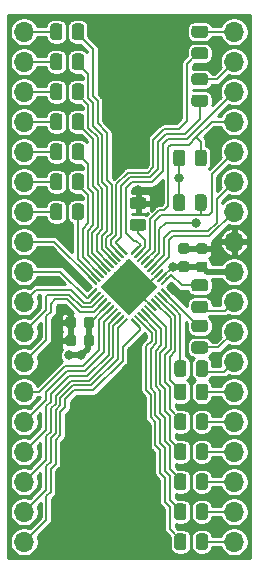
<source format=gtl>
G04 #@! TF.GenerationSoftware,KiCad,Pcbnew,(5.1.10)-1*
G04 #@! TF.CreationDate,2021-11-17T00:20:23+10:00*
G04 #@! TF.ProjectId,IS31FL3743x_Breakout,49533331-464c-4333-9734-33785f427265,rev?*
G04 #@! TF.SameCoordinates,Original*
G04 #@! TF.FileFunction,Copper,L1,Top*
G04 #@! TF.FilePolarity,Positive*
%FSLAX46Y46*%
G04 Gerber Fmt 4.6, Leading zero omitted, Abs format (unit mm)*
G04 Created by KiCad (PCBNEW (5.1.10)-1) date 2021-11-17 00:20:23*
%MOMM*%
%LPD*%
G01*
G04 APERTURE LIST*
G04 #@! TA.AperFunction,ComponentPad*
%ADD10C,3.400000*%
G04 #@! TD*
G04 #@! TA.AperFunction,ComponentPad*
%ADD11O,1.700000X1.700000*%
G04 #@! TD*
G04 #@! TA.AperFunction,ComponentPad*
%ADD12C,0.600000*%
G04 #@! TD*
G04 #@! TA.AperFunction,SMDPad,CuDef*
%ADD13C,0.100000*%
G04 #@! TD*
G04 #@! TA.AperFunction,ViaPad*
%ADD14C,0.800000*%
G04 #@! TD*
G04 #@! TA.AperFunction,Conductor*
%ADD15C,0.200000*%
G04 #@! TD*
G04 #@! TA.AperFunction,Conductor*
%ADD16C,0.500000*%
G04 #@! TD*
G04 #@! TA.AperFunction,Conductor*
%ADD17C,0.254000*%
G04 #@! TD*
G04 #@! TA.AperFunction,Conductor*
%ADD18C,0.100000*%
G04 #@! TD*
G04 APERTURE END LIST*
D10*
X98000000Y-119000000D03*
X101000000Y-81000000D03*
D11*
X108890000Y-121590000D03*
X108890000Y-119050000D03*
X108890000Y-116510000D03*
X108890000Y-113970000D03*
X108890000Y-111430000D03*
X108890000Y-108890000D03*
X108890000Y-106350000D03*
X108890000Y-103810000D03*
X108890000Y-101270000D03*
X108890000Y-98730000D03*
X108890000Y-96190000D03*
X108890000Y-93650000D03*
X108890000Y-91110000D03*
X108890000Y-88570000D03*
X108890000Y-86030000D03*
X108890000Y-83490000D03*
X108890000Y-80950000D03*
X108890000Y-78410000D03*
X91110000Y-121590000D03*
X91110000Y-119050000D03*
X91110000Y-116510000D03*
X91110000Y-113970000D03*
X91110000Y-111430000D03*
X91110000Y-108890000D03*
X91110000Y-106350000D03*
X91110000Y-103810000D03*
X91110000Y-101270000D03*
X91110000Y-98730000D03*
X91110000Y-96190000D03*
X91110000Y-93650000D03*
X91110000Y-91110000D03*
X91110000Y-88570000D03*
X91110000Y-86030000D03*
X91110000Y-83490000D03*
X91110000Y-80950000D03*
X91110000Y-78410000D03*
D12*
X100494975Y-101484924D03*
X99505025Y-101484924D03*
X100000000Y-101979899D03*
X100000000Y-100989949D03*
X98020101Y-100000000D03*
X98515076Y-100494975D03*
X98515076Y-99505025D03*
X99010051Y-100000000D03*
X100000000Y-98020101D03*
X100494975Y-98515076D03*
X99505025Y-98515076D03*
X100000000Y-99010051D03*
X101979899Y-100000000D03*
X101484924Y-99505025D03*
X101484924Y-100494975D03*
X100989949Y-100000000D03*
X99505025Y-99505025D03*
X99010051Y-99010051D03*
X100989949Y-100989949D03*
X100494975Y-100494975D03*
X99010051Y-100989949D03*
X99505025Y-100494975D03*
X100494975Y-99505025D03*
X100989949Y-99010051D03*
X100000000Y-100000000D03*
G04 #@! TA.AperFunction,SMDPad,CuDef*
D13*
G36*
X100000000Y-102404163D02*
G01*
X97595837Y-100000000D01*
X100000000Y-97595837D01*
X102404163Y-100000000D01*
X100000000Y-102404163D01*
G37*
G04 #@! TD.AperFunction*
G04 #@! TA.AperFunction,SMDPad,CuDef*
G36*
G01*
X97165634Y-99866781D02*
X96526975Y-99228122D01*
G75*
G02*
X96526975Y-99159674I34224J34224D01*
G01*
X96614090Y-99072559D01*
G75*
G02*
X96682538Y-99072559I34224J-34224D01*
G01*
X97321197Y-99711218D01*
G75*
G02*
X97321197Y-99779666I-34224J-34224D01*
G01*
X97234082Y-99866781D01*
G75*
G02*
X97165634Y-99866781I-34224J34224D01*
G01*
G37*
G04 #@! TD.AperFunction*
G04 #@! TA.AperFunction,SMDPad,CuDef*
G36*
G01*
X97448476Y-99583938D02*
X96809817Y-98945279D01*
G75*
G02*
X96809817Y-98876831I34224J34224D01*
G01*
X96896932Y-98789716D01*
G75*
G02*
X96965380Y-98789716I34224J-34224D01*
G01*
X97604039Y-99428375D01*
G75*
G02*
X97604039Y-99496823I-34224J-34224D01*
G01*
X97516924Y-99583938D01*
G75*
G02*
X97448476Y-99583938I-34224J34224D01*
G01*
G37*
G04 #@! TD.AperFunction*
G04 #@! TA.AperFunction,SMDPad,CuDef*
G36*
G01*
X97731319Y-99301095D02*
X97092660Y-98662436D01*
G75*
G02*
X97092660Y-98593988I34224J34224D01*
G01*
X97179775Y-98506873D01*
G75*
G02*
X97248223Y-98506873I34224J-34224D01*
G01*
X97886882Y-99145532D01*
G75*
G02*
X97886882Y-99213980I-34224J-34224D01*
G01*
X97799767Y-99301095D01*
G75*
G02*
X97731319Y-99301095I-34224J34224D01*
G01*
G37*
G04 #@! TD.AperFunction*
G04 #@! TA.AperFunction,SMDPad,CuDef*
G36*
G01*
X98014162Y-99018253D02*
X97375503Y-98379594D01*
G75*
G02*
X97375503Y-98311146I34224J34224D01*
G01*
X97462618Y-98224031D01*
G75*
G02*
X97531066Y-98224031I34224J-34224D01*
G01*
X98169725Y-98862690D01*
G75*
G02*
X98169725Y-98931138I-34224J-34224D01*
G01*
X98082610Y-99018253D01*
G75*
G02*
X98014162Y-99018253I-34224J34224D01*
G01*
G37*
G04 #@! TD.AperFunction*
G04 #@! TA.AperFunction,SMDPad,CuDef*
G36*
G01*
X98297004Y-98735410D02*
X97658345Y-98096751D01*
G75*
G02*
X97658345Y-98028303I34224J34224D01*
G01*
X97745460Y-97941188D01*
G75*
G02*
X97813908Y-97941188I34224J-34224D01*
G01*
X98452567Y-98579847D01*
G75*
G02*
X98452567Y-98648295I-34224J-34224D01*
G01*
X98365452Y-98735410D01*
G75*
G02*
X98297004Y-98735410I-34224J34224D01*
G01*
G37*
G04 #@! TD.AperFunction*
G04 #@! TA.AperFunction,SMDPad,CuDef*
G36*
G01*
X98579847Y-98452567D02*
X97941188Y-97813908D01*
G75*
G02*
X97941188Y-97745460I34224J34224D01*
G01*
X98028303Y-97658345D01*
G75*
G02*
X98096751Y-97658345I34224J-34224D01*
G01*
X98735410Y-98297004D01*
G75*
G02*
X98735410Y-98365452I-34224J-34224D01*
G01*
X98648295Y-98452567D01*
G75*
G02*
X98579847Y-98452567I-34224J34224D01*
G01*
G37*
G04 #@! TD.AperFunction*
G04 #@! TA.AperFunction,SMDPad,CuDef*
G36*
G01*
X98862690Y-98169725D02*
X98224031Y-97531066D01*
G75*
G02*
X98224031Y-97462618I34224J34224D01*
G01*
X98311146Y-97375503D01*
G75*
G02*
X98379594Y-97375503I34224J-34224D01*
G01*
X99018253Y-98014162D01*
G75*
G02*
X99018253Y-98082610I-34224J-34224D01*
G01*
X98931138Y-98169725D01*
G75*
G02*
X98862690Y-98169725I-34224J34224D01*
G01*
G37*
G04 #@! TD.AperFunction*
G04 #@! TA.AperFunction,SMDPad,CuDef*
G36*
G01*
X99145532Y-97886882D02*
X98506873Y-97248223D01*
G75*
G02*
X98506873Y-97179775I34224J34224D01*
G01*
X98593988Y-97092660D01*
G75*
G02*
X98662436Y-97092660I34224J-34224D01*
G01*
X99301095Y-97731319D01*
G75*
G02*
X99301095Y-97799767I-34224J-34224D01*
G01*
X99213980Y-97886882D01*
G75*
G02*
X99145532Y-97886882I-34224J34224D01*
G01*
G37*
G04 #@! TD.AperFunction*
G04 #@! TA.AperFunction,SMDPad,CuDef*
G36*
G01*
X99428375Y-97604039D02*
X98789716Y-96965380D01*
G75*
G02*
X98789716Y-96896932I34224J34224D01*
G01*
X98876831Y-96809817D01*
G75*
G02*
X98945279Y-96809817I34224J-34224D01*
G01*
X99583938Y-97448476D01*
G75*
G02*
X99583938Y-97516924I-34224J-34224D01*
G01*
X99496823Y-97604039D01*
G75*
G02*
X99428375Y-97604039I-34224J34224D01*
G01*
G37*
G04 #@! TD.AperFunction*
G04 #@! TA.AperFunction,SMDPad,CuDef*
G36*
G01*
X99711218Y-97321197D02*
X99072559Y-96682538D01*
G75*
G02*
X99072559Y-96614090I34224J34224D01*
G01*
X99159674Y-96526975D01*
G75*
G02*
X99228122Y-96526975I34224J-34224D01*
G01*
X99866781Y-97165634D01*
G75*
G02*
X99866781Y-97234082I-34224J-34224D01*
G01*
X99779666Y-97321197D01*
G75*
G02*
X99711218Y-97321197I-34224J34224D01*
G01*
G37*
G04 #@! TD.AperFunction*
G04 #@! TA.AperFunction,SMDPad,CuDef*
G36*
G01*
X100220334Y-97321197D02*
X100133219Y-97234082D01*
G75*
G02*
X100133219Y-97165634I34224J34224D01*
G01*
X100771878Y-96526975D01*
G75*
G02*
X100840326Y-96526975I34224J-34224D01*
G01*
X100927441Y-96614090D01*
G75*
G02*
X100927441Y-96682538I-34224J-34224D01*
G01*
X100288782Y-97321197D01*
G75*
G02*
X100220334Y-97321197I-34224J34224D01*
G01*
G37*
G04 #@! TD.AperFunction*
G04 #@! TA.AperFunction,SMDPad,CuDef*
G36*
G01*
X100503177Y-97604039D02*
X100416062Y-97516924D01*
G75*
G02*
X100416062Y-97448476I34224J34224D01*
G01*
X101054721Y-96809817D01*
G75*
G02*
X101123169Y-96809817I34224J-34224D01*
G01*
X101210284Y-96896932D01*
G75*
G02*
X101210284Y-96965380I-34224J-34224D01*
G01*
X100571625Y-97604039D01*
G75*
G02*
X100503177Y-97604039I-34224J34224D01*
G01*
G37*
G04 #@! TD.AperFunction*
G04 #@! TA.AperFunction,SMDPad,CuDef*
G36*
G01*
X100786020Y-97886882D02*
X100698905Y-97799767D01*
G75*
G02*
X100698905Y-97731319I34224J34224D01*
G01*
X101337564Y-97092660D01*
G75*
G02*
X101406012Y-97092660I34224J-34224D01*
G01*
X101493127Y-97179775D01*
G75*
G02*
X101493127Y-97248223I-34224J-34224D01*
G01*
X100854468Y-97886882D01*
G75*
G02*
X100786020Y-97886882I-34224J34224D01*
G01*
G37*
G04 #@! TD.AperFunction*
G04 #@! TA.AperFunction,SMDPad,CuDef*
G36*
G01*
X101068862Y-98169725D02*
X100981747Y-98082610D01*
G75*
G02*
X100981747Y-98014162I34224J34224D01*
G01*
X101620406Y-97375503D01*
G75*
G02*
X101688854Y-97375503I34224J-34224D01*
G01*
X101775969Y-97462618D01*
G75*
G02*
X101775969Y-97531066I-34224J-34224D01*
G01*
X101137310Y-98169725D01*
G75*
G02*
X101068862Y-98169725I-34224J34224D01*
G01*
G37*
G04 #@! TD.AperFunction*
G04 #@! TA.AperFunction,SMDPad,CuDef*
G36*
G01*
X101351705Y-98452567D02*
X101264590Y-98365452D01*
G75*
G02*
X101264590Y-98297004I34224J34224D01*
G01*
X101903249Y-97658345D01*
G75*
G02*
X101971697Y-97658345I34224J-34224D01*
G01*
X102058812Y-97745460D01*
G75*
G02*
X102058812Y-97813908I-34224J-34224D01*
G01*
X101420153Y-98452567D01*
G75*
G02*
X101351705Y-98452567I-34224J34224D01*
G01*
G37*
G04 #@! TD.AperFunction*
G04 #@! TA.AperFunction,SMDPad,CuDef*
G36*
G01*
X101634548Y-98735410D02*
X101547433Y-98648295D01*
G75*
G02*
X101547433Y-98579847I34224J34224D01*
G01*
X102186092Y-97941188D01*
G75*
G02*
X102254540Y-97941188I34224J-34224D01*
G01*
X102341655Y-98028303D01*
G75*
G02*
X102341655Y-98096751I-34224J-34224D01*
G01*
X101702996Y-98735410D01*
G75*
G02*
X101634548Y-98735410I-34224J34224D01*
G01*
G37*
G04 #@! TD.AperFunction*
G04 #@! TA.AperFunction,SMDPad,CuDef*
G36*
G01*
X101917390Y-99018253D02*
X101830275Y-98931138D01*
G75*
G02*
X101830275Y-98862690I34224J34224D01*
G01*
X102468934Y-98224031D01*
G75*
G02*
X102537382Y-98224031I34224J-34224D01*
G01*
X102624497Y-98311146D01*
G75*
G02*
X102624497Y-98379594I-34224J-34224D01*
G01*
X101985838Y-99018253D01*
G75*
G02*
X101917390Y-99018253I-34224J34224D01*
G01*
G37*
G04 #@! TD.AperFunction*
G04 #@! TA.AperFunction,SMDPad,CuDef*
G36*
G01*
X102200233Y-99301095D02*
X102113118Y-99213980D01*
G75*
G02*
X102113118Y-99145532I34224J34224D01*
G01*
X102751777Y-98506873D01*
G75*
G02*
X102820225Y-98506873I34224J-34224D01*
G01*
X102907340Y-98593988D01*
G75*
G02*
X102907340Y-98662436I-34224J-34224D01*
G01*
X102268681Y-99301095D01*
G75*
G02*
X102200233Y-99301095I-34224J34224D01*
G01*
G37*
G04 #@! TD.AperFunction*
G04 #@! TA.AperFunction,SMDPad,CuDef*
G36*
G01*
X102483076Y-99583938D02*
X102395961Y-99496823D01*
G75*
G02*
X102395961Y-99428375I34224J34224D01*
G01*
X103034620Y-98789716D01*
G75*
G02*
X103103068Y-98789716I34224J-34224D01*
G01*
X103190183Y-98876831D01*
G75*
G02*
X103190183Y-98945279I-34224J-34224D01*
G01*
X102551524Y-99583938D01*
G75*
G02*
X102483076Y-99583938I-34224J34224D01*
G01*
G37*
G04 #@! TD.AperFunction*
G04 #@! TA.AperFunction,SMDPad,CuDef*
G36*
G01*
X102765918Y-99866781D02*
X102678803Y-99779666D01*
G75*
G02*
X102678803Y-99711218I34224J34224D01*
G01*
X103317462Y-99072559D01*
G75*
G02*
X103385910Y-99072559I34224J-34224D01*
G01*
X103473025Y-99159674D01*
G75*
G02*
X103473025Y-99228122I-34224J-34224D01*
G01*
X102834366Y-99866781D01*
G75*
G02*
X102765918Y-99866781I-34224J34224D01*
G01*
G37*
G04 #@! TD.AperFunction*
G04 #@! TA.AperFunction,SMDPad,CuDef*
G36*
G01*
X103317462Y-100927441D02*
X102678803Y-100288782D01*
G75*
G02*
X102678803Y-100220334I34224J34224D01*
G01*
X102765918Y-100133219D01*
G75*
G02*
X102834366Y-100133219I34224J-34224D01*
G01*
X103473025Y-100771878D01*
G75*
G02*
X103473025Y-100840326I-34224J-34224D01*
G01*
X103385910Y-100927441D01*
G75*
G02*
X103317462Y-100927441I-34224J34224D01*
G01*
G37*
G04 #@! TD.AperFunction*
G04 #@! TA.AperFunction,SMDPad,CuDef*
G36*
G01*
X103034620Y-101210284D02*
X102395961Y-100571625D01*
G75*
G02*
X102395961Y-100503177I34224J34224D01*
G01*
X102483076Y-100416062D01*
G75*
G02*
X102551524Y-100416062I34224J-34224D01*
G01*
X103190183Y-101054721D01*
G75*
G02*
X103190183Y-101123169I-34224J-34224D01*
G01*
X103103068Y-101210284D01*
G75*
G02*
X103034620Y-101210284I-34224J34224D01*
G01*
G37*
G04 #@! TD.AperFunction*
G04 #@! TA.AperFunction,SMDPad,CuDef*
G36*
G01*
X102751777Y-101493127D02*
X102113118Y-100854468D01*
G75*
G02*
X102113118Y-100786020I34224J34224D01*
G01*
X102200233Y-100698905D01*
G75*
G02*
X102268681Y-100698905I34224J-34224D01*
G01*
X102907340Y-101337564D01*
G75*
G02*
X102907340Y-101406012I-34224J-34224D01*
G01*
X102820225Y-101493127D01*
G75*
G02*
X102751777Y-101493127I-34224J34224D01*
G01*
G37*
G04 #@! TD.AperFunction*
G04 #@! TA.AperFunction,SMDPad,CuDef*
G36*
G01*
X102468934Y-101775969D02*
X101830275Y-101137310D01*
G75*
G02*
X101830275Y-101068862I34224J34224D01*
G01*
X101917390Y-100981747D01*
G75*
G02*
X101985838Y-100981747I34224J-34224D01*
G01*
X102624497Y-101620406D01*
G75*
G02*
X102624497Y-101688854I-34224J-34224D01*
G01*
X102537382Y-101775969D01*
G75*
G02*
X102468934Y-101775969I-34224J34224D01*
G01*
G37*
G04 #@! TD.AperFunction*
G04 #@! TA.AperFunction,SMDPad,CuDef*
G36*
G01*
X102186092Y-102058812D02*
X101547433Y-101420153D01*
G75*
G02*
X101547433Y-101351705I34224J34224D01*
G01*
X101634548Y-101264590D01*
G75*
G02*
X101702996Y-101264590I34224J-34224D01*
G01*
X102341655Y-101903249D01*
G75*
G02*
X102341655Y-101971697I-34224J-34224D01*
G01*
X102254540Y-102058812D01*
G75*
G02*
X102186092Y-102058812I-34224J34224D01*
G01*
G37*
G04 #@! TD.AperFunction*
G04 #@! TA.AperFunction,SMDPad,CuDef*
G36*
G01*
X101903249Y-102341655D02*
X101264590Y-101702996D01*
G75*
G02*
X101264590Y-101634548I34224J34224D01*
G01*
X101351705Y-101547433D01*
G75*
G02*
X101420153Y-101547433I34224J-34224D01*
G01*
X102058812Y-102186092D01*
G75*
G02*
X102058812Y-102254540I-34224J-34224D01*
G01*
X101971697Y-102341655D01*
G75*
G02*
X101903249Y-102341655I-34224J34224D01*
G01*
G37*
G04 #@! TD.AperFunction*
G04 #@! TA.AperFunction,SMDPad,CuDef*
G36*
G01*
X101620406Y-102624497D02*
X100981747Y-101985838D01*
G75*
G02*
X100981747Y-101917390I34224J34224D01*
G01*
X101068862Y-101830275D01*
G75*
G02*
X101137310Y-101830275I34224J-34224D01*
G01*
X101775969Y-102468934D01*
G75*
G02*
X101775969Y-102537382I-34224J-34224D01*
G01*
X101688854Y-102624497D01*
G75*
G02*
X101620406Y-102624497I-34224J34224D01*
G01*
G37*
G04 #@! TD.AperFunction*
G04 #@! TA.AperFunction,SMDPad,CuDef*
G36*
G01*
X101337564Y-102907340D02*
X100698905Y-102268681D01*
G75*
G02*
X100698905Y-102200233I34224J34224D01*
G01*
X100786020Y-102113118D01*
G75*
G02*
X100854468Y-102113118I34224J-34224D01*
G01*
X101493127Y-102751777D01*
G75*
G02*
X101493127Y-102820225I-34224J-34224D01*
G01*
X101406012Y-102907340D01*
G75*
G02*
X101337564Y-102907340I-34224J34224D01*
G01*
G37*
G04 #@! TD.AperFunction*
G04 #@! TA.AperFunction,SMDPad,CuDef*
G36*
G01*
X101054721Y-103190183D02*
X100416062Y-102551524D01*
G75*
G02*
X100416062Y-102483076I34224J34224D01*
G01*
X100503177Y-102395961D01*
G75*
G02*
X100571625Y-102395961I34224J-34224D01*
G01*
X101210284Y-103034620D01*
G75*
G02*
X101210284Y-103103068I-34224J-34224D01*
G01*
X101123169Y-103190183D01*
G75*
G02*
X101054721Y-103190183I-34224J34224D01*
G01*
G37*
G04 #@! TD.AperFunction*
G04 #@! TA.AperFunction,SMDPad,CuDef*
G36*
G01*
X100771878Y-103473025D02*
X100133219Y-102834366D01*
G75*
G02*
X100133219Y-102765918I34224J34224D01*
G01*
X100220334Y-102678803D01*
G75*
G02*
X100288782Y-102678803I34224J-34224D01*
G01*
X100927441Y-103317462D01*
G75*
G02*
X100927441Y-103385910I-34224J-34224D01*
G01*
X100840326Y-103473025D01*
G75*
G02*
X100771878Y-103473025I-34224J34224D01*
G01*
G37*
G04 #@! TD.AperFunction*
G04 #@! TA.AperFunction,SMDPad,CuDef*
G36*
G01*
X99159674Y-103473025D02*
X99072559Y-103385910D01*
G75*
G02*
X99072559Y-103317462I34224J34224D01*
G01*
X99711218Y-102678803D01*
G75*
G02*
X99779666Y-102678803I34224J-34224D01*
G01*
X99866781Y-102765918D01*
G75*
G02*
X99866781Y-102834366I-34224J-34224D01*
G01*
X99228122Y-103473025D01*
G75*
G02*
X99159674Y-103473025I-34224J34224D01*
G01*
G37*
G04 #@! TD.AperFunction*
G04 #@! TA.AperFunction,SMDPad,CuDef*
G36*
G01*
X98876831Y-103190183D02*
X98789716Y-103103068D01*
G75*
G02*
X98789716Y-103034620I34224J34224D01*
G01*
X99428375Y-102395961D01*
G75*
G02*
X99496823Y-102395961I34224J-34224D01*
G01*
X99583938Y-102483076D01*
G75*
G02*
X99583938Y-102551524I-34224J-34224D01*
G01*
X98945279Y-103190183D01*
G75*
G02*
X98876831Y-103190183I-34224J34224D01*
G01*
G37*
G04 #@! TD.AperFunction*
G04 #@! TA.AperFunction,SMDPad,CuDef*
G36*
G01*
X98593988Y-102907340D02*
X98506873Y-102820225D01*
G75*
G02*
X98506873Y-102751777I34224J34224D01*
G01*
X99145532Y-102113118D01*
G75*
G02*
X99213980Y-102113118I34224J-34224D01*
G01*
X99301095Y-102200233D01*
G75*
G02*
X99301095Y-102268681I-34224J-34224D01*
G01*
X98662436Y-102907340D01*
G75*
G02*
X98593988Y-102907340I-34224J34224D01*
G01*
G37*
G04 #@! TD.AperFunction*
G04 #@! TA.AperFunction,SMDPad,CuDef*
G36*
G01*
X98311146Y-102624497D02*
X98224031Y-102537382D01*
G75*
G02*
X98224031Y-102468934I34224J34224D01*
G01*
X98862690Y-101830275D01*
G75*
G02*
X98931138Y-101830275I34224J-34224D01*
G01*
X99018253Y-101917390D01*
G75*
G02*
X99018253Y-101985838I-34224J-34224D01*
G01*
X98379594Y-102624497D01*
G75*
G02*
X98311146Y-102624497I-34224J34224D01*
G01*
G37*
G04 #@! TD.AperFunction*
G04 #@! TA.AperFunction,SMDPad,CuDef*
G36*
G01*
X98028303Y-102341655D02*
X97941188Y-102254540D01*
G75*
G02*
X97941188Y-102186092I34224J34224D01*
G01*
X98579847Y-101547433D01*
G75*
G02*
X98648295Y-101547433I34224J-34224D01*
G01*
X98735410Y-101634548D01*
G75*
G02*
X98735410Y-101702996I-34224J-34224D01*
G01*
X98096751Y-102341655D01*
G75*
G02*
X98028303Y-102341655I-34224J34224D01*
G01*
G37*
G04 #@! TD.AperFunction*
G04 #@! TA.AperFunction,SMDPad,CuDef*
G36*
G01*
X97745460Y-102058812D02*
X97658345Y-101971697D01*
G75*
G02*
X97658345Y-101903249I34224J34224D01*
G01*
X98297004Y-101264590D01*
G75*
G02*
X98365452Y-101264590I34224J-34224D01*
G01*
X98452567Y-101351705D01*
G75*
G02*
X98452567Y-101420153I-34224J-34224D01*
G01*
X97813908Y-102058812D01*
G75*
G02*
X97745460Y-102058812I-34224J34224D01*
G01*
G37*
G04 #@! TD.AperFunction*
G04 #@! TA.AperFunction,SMDPad,CuDef*
G36*
G01*
X97462618Y-101775969D02*
X97375503Y-101688854D01*
G75*
G02*
X97375503Y-101620406I34224J34224D01*
G01*
X98014162Y-100981747D01*
G75*
G02*
X98082610Y-100981747I34224J-34224D01*
G01*
X98169725Y-101068862D01*
G75*
G02*
X98169725Y-101137310I-34224J-34224D01*
G01*
X97531066Y-101775969D01*
G75*
G02*
X97462618Y-101775969I-34224J34224D01*
G01*
G37*
G04 #@! TD.AperFunction*
G04 #@! TA.AperFunction,SMDPad,CuDef*
G36*
G01*
X97179775Y-101493127D02*
X97092660Y-101406012D01*
G75*
G02*
X97092660Y-101337564I34224J34224D01*
G01*
X97731319Y-100698905D01*
G75*
G02*
X97799767Y-100698905I34224J-34224D01*
G01*
X97886882Y-100786020D01*
G75*
G02*
X97886882Y-100854468I-34224J-34224D01*
G01*
X97248223Y-101493127D01*
G75*
G02*
X97179775Y-101493127I-34224J34224D01*
G01*
G37*
G04 #@! TD.AperFunction*
G04 #@! TA.AperFunction,SMDPad,CuDef*
G36*
G01*
X96896932Y-101210284D02*
X96809817Y-101123169D01*
G75*
G02*
X96809817Y-101054721I34224J34224D01*
G01*
X97448476Y-100416062D01*
G75*
G02*
X97516924Y-100416062I34224J-34224D01*
G01*
X97604039Y-100503177D01*
G75*
G02*
X97604039Y-100571625I-34224J-34224D01*
G01*
X96965380Y-101210284D01*
G75*
G02*
X96896932Y-101210284I-34224J34224D01*
G01*
G37*
G04 #@! TD.AperFunction*
G04 #@! TA.AperFunction,SMDPad,CuDef*
G36*
G01*
X96614090Y-100927441D02*
X96526975Y-100840326D01*
G75*
G02*
X96526975Y-100771878I34224J34224D01*
G01*
X97165634Y-100133219D01*
G75*
G02*
X97234082Y-100133219I34224J-34224D01*
G01*
X97321197Y-100220334D01*
G75*
G02*
X97321197Y-100288782I-34224J-34224D01*
G01*
X96682538Y-100927441D01*
G75*
G02*
X96614090Y-100927441I-34224J34224D01*
G01*
G37*
G04 #@! TD.AperFunction*
G04 #@! TA.AperFunction,SMDPad,CuDef*
G36*
G01*
X104750000Y-92419999D02*
X104750000Y-93320001D01*
G75*
G02*
X104500001Y-93570000I-249999J0D01*
G01*
X103974999Y-93570000D01*
G75*
G02*
X103725000Y-93320001I0J249999D01*
G01*
X103725000Y-92419999D01*
G75*
G02*
X103974999Y-92170000I249999J0D01*
G01*
X104500001Y-92170000D01*
G75*
G02*
X104750000Y-92419999I0J-249999D01*
G01*
G37*
G04 #@! TD.AperFunction*
G04 #@! TA.AperFunction,SMDPad,CuDef*
G36*
G01*
X106575000Y-92419999D02*
X106575000Y-93320001D01*
G75*
G02*
X106325001Y-93570000I-249999J0D01*
G01*
X105799999Y-93570000D01*
G75*
G02*
X105550000Y-93320001I0J249999D01*
G01*
X105550000Y-92419999D01*
G75*
G02*
X105799999Y-92170000I249999J0D01*
G01*
X106325001Y-92170000D01*
G75*
G02*
X106575000Y-92419999I0J-249999D01*
G01*
G37*
G04 #@! TD.AperFunction*
G04 #@! TA.AperFunction,SMDPad,CuDef*
G36*
G01*
X104750000Y-88649999D02*
X104750000Y-89550001D01*
G75*
G02*
X104500001Y-89800000I-249999J0D01*
G01*
X103974999Y-89800000D01*
G75*
G02*
X103725000Y-89550001I0J249999D01*
G01*
X103725000Y-88649999D01*
G75*
G02*
X103974999Y-88400000I249999J0D01*
G01*
X104500001Y-88400000D01*
G75*
G02*
X104750000Y-88649999I0J-249999D01*
G01*
G37*
G04 #@! TD.AperFunction*
G04 #@! TA.AperFunction,SMDPad,CuDef*
G36*
G01*
X106575000Y-88649999D02*
X106575000Y-89550001D01*
G75*
G02*
X106325001Y-89800000I-249999J0D01*
G01*
X105799999Y-89800000D01*
G75*
G02*
X105550000Y-89550001I0J249999D01*
G01*
X105550000Y-88649999D01*
G75*
G02*
X105799999Y-88400000I249999J0D01*
G01*
X106325001Y-88400000D01*
G75*
G02*
X106575000Y-88649999I0J-249999D01*
G01*
G37*
G04 #@! TD.AperFunction*
G04 #@! TA.AperFunction,SMDPad,CuDef*
G36*
G01*
X100309999Y-94240000D02*
X101210001Y-94240000D01*
G75*
G02*
X101460000Y-94489999I0J-249999D01*
G01*
X101460000Y-95015001D01*
G75*
G02*
X101210001Y-95265000I-249999J0D01*
G01*
X100309999Y-95265000D01*
G75*
G02*
X100060000Y-95015001I0J249999D01*
G01*
X100060000Y-94489999D01*
G75*
G02*
X100309999Y-94240000I249999J0D01*
G01*
G37*
G04 #@! TD.AperFunction*
G04 #@! TA.AperFunction,SMDPad,CuDef*
G36*
G01*
X100309999Y-92415000D02*
X101210001Y-92415000D01*
G75*
G02*
X101460000Y-92664999I0J-249999D01*
G01*
X101460000Y-93190001D01*
G75*
G02*
X101210001Y-93440000I-249999J0D01*
G01*
X100309999Y-93440000D01*
G75*
G02*
X100060000Y-93190001I0J249999D01*
G01*
X100060000Y-92664999D01*
G75*
G02*
X100309999Y-92415000I249999J0D01*
G01*
G37*
G04 #@! TD.AperFunction*
G04 #@! TA.AperFunction,SMDPad,CuDef*
G36*
G01*
X104850000Y-121139999D02*
X104850000Y-122040001D01*
G75*
G02*
X104600001Y-122290000I-249999J0D01*
G01*
X104074999Y-122290000D01*
G75*
G02*
X103825000Y-122040001I0J249999D01*
G01*
X103825000Y-121139999D01*
G75*
G02*
X104074999Y-120890000I249999J0D01*
G01*
X104600001Y-120890000D01*
G75*
G02*
X104850000Y-121139999I0J-249999D01*
G01*
G37*
G04 #@! TD.AperFunction*
G04 #@! TA.AperFunction,SMDPad,CuDef*
G36*
G01*
X106675000Y-121139999D02*
X106675000Y-122040001D01*
G75*
G02*
X106425001Y-122290000I-249999J0D01*
G01*
X105899999Y-122290000D01*
G75*
G02*
X105650000Y-122040001I0J249999D01*
G01*
X105650000Y-121139999D01*
G75*
G02*
X105899999Y-120890000I249999J0D01*
G01*
X106425001Y-120890000D01*
G75*
G02*
X106675000Y-121139999I0J-249999D01*
G01*
G37*
G04 #@! TD.AperFunction*
G04 #@! TA.AperFunction,SMDPad,CuDef*
G36*
G01*
X104850000Y-118599999D02*
X104850000Y-119500001D01*
G75*
G02*
X104600001Y-119750000I-249999J0D01*
G01*
X104074999Y-119750000D01*
G75*
G02*
X103825000Y-119500001I0J249999D01*
G01*
X103825000Y-118599999D01*
G75*
G02*
X104074999Y-118350000I249999J0D01*
G01*
X104600001Y-118350000D01*
G75*
G02*
X104850000Y-118599999I0J-249999D01*
G01*
G37*
G04 #@! TD.AperFunction*
G04 #@! TA.AperFunction,SMDPad,CuDef*
G36*
G01*
X106675000Y-118599999D02*
X106675000Y-119500001D01*
G75*
G02*
X106425001Y-119750000I-249999J0D01*
G01*
X105899999Y-119750000D01*
G75*
G02*
X105650000Y-119500001I0J249999D01*
G01*
X105650000Y-118599999D01*
G75*
G02*
X105899999Y-118350000I249999J0D01*
G01*
X106425001Y-118350000D01*
G75*
G02*
X106675000Y-118599999I0J-249999D01*
G01*
G37*
G04 #@! TD.AperFunction*
G04 #@! TA.AperFunction,SMDPad,CuDef*
G36*
G01*
X104850000Y-116059999D02*
X104850000Y-116960001D01*
G75*
G02*
X104600001Y-117210000I-249999J0D01*
G01*
X104074999Y-117210000D01*
G75*
G02*
X103825000Y-116960001I0J249999D01*
G01*
X103825000Y-116059999D01*
G75*
G02*
X104074999Y-115810000I249999J0D01*
G01*
X104600001Y-115810000D01*
G75*
G02*
X104850000Y-116059999I0J-249999D01*
G01*
G37*
G04 #@! TD.AperFunction*
G04 #@! TA.AperFunction,SMDPad,CuDef*
G36*
G01*
X106675000Y-116059999D02*
X106675000Y-116960001D01*
G75*
G02*
X106425001Y-117210000I-249999J0D01*
G01*
X105899999Y-117210000D01*
G75*
G02*
X105650000Y-116960001I0J249999D01*
G01*
X105650000Y-116059999D01*
G75*
G02*
X105899999Y-115810000I249999J0D01*
G01*
X106425001Y-115810000D01*
G75*
G02*
X106675000Y-116059999I0J-249999D01*
G01*
G37*
G04 #@! TD.AperFunction*
G04 #@! TA.AperFunction,SMDPad,CuDef*
G36*
G01*
X104850000Y-113519999D02*
X104850000Y-114420001D01*
G75*
G02*
X104600001Y-114670000I-249999J0D01*
G01*
X104074999Y-114670000D01*
G75*
G02*
X103825000Y-114420001I0J249999D01*
G01*
X103825000Y-113519999D01*
G75*
G02*
X104074999Y-113270000I249999J0D01*
G01*
X104600001Y-113270000D01*
G75*
G02*
X104850000Y-113519999I0J-249999D01*
G01*
G37*
G04 #@! TD.AperFunction*
G04 #@! TA.AperFunction,SMDPad,CuDef*
G36*
G01*
X106675000Y-113519999D02*
X106675000Y-114420001D01*
G75*
G02*
X106425001Y-114670000I-249999J0D01*
G01*
X105899999Y-114670000D01*
G75*
G02*
X105650000Y-114420001I0J249999D01*
G01*
X105650000Y-113519999D01*
G75*
G02*
X105899999Y-113270000I249999J0D01*
G01*
X106425001Y-113270000D01*
G75*
G02*
X106675000Y-113519999I0J-249999D01*
G01*
G37*
G04 #@! TD.AperFunction*
G04 #@! TA.AperFunction,SMDPad,CuDef*
G36*
G01*
X104850000Y-110979999D02*
X104850000Y-111880001D01*
G75*
G02*
X104600001Y-112130000I-249999J0D01*
G01*
X104074999Y-112130000D01*
G75*
G02*
X103825000Y-111880001I0J249999D01*
G01*
X103825000Y-110979999D01*
G75*
G02*
X104074999Y-110730000I249999J0D01*
G01*
X104600001Y-110730000D01*
G75*
G02*
X104850000Y-110979999I0J-249999D01*
G01*
G37*
G04 #@! TD.AperFunction*
G04 #@! TA.AperFunction,SMDPad,CuDef*
G36*
G01*
X106675000Y-110979999D02*
X106675000Y-111880001D01*
G75*
G02*
X106425001Y-112130000I-249999J0D01*
G01*
X105899999Y-112130000D01*
G75*
G02*
X105650000Y-111880001I0J249999D01*
G01*
X105650000Y-110979999D01*
G75*
G02*
X105899999Y-110730000I249999J0D01*
G01*
X106425001Y-110730000D01*
G75*
G02*
X106675000Y-110979999I0J-249999D01*
G01*
G37*
G04 #@! TD.AperFunction*
G04 #@! TA.AperFunction,SMDPad,CuDef*
G36*
G01*
X104850000Y-108449999D02*
X104850000Y-109350001D01*
G75*
G02*
X104600001Y-109600000I-249999J0D01*
G01*
X104074999Y-109600000D01*
G75*
G02*
X103825000Y-109350001I0J249999D01*
G01*
X103825000Y-108449999D01*
G75*
G02*
X104074999Y-108200000I249999J0D01*
G01*
X104600001Y-108200000D01*
G75*
G02*
X104850000Y-108449999I0J-249999D01*
G01*
G37*
G04 #@! TD.AperFunction*
G04 #@! TA.AperFunction,SMDPad,CuDef*
G36*
G01*
X106675000Y-108449999D02*
X106675000Y-109350001D01*
G75*
G02*
X106425001Y-109600000I-249999J0D01*
G01*
X105899999Y-109600000D01*
G75*
G02*
X105650000Y-109350001I0J249999D01*
G01*
X105650000Y-108449999D01*
G75*
G02*
X105899999Y-108200000I249999J0D01*
G01*
X106425001Y-108200000D01*
G75*
G02*
X106675000Y-108449999I0J-249999D01*
G01*
G37*
G04 #@! TD.AperFunction*
G04 #@! TA.AperFunction,SMDPad,CuDef*
G36*
G01*
X104850000Y-106479999D02*
X104850000Y-107380001D01*
G75*
G02*
X104600001Y-107630000I-249999J0D01*
G01*
X104074999Y-107630000D01*
G75*
G02*
X103825000Y-107380001I0J249999D01*
G01*
X103825000Y-106479999D01*
G75*
G02*
X104074999Y-106230000I249999J0D01*
G01*
X104600001Y-106230000D01*
G75*
G02*
X104850000Y-106479999I0J-249999D01*
G01*
G37*
G04 #@! TD.AperFunction*
G04 #@! TA.AperFunction,SMDPad,CuDef*
G36*
G01*
X106675000Y-106479999D02*
X106675000Y-107380001D01*
G75*
G02*
X106425001Y-107630000I-249999J0D01*
G01*
X105899999Y-107630000D01*
G75*
G02*
X105650000Y-107380001I0J249999D01*
G01*
X105650000Y-106479999D01*
G75*
G02*
X105899999Y-106230000I249999J0D01*
G01*
X106425001Y-106230000D01*
G75*
G02*
X106675000Y-106479999I0J-249999D01*
G01*
G37*
G04 #@! TD.AperFunction*
G04 #@! TA.AperFunction,SMDPad,CuDef*
G36*
G01*
X106430001Y-103830000D02*
X105529999Y-103830000D01*
G75*
G02*
X105280000Y-103580001I0J249999D01*
G01*
X105280000Y-103054999D01*
G75*
G02*
X105529999Y-102805000I249999J0D01*
G01*
X106430001Y-102805000D01*
G75*
G02*
X106680000Y-103054999I0J-249999D01*
G01*
X106680000Y-103580001D01*
G75*
G02*
X106430001Y-103830000I-249999J0D01*
G01*
G37*
G04 #@! TD.AperFunction*
G04 #@! TA.AperFunction,SMDPad,CuDef*
G36*
G01*
X106430001Y-105655000D02*
X105529999Y-105655000D01*
G75*
G02*
X105280000Y-105405001I0J249999D01*
G01*
X105280000Y-104879999D01*
G75*
G02*
X105529999Y-104630000I249999J0D01*
G01*
X106430001Y-104630000D01*
G75*
G02*
X106680000Y-104879999I0J-249999D01*
G01*
X106680000Y-105405001D01*
G75*
G02*
X106430001Y-105655000I-249999J0D01*
G01*
G37*
G04 #@! TD.AperFunction*
G04 #@! TA.AperFunction,SMDPad,CuDef*
G36*
G01*
X106430001Y-100390000D02*
X105529999Y-100390000D01*
G75*
G02*
X105280000Y-100140001I0J249999D01*
G01*
X105280000Y-99614999D01*
G75*
G02*
X105529999Y-99365000I249999J0D01*
G01*
X106430001Y-99365000D01*
G75*
G02*
X106680000Y-99614999I0J-249999D01*
G01*
X106680000Y-100140001D01*
G75*
G02*
X106430001Y-100390000I-249999J0D01*
G01*
G37*
G04 #@! TD.AperFunction*
G04 #@! TA.AperFunction,SMDPad,CuDef*
G36*
G01*
X106430001Y-102215000D02*
X105529999Y-102215000D01*
G75*
G02*
X105280000Y-101965001I0J249999D01*
G01*
X105280000Y-101439999D01*
G75*
G02*
X105529999Y-101190000I249999J0D01*
G01*
X106430001Y-101190000D01*
G75*
G02*
X106680000Y-101439999I0J-249999D01*
G01*
X106680000Y-101965001D01*
G75*
G02*
X106430001Y-102215000I-249999J0D01*
G01*
G37*
G04 #@! TD.AperFunction*
G04 #@! TA.AperFunction,SMDPad,CuDef*
G36*
G01*
X105529999Y-83740000D02*
X106430001Y-83740000D01*
G75*
G02*
X106680000Y-83989999I0J-249999D01*
G01*
X106680000Y-84515001D01*
G75*
G02*
X106430001Y-84765000I-249999J0D01*
G01*
X105529999Y-84765000D01*
G75*
G02*
X105280000Y-84515001I0J249999D01*
G01*
X105280000Y-83989999D01*
G75*
G02*
X105529999Y-83740000I249999J0D01*
G01*
G37*
G04 #@! TD.AperFunction*
G04 #@! TA.AperFunction,SMDPad,CuDef*
G36*
G01*
X105529999Y-81915000D02*
X106430001Y-81915000D01*
G75*
G02*
X106680000Y-82164999I0J-249999D01*
G01*
X106680000Y-82690001D01*
G75*
G02*
X106430001Y-82940000I-249999J0D01*
G01*
X105529999Y-82940000D01*
G75*
G02*
X105280000Y-82690001I0J249999D01*
G01*
X105280000Y-82164999D01*
G75*
G02*
X105529999Y-81915000I249999J0D01*
G01*
G37*
G04 #@! TD.AperFunction*
G04 #@! TA.AperFunction,SMDPad,CuDef*
G36*
G01*
X105529999Y-79720000D02*
X106430001Y-79720000D01*
G75*
G02*
X106680000Y-79969999I0J-249999D01*
G01*
X106680000Y-80495001D01*
G75*
G02*
X106430001Y-80745000I-249999J0D01*
G01*
X105529999Y-80745000D01*
G75*
G02*
X105280000Y-80495001I0J249999D01*
G01*
X105280000Y-79969999D01*
G75*
G02*
X105529999Y-79720000I249999J0D01*
G01*
G37*
G04 #@! TD.AperFunction*
G04 #@! TA.AperFunction,SMDPad,CuDef*
G36*
G01*
X105529999Y-77895000D02*
X106430001Y-77895000D01*
G75*
G02*
X106680000Y-78144999I0J-249999D01*
G01*
X106680000Y-78670001D01*
G75*
G02*
X106430001Y-78920000I-249999J0D01*
G01*
X105529999Y-78920000D01*
G75*
G02*
X105280000Y-78670001I0J249999D01*
G01*
X105280000Y-78144999D01*
G75*
G02*
X105529999Y-77895000I249999J0D01*
G01*
G37*
G04 #@! TD.AperFunction*
G04 #@! TA.AperFunction,SMDPad,CuDef*
G36*
G01*
X95150000Y-78860001D02*
X95150000Y-77959999D01*
G75*
G02*
X95399999Y-77710000I249999J0D01*
G01*
X95925001Y-77710000D01*
G75*
G02*
X96175000Y-77959999I0J-249999D01*
G01*
X96175000Y-78860001D01*
G75*
G02*
X95925001Y-79110000I-249999J0D01*
G01*
X95399999Y-79110000D01*
G75*
G02*
X95150000Y-78860001I0J249999D01*
G01*
G37*
G04 #@! TD.AperFunction*
G04 #@! TA.AperFunction,SMDPad,CuDef*
G36*
G01*
X93325000Y-78860001D02*
X93325000Y-77959999D01*
G75*
G02*
X93574999Y-77710000I249999J0D01*
G01*
X94100001Y-77710000D01*
G75*
G02*
X94350000Y-77959999I0J-249999D01*
G01*
X94350000Y-78860001D01*
G75*
G02*
X94100001Y-79110000I-249999J0D01*
G01*
X93574999Y-79110000D01*
G75*
G02*
X93325000Y-78860001I0J249999D01*
G01*
G37*
G04 #@! TD.AperFunction*
G04 #@! TA.AperFunction,SMDPad,CuDef*
G36*
G01*
X95150000Y-81400001D02*
X95150000Y-80499999D01*
G75*
G02*
X95399999Y-80250000I249999J0D01*
G01*
X95925001Y-80250000D01*
G75*
G02*
X96175000Y-80499999I0J-249999D01*
G01*
X96175000Y-81400001D01*
G75*
G02*
X95925001Y-81650000I-249999J0D01*
G01*
X95399999Y-81650000D01*
G75*
G02*
X95150000Y-81400001I0J249999D01*
G01*
G37*
G04 #@! TD.AperFunction*
G04 #@! TA.AperFunction,SMDPad,CuDef*
G36*
G01*
X93325000Y-81400001D02*
X93325000Y-80499999D01*
G75*
G02*
X93574999Y-80250000I249999J0D01*
G01*
X94100001Y-80250000D01*
G75*
G02*
X94350000Y-80499999I0J-249999D01*
G01*
X94350000Y-81400001D01*
G75*
G02*
X94100001Y-81650000I-249999J0D01*
G01*
X93574999Y-81650000D01*
G75*
G02*
X93325000Y-81400001I0J249999D01*
G01*
G37*
G04 #@! TD.AperFunction*
G04 #@! TA.AperFunction,SMDPad,CuDef*
G36*
G01*
X95150000Y-83940001D02*
X95150000Y-83039999D01*
G75*
G02*
X95399999Y-82790000I249999J0D01*
G01*
X95925001Y-82790000D01*
G75*
G02*
X96175000Y-83039999I0J-249999D01*
G01*
X96175000Y-83940001D01*
G75*
G02*
X95925001Y-84190000I-249999J0D01*
G01*
X95399999Y-84190000D01*
G75*
G02*
X95150000Y-83940001I0J249999D01*
G01*
G37*
G04 #@! TD.AperFunction*
G04 #@! TA.AperFunction,SMDPad,CuDef*
G36*
G01*
X93325000Y-83940001D02*
X93325000Y-83039999D01*
G75*
G02*
X93574999Y-82790000I249999J0D01*
G01*
X94100001Y-82790000D01*
G75*
G02*
X94350000Y-83039999I0J-249999D01*
G01*
X94350000Y-83940001D01*
G75*
G02*
X94100001Y-84190000I-249999J0D01*
G01*
X93574999Y-84190000D01*
G75*
G02*
X93325000Y-83940001I0J249999D01*
G01*
G37*
G04 #@! TD.AperFunction*
G04 #@! TA.AperFunction,SMDPad,CuDef*
G36*
G01*
X95150000Y-86480001D02*
X95150000Y-85579999D01*
G75*
G02*
X95399999Y-85330000I249999J0D01*
G01*
X95925001Y-85330000D01*
G75*
G02*
X96175000Y-85579999I0J-249999D01*
G01*
X96175000Y-86480001D01*
G75*
G02*
X95925001Y-86730000I-249999J0D01*
G01*
X95399999Y-86730000D01*
G75*
G02*
X95150000Y-86480001I0J249999D01*
G01*
G37*
G04 #@! TD.AperFunction*
G04 #@! TA.AperFunction,SMDPad,CuDef*
G36*
G01*
X93325000Y-86480001D02*
X93325000Y-85579999D01*
G75*
G02*
X93574999Y-85330000I249999J0D01*
G01*
X94100001Y-85330000D01*
G75*
G02*
X94350000Y-85579999I0J-249999D01*
G01*
X94350000Y-86480001D01*
G75*
G02*
X94100001Y-86730000I-249999J0D01*
G01*
X93574999Y-86730000D01*
G75*
G02*
X93325000Y-86480001I0J249999D01*
G01*
G37*
G04 #@! TD.AperFunction*
G04 #@! TA.AperFunction,SMDPad,CuDef*
G36*
G01*
X95150000Y-89020001D02*
X95150000Y-88119999D01*
G75*
G02*
X95399999Y-87870000I249999J0D01*
G01*
X95925001Y-87870000D01*
G75*
G02*
X96175000Y-88119999I0J-249999D01*
G01*
X96175000Y-89020001D01*
G75*
G02*
X95925001Y-89270000I-249999J0D01*
G01*
X95399999Y-89270000D01*
G75*
G02*
X95150000Y-89020001I0J249999D01*
G01*
G37*
G04 #@! TD.AperFunction*
G04 #@! TA.AperFunction,SMDPad,CuDef*
G36*
G01*
X93325000Y-89020001D02*
X93325000Y-88119999D01*
G75*
G02*
X93574999Y-87870000I249999J0D01*
G01*
X94100001Y-87870000D01*
G75*
G02*
X94350000Y-88119999I0J-249999D01*
G01*
X94350000Y-89020001D01*
G75*
G02*
X94100001Y-89270000I-249999J0D01*
G01*
X93574999Y-89270000D01*
G75*
G02*
X93325000Y-89020001I0J249999D01*
G01*
G37*
G04 #@! TD.AperFunction*
G04 #@! TA.AperFunction,SMDPad,CuDef*
G36*
G01*
X95150000Y-91560001D02*
X95150000Y-90659999D01*
G75*
G02*
X95399999Y-90410000I249999J0D01*
G01*
X95925001Y-90410000D01*
G75*
G02*
X96175000Y-90659999I0J-249999D01*
G01*
X96175000Y-91560001D01*
G75*
G02*
X95925001Y-91810000I-249999J0D01*
G01*
X95399999Y-91810000D01*
G75*
G02*
X95150000Y-91560001I0J249999D01*
G01*
G37*
G04 #@! TD.AperFunction*
G04 #@! TA.AperFunction,SMDPad,CuDef*
G36*
G01*
X93325000Y-91560001D02*
X93325000Y-90659999D01*
G75*
G02*
X93574999Y-90410000I249999J0D01*
G01*
X94100001Y-90410000D01*
G75*
G02*
X94350000Y-90659999I0J-249999D01*
G01*
X94350000Y-91560001D01*
G75*
G02*
X94100001Y-91810000I-249999J0D01*
G01*
X93574999Y-91810000D01*
G75*
G02*
X93325000Y-91560001I0J249999D01*
G01*
G37*
G04 #@! TD.AperFunction*
G04 #@! TA.AperFunction,SMDPad,CuDef*
G36*
G01*
X95150000Y-94100001D02*
X95150000Y-93199999D01*
G75*
G02*
X95399999Y-92950000I249999J0D01*
G01*
X95925001Y-92950000D01*
G75*
G02*
X96175000Y-93199999I0J-249999D01*
G01*
X96175000Y-94100001D01*
G75*
G02*
X95925001Y-94350000I-249999J0D01*
G01*
X95399999Y-94350000D01*
G75*
G02*
X95150000Y-94100001I0J249999D01*
G01*
G37*
G04 #@! TD.AperFunction*
G04 #@! TA.AperFunction,SMDPad,CuDef*
G36*
G01*
X93325000Y-94100001D02*
X93325000Y-93199999D01*
G75*
G02*
X93574999Y-92950000I249999J0D01*
G01*
X94100001Y-92950000D01*
G75*
G02*
X94350000Y-93199999I0J-249999D01*
G01*
X94350000Y-94100001D01*
G75*
G02*
X94100001Y-94350000I-249999J0D01*
G01*
X93574999Y-94350000D01*
G75*
G02*
X93325000Y-94100001I0J249999D01*
G01*
G37*
G04 #@! TD.AperFunction*
G04 #@! TA.AperFunction,SMDPad,CuDef*
G36*
G01*
X106400000Y-97215000D02*
X105900000Y-97215000D01*
G75*
G02*
X105675000Y-96990000I0J225000D01*
G01*
X105675000Y-96540000D01*
G75*
G02*
X105900000Y-96315000I225000J0D01*
G01*
X106400000Y-96315000D01*
G75*
G02*
X106625000Y-96540000I0J-225000D01*
G01*
X106625000Y-96990000D01*
G75*
G02*
X106400000Y-97215000I-225000J0D01*
G01*
G37*
G04 #@! TD.AperFunction*
G04 #@! TA.AperFunction,SMDPad,CuDef*
G36*
G01*
X106400000Y-98765000D02*
X105900000Y-98765000D01*
G75*
G02*
X105675000Y-98540000I0J225000D01*
G01*
X105675000Y-98090000D01*
G75*
G02*
X105900000Y-97865000I225000J0D01*
G01*
X106400000Y-97865000D01*
G75*
G02*
X106625000Y-98090000I0J-225000D01*
G01*
X106625000Y-98540000D01*
G75*
G02*
X106400000Y-98765000I-225000J0D01*
G01*
G37*
G04 #@! TD.AperFunction*
G04 #@! TA.AperFunction,SMDPad,CuDef*
G36*
G01*
X95505000Y-104300000D02*
X95505000Y-104800000D01*
G75*
G02*
X95280000Y-105025000I-225000J0D01*
G01*
X94830000Y-105025000D01*
G75*
G02*
X94605000Y-104800000I0J225000D01*
G01*
X94605000Y-104300000D01*
G75*
G02*
X94830000Y-104075000I225000J0D01*
G01*
X95280000Y-104075000D01*
G75*
G02*
X95505000Y-104300000I0J-225000D01*
G01*
G37*
G04 #@! TD.AperFunction*
G04 #@! TA.AperFunction,SMDPad,CuDef*
G36*
G01*
X97055000Y-104300000D02*
X97055000Y-104800000D01*
G75*
G02*
X96830000Y-105025000I-225000J0D01*
G01*
X96380000Y-105025000D01*
G75*
G02*
X96155000Y-104800000I0J225000D01*
G01*
X96155000Y-104300000D01*
G75*
G02*
X96380000Y-104075000I225000J0D01*
G01*
X96830000Y-104075000D01*
G75*
G02*
X97055000Y-104300000I0J-225000D01*
G01*
G37*
G04 #@! TD.AperFunction*
G04 #@! TA.AperFunction,SMDPad,CuDef*
G36*
G01*
X104870000Y-97205000D02*
X104370000Y-97205000D01*
G75*
G02*
X104145000Y-96980000I0J225000D01*
G01*
X104145000Y-96530000D01*
G75*
G02*
X104370000Y-96305000I225000J0D01*
G01*
X104870000Y-96305000D01*
G75*
G02*
X105095000Y-96530000I0J-225000D01*
G01*
X105095000Y-96980000D01*
G75*
G02*
X104870000Y-97205000I-225000J0D01*
G01*
G37*
G04 #@! TD.AperFunction*
G04 #@! TA.AperFunction,SMDPad,CuDef*
G36*
G01*
X104870000Y-98755000D02*
X104370000Y-98755000D01*
G75*
G02*
X104145000Y-98530000I0J225000D01*
G01*
X104145000Y-98080000D01*
G75*
G02*
X104370000Y-97855000I225000J0D01*
G01*
X104870000Y-97855000D01*
G75*
G02*
X105095000Y-98080000I0J-225000D01*
G01*
X105095000Y-98530000D01*
G75*
G02*
X104870000Y-98755000I-225000J0D01*
G01*
G37*
G04 #@! TD.AperFunction*
G04 #@! TA.AperFunction,SMDPad,CuDef*
G36*
G01*
X95505000Y-102770000D02*
X95505000Y-103270000D01*
G75*
G02*
X95280000Y-103495000I-225000J0D01*
G01*
X94830000Y-103495000D01*
G75*
G02*
X94605000Y-103270000I0J225000D01*
G01*
X94605000Y-102770000D01*
G75*
G02*
X94830000Y-102545000I225000J0D01*
G01*
X95280000Y-102545000D01*
G75*
G02*
X95505000Y-102770000I0J-225000D01*
G01*
G37*
G04 #@! TD.AperFunction*
G04 #@! TA.AperFunction,SMDPad,CuDef*
G36*
G01*
X97055000Y-102770000D02*
X97055000Y-103270000D01*
G75*
G02*
X96830000Y-103495000I-225000J0D01*
G01*
X96380000Y-103495000D01*
G75*
G02*
X96155000Y-103270000I0J225000D01*
G01*
X96155000Y-102770000D01*
G75*
G02*
X96380000Y-102545000I225000J0D01*
G01*
X96830000Y-102545000D01*
G75*
G02*
X97055000Y-102770000I0J-225000D01*
G01*
G37*
G04 #@! TD.AperFunction*
D14*
X100760000Y-91850000D03*
X102120000Y-92940000D03*
X93790000Y-103010000D03*
X93770000Y-104540000D03*
X95920000Y-105810000D03*
X103680000Y-98300000D03*
X94920000Y-105810000D03*
X104240000Y-90790000D03*
X105650000Y-94610000D03*
D15*
X101944544Y-101661701D02*
X101122843Y-100840000D01*
X102510229Y-98903984D02*
X101804213Y-99610000D01*
X100760000Y-92927500D02*
X100760000Y-91850000D01*
X102107500Y-92927500D02*
X102120000Y-92940000D01*
X100760000Y-92927500D02*
X102107500Y-92927500D01*
D16*
X95055000Y-102375000D02*
X94510000Y-101830000D01*
X95055000Y-103020000D02*
X95055000Y-102375000D01*
D15*
X102793072Y-99186827D02*
X102793173Y-99186827D01*
X102793173Y-99186827D02*
X103680000Y-98300000D01*
X103680000Y-98300000D02*
X106140000Y-98300000D01*
X98055456Y-101661701D02*
X98055456Y-101664544D01*
X98055456Y-101664544D02*
X96690000Y-103030000D01*
D16*
X95920000Y-105810000D02*
X96500000Y-105230000D01*
X96500000Y-105230000D02*
X96500000Y-104610000D01*
X96605000Y-103020000D02*
X96605000Y-104535000D01*
X104620000Y-98305000D02*
X106165000Y-98305000D01*
X108890000Y-98730000D02*
X106620000Y-98730000D01*
X106620000Y-98730000D02*
X106160000Y-98270000D01*
X103680000Y-98300000D02*
X104630000Y-98300000D01*
X95920000Y-105810000D02*
X94920000Y-105810000D01*
D15*
X104237500Y-90792500D02*
X104240000Y-90790000D01*
X104237500Y-92870000D02*
X104237500Y-90792500D01*
X104240000Y-90790000D02*
X104240000Y-89100000D01*
X100920000Y-103460000D02*
X100920000Y-103630000D01*
X100920000Y-103460000D02*
X100530000Y-103070000D01*
X100920000Y-103630000D02*
X99450000Y-105100000D01*
X99450000Y-105100000D02*
X99450000Y-106270000D01*
X99450000Y-106270000D02*
X96980000Y-108740000D01*
X96980000Y-108740000D02*
X95370000Y-108740000D01*
X95370000Y-108740000D02*
X94570000Y-109540000D01*
X94570000Y-109540000D02*
X94570000Y-110210000D01*
X94570000Y-110210000D02*
X94170000Y-110610000D01*
X94170000Y-110610000D02*
X94170000Y-112580000D01*
X94170000Y-112580000D02*
X93770000Y-112980000D01*
X93770000Y-112980000D02*
X93770000Y-114990000D01*
X93770000Y-114990000D02*
X93370000Y-115390000D01*
X93370000Y-115390000D02*
X93370000Y-117360000D01*
X93370000Y-117360000D02*
X92980000Y-117750000D01*
X92980000Y-117750000D02*
X92980000Y-119720000D01*
X92980000Y-119720000D02*
X91120000Y-121580000D01*
X106162500Y-121590000D02*
X108890000Y-121590000D01*
X99469670Y-103075914D02*
X99469670Y-103080330D01*
X99469670Y-103080330D02*
X99050000Y-103500000D01*
X99050000Y-103500000D02*
X99050000Y-106080000D01*
X99050000Y-106080000D02*
X96790000Y-108340000D01*
X96790000Y-108340000D02*
X95210000Y-108340000D01*
X95210000Y-108340000D02*
X94170000Y-109380000D01*
X94170000Y-109380000D02*
X94170000Y-110050000D01*
X94170000Y-110050000D02*
X93770000Y-110450000D01*
X93770000Y-110450000D02*
X93770000Y-112420000D01*
X93770000Y-112420000D02*
X93370000Y-112820000D01*
X93370000Y-112820000D02*
X93370000Y-114810000D01*
X93370000Y-114810000D02*
X92970000Y-115210000D01*
X92970000Y-115210000D02*
X92970000Y-117190000D01*
X92970000Y-117190000D02*
X91110000Y-119050000D01*
X98659990Y-103320010D02*
X99160000Y-102820000D01*
X98659990Y-103539990D02*
X98659990Y-105910010D01*
X98659990Y-103539990D02*
X98659990Y-103320010D01*
X98659990Y-105910010D02*
X96620000Y-107950000D01*
X96620000Y-107950000D02*
X95050000Y-107950000D01*
X95050000Y-107950000D02*
X93780000Y-109220000D01*
X93780000Y-109220000D02*
X93780000Y-109890000D01*
X93780000Y-109890000D02*
X93380000Y-110290000D01*
X93380000Y-110290000D02*
X93380000Y-112260000D01*
X93380000Y-112260000D02*
X92970000Y-112670000D01*
X92970000Y-112670000D02*
X92970000Y-114650000D01*
X92970000Y-114650000D02*
X91110000Y-116510000D01*
X98260000Y-103550000D02*
X98260000Y-103150000D01*
X98260000Y-103150000D02*
X98900000Y-102510000D01*
X98260000Y-103550000D02*
X98260000Y-105740000D01*
X98260000Y-105740000D02*
X96450000Y-107550000D01*
X96450000Y-107550000D02*
X94890000Y-107550000D01*
X94890000Y-107550000D02*
X93380000Y-109060000D01*
X93380000Y-109060000D02*
X93380000Y-109720000D01*
X93380000Y-109720000D02*
X92970000Y-110130000D01*
X92970000Y-110130000D02*
X92970000Y-112100000D01*
X92970000Y-112100000D02*
X91120000Y-113950000D01*
X97860000Y-103340000D02*
X97860000Y-102990000D01*
X97860000Y-102990000D02*
X98570000Y-102280000D01*
X97860000Y-103580000D02*
X97860000Y-105550000D01*
X97860000Y-103340000D02*
X97860000Y-103580000D01*
X97860000Y-105550000D02*
X96270000Y-107140000D01*
X96270000Y-107140000D02*
X94730000Y-107140000D01*
X94730000Y-107140000D02*
X92980000Y-108890000D01*
X92980000Y-108890000D02*
X92980000Y-109560000D01*
X92980000Y-109560000D02*
X91110000Y-111430000D01*
X98324173Y-101944544D02*
X98338299Y-101944544D01*
X97460000Y-102808717D02*
X98324173Y-101944544D01*
X97460000Y-105370000D02*
X97460000Y-102808717D01*
X96100000Y-106730000D02*
X97460000Y-105370000D01*
X94570000Y-106730000D02*
X96100000Y-106730000D01*
X92410000Y-108890000D02*
X94570000Y-106730000D01*
X91100000Y-108890000D02*
X92410000Y-108890000D01*
X97772614Y-101378858D02*
X97001472Y-102150000D01*
X97001472Y-102150000D02*
X95860000Y-102150000D01*
X95860000Y-102150000D02*
X94780000Y-101070000D01*
X93740000Y-101070000D02*
X93390000Y-101420000D01*
X94780000Y-101070000D02*
X93740000Y-101070000D01*
X93390000Y-101420000D02*
X93390000Y-102100000D01*
X93390000Y-102100000D02*
X92980000Y-102510000D01*
X92980000Y-102510000D02*
X92980000Y-104480000D01*
X92980000Y-104480000D02*
X91110000Y-106350000D01*
X97489771Y-101096016D02*
X96835787Y-101750000D01*
X96835787Y-101750000D02*
X96040000Y-101750000D01*
X96040000Y-101750000D02*
X94950000Y-100660000D01*
X94950000Y-100660000D02*
X93100000Y-100660000D01*
X93100000Y-100660000D02*
X92970000Y-100790000D01*
X92970000Y-100790000D02*
X92970000Y-101960000D01*
X92970000Y-101960000D02*
X91120000Y-103810000D01*
X97206928Y-100813173D02*
X97206827Y-100813173D01*
X97206827Y-100813173D02*
X96670000Y-101350000D01*
X96670000Y-101350000D02*
X96210000Y-101350000D01*
X96210000Y-101350000D02*
X95110000Y-100250000D01*
X95110000Y-100250000D02*
X92130000Y-100250000D01*
X92130000Y-100250000D02*
X91110000Y-101270000D01*
X96924086Y-100530330D02*
X96919670Y-100530330D01*
X96919670Y-100530330D02*
X96490000Y-100960000D01*
X96490000Y-100960000D02*
X96410000Y-100960000D01*
X96410000Y-100960000D02*
X94180000Y-98730000D01*
X94180000Y-98730000D02*
X91110000Y-98730000D01*
X103370000Y-96060000D02*
X103700000Y-95730000D01*
X103700000Y-95730000D02*
X106800000Y-95730000D01*
X106800000Y-95730000D02*
X108890000Y-93640000D01*
X103370000Y-96850000D02*
X103370000Y-97480000D01*
X103370000Y-96850000D02*
X103370000Y-96060000D01*
X103370000Y-97480000D02*
X102220000Y-98630000D01*
X101944544Y-98335456D02*
X101944544Y-98338299D01*
X102970000Y-97310000D02*
X101944544Y-98335456D01*
X102970000Y-95900000D02*
X102970000Y-97310000D01*
X106650000Y-95320000D02*
X103550000Y-95320000D01*
X107400000Y-94570000D02*
X106650000Y-95320000D01*
X103550000Y-95320000D02*
X102970000Y-95900000D01*
X107400000Y-92600000D02*
X107400000Y-94570000D01*
X108880000Y-91120000D02*
X107400000Y-92600000D01*
X101378858Y-97771142D02*
X101378858Y-97772614D01*
X102160000Y-96990000D02*
X101378858Y-97771142D01*
X102160000Y-94460000D02*
X102160000Y-96990000D01*
X102690000Y-93930000D02*
X102160000Y-94460000D01*
X108890000Y-88560000D02*
X106980000Y-90470000D01*
X102690000Y-93930000D02*
X103140000Y-93930000D01*
X106980000Y-91810000D02*
X106980000Y-93680000D01*
X106980000Y-90470000D02*
X106980000Y-91810000D01*
X106980000Y-93680000D02*
X106730000Y-93930000D01*
X106062500Y-93872500D02*
X106120000Y-93930000D01*
X106120000Y-93930000D02*
X103140000Y-93930000D01*
X106062500Y-92870000D02*
X106062500Y-93872500D01*
X106730000Y-93930000D02*
X106120000Y-93930000D01*
X101770000Y-96820000D02*
X101100229Y-97489771D01*
X101100229Y-97489771D02*
X101096016Y-97489771D01*
X101770000Y-94300000D02*
X101770000Y-96820000D01*
X102530000Y-93540000D02*
X101770000Y-94300000D01*
X102920000Y-93540000D02*
X102530000Y-93540000D01*
X103330000Y-88210000D02*
X103330000Y-93130000D01*
X103580000Y-87960000D02*
X103330000Y-88210000D01*
X105050000Y-87960000D02*
X103580000Y-87960000D01*
X103330000Y-93130000D02*
X102920000Y-93540000D01*
X108890000Y-86030000D02*
X106980000Y-86030000D01*
X105675000Y-87335000D02*
X105050000Y-87960000D01*
X106980000Y-86030000D02*
X105675000Y-87335000D01*
X106062500Y-87722500D02*
X105675000Y-87335000D01*
X106062500Y-89100000D02*
X106062500Y-87722500D01*
X100530330Y-96919670D02*
X100530330Y-96924086D01*
X100970000Y-96480000D02*
X100530330Y-96919670D01*
X100620000Y-96130000D02*
X100970000Y-96480000D01*
X99730000Y-91640000D02*
X99730000Y-95470000D01*
X99730000Y-95470000D02*
X100390000Y-96130000D01*
X100220000Y-91150000D02*
X99730000Y-91640000D01*
X101950000Y-91150000D02*
X100220000Y-91150000D01*
X102890000Y-90210000D02*
X101950000Y-91150000D01*
X100390000Y-96130000D02*
X100620000Y-96130000D01*
X102890000Y-87910000D02*
X102890000Y-90210000D01*
X103280000Y-87520000D02*
X102890000Y-87910000D01*
X104860000Y-87520000D02*
X103280000Y-87520000D01*
X108890000Y-83490000D02*
X104860000Y-87520000D01*
X108890000Y-103810000D02*
X107560000Y-105140000D01*
X107560000Y-105140000D02*
X105990000Y-105140000D01*
X108890000Y-106350000D02*
X108040000Y-107200000D01*
X108040000Y-107200000D02*
X106260000Y-107200000D01*
X108890000Y-108890000D02*
X106140000Y-108890000D01*
X108890000Y-111430000D02*
X106160000Y-111430000D01*
X106162500Y-113970000D02*
X108870000Y-113970000D01*
X106162500Y-116510000D02*
X108890000Y-116510000D01*
X106162500Y-119050000D02*
X108890000Y-119050000D01*
X108135000Y-102025000D02*
X105955000Y-102025000D01*
X108890000Y-101270000D02*
X108135000Y-102025000D01*
X96924086Y-99469670D02*
X96924086Y-99464086D01*
X96924086Y-99464086D02*
X93650000Y-96190000D01*
X93650000Y-96190000D02*
X91110000Y-96190000D01*
X91110000Y-93650000D02*
X93900000Y-93650000D01*
X91110000Y-91110000D02*
X93820000Y-91110000D01*
X91110000Y-88570000D02*
X93860000Y-88570000D01*
X91110000Y-86030000D02*
X93840000Y-86030000D01*
X91110000Y-83490000D02*
X93860000Y-83490000D01*
X91110000Y-80950000D02*
X93840000Y-80950000D01*
X91110000Y-78410000D02*
X93860000Y-78410000D01*
X108890000Y-78410000D02*
X105980000Y-78410000D01*
X108890000Y-80950000D02*
X107400000Y-82440000D01*
X107400000Y-82440000D02*
X106040000Y-82440000D01*
X101661701Y-98055456D02*
X101664544Y-98055456D01*
X101664544Y-98055456D02*
X102570000Y-97150000D01*
X102570000Y-97150000D02*
X102570000Y-95740000D01*
X102570000Y-95740000D02*
X102570000Y-95150000D01*
X102570000Y-95150000D02*
X103100000Y-94620000D01*
X105640000Y-94620000D02*
X105650000Y-94610000D01*
X103100000Y-94620000D02*
X105640000Y-94620000D01*
X97206928Y-99186827D02*
X97206827Y-99186827D01*
X97206827Y-99186827D02*
X95670000Y-97650000D01*
X95670000Y-97650000D02*
X95670000Y-93660000D01*
X97489771Y-98903984D02*
X97489771Y-98899771D01*
X97489771Y-98899771D02*
X96090000Y-97500000D01*
X96090000Y-97500000D02*
X96090000Y-95100000D01*
X96090000Y-95100000D02*
X96550000Y-94640000D01*
X96550000Y-94640000D02*
X96550000Y-92230000D01*
X96550000Y-92230000D02*
X95670000Y-91350000D01*
X97772614Y-98621142D02*
X97771142Y-98621142D01*
X97771142Y-98621142D02*
X96490000Y-97340000D01*
X96490000Y-97340000D02*
X96490000Y-95260000D01*
X96490000Y-95260000D02*
X96940000Y-94810000D01*
X96940000Y-94810000D02*
X96940000Y-92060000D01*
X96940000Y-92060000D02*
X96550000Y-91670000D01*
X96550000Y-91670000D02*
X96550000Y-89650000D01*
X96550000Y-89650000D02*
X95670000Y-88770000D01*
X98055456Y-98338299D02*
X98055456Y-98335456D01*
X98055456Y-98335456D02*
X96890000Y-97170000D01*
X96890000Y-97170000D02*
X96890000Y-95420000D01*
X96890000Y-95420000D02*
X97330000Y-94980000D01*
X97330000Y-94980000D02*
X97330000Y-91890000D01*
X97330000Y-91890000D02*
X96940000Y-91500000D01*
X96940000Y-91500000D02*
X96940000Y-87470000D01*
X96940000Y-87470000D02*
X95660000Y-86190000D01*
X98338299Y-98055456D02*
X98335456Y-98055456D01*
X98335456Y-98055456D02*
X97280000Y-97000000D01*
X97280000Y-97000000D02*
X97280000Y-95580000D01*
X97280000Y-95580000D02*
X97720000Y-95140000D01*
X97720000Y-95140000D02*
X97720000Y-91720000D01*
X97720000Y-91720000D02*
X97330000Y-91330000D01*
X97330000Y-91330000D02*
X97330000Y-87300000D01*
X97330000Y-87300000D02*
X96550000Y-86520000D01*
X96550000Y-86520000D02*
X96550000Y-84590000D01*
X96550000Y-84590000D02*
X95680000Y-83720000D01*
X98621142Y-97772614D02*
X98621142Y-97771142D01*
X98621142Y-97771142D02*
X97670000Y-96820000D01*
X97670000Y-96820000D02*
X97670000Y-95740000D01*
X97670000Y-95740000D02*
X98110000Y-95300000D01*
X98110000Y-95300000D02*
X98110000Y-91550000D01*
X98110000Y-91550000D02*
X97720000Y-91160000D01*
X97720000Y-91160000D02*
X97720000Y-87130000D01*
X97720000Y-87130000D02*
X96940000Y-86350000D01*
X96940000Y-86350000D02*
X96940000Y-84430000D01*
X96940000Y-84430000D02*
X96550000Y-84040000D01*
X96550000Y-84040000D02*
X96550000Y-82020000D01*
X96550000Y-82020000D02*
X95660000Y-81130000D01*
X98903984Y-97489771D02*
X98903984Y-97483984D01*
X98903984Y-97483984D02*
X98070000Y-96650000D01*
X98070000Y-96650000D02*
X98070000Y-95900000D01*
X98070000Y-95900000D02*
X98510000Y-95460000D01*
X98510000Y-95460000D02*
X98510000Y-91370000D01*
X98510000Y-91370000D02*
X98120000Y-90980000D01*
X98120000Y-90980000D02*
X98120000Y-86960000D01*
X98120000Y-86960000D02*
X97330000Y-86170000D01*
X97330000Y-86170000D02*
X97330000Y-84260000D01*
X97330000Y-84260000D02*
X96940000Y-83870000D01*
X96940000Y-83870000D02*
X96940000Y-79870000D01*
X96940000Y-79870000D02*
X95660000Y-78590000D01*
X99186827Y-97206827D02*
X99186827Y-97206928D01*
X102040000Y-89890000D02*
X101600000Y-90330000D01*
X99890000Y-90330000D02*
X98910000Y-91310000D01*
X104910000Y-81730000D02*
X104910000Y-85930000D01*
X101600000Y-90330000D02*
X99890000Y-90330000D01*
X102040000Y-87550000D02*
X102040000Y-89890000D01*
X102950000Y-86640000D02*
X102040000Y-87550000D01*
X98910000Y-91310000D02*
X98910000Y-95640000D01*
X104200000Y-86640000D02*
X102950000Y-86640000D01*
X98910000Y-95640000D02*
X98480000Y-96070000D01*
X104910000Y-85930000D02*
X104200000Y-86640000D01*
X98480000Y-96070000D02*
X98480000Y-96500000D01*
X98480000Y-96500000D02*
X99186827Y-97206827D01*
X104910000Y-81730000D02*
X104910000Y-81110000D01*
X104910000Y-81110000D02*
X105790000Y-80230000D01*
X99469670Y-96919670D02*
X99469670Y-96924086D01*
X98870000Y-96240000D02*
X98870000Y-96320000D01*
X99310000Y-95800000D02*
X98870000Y-96240000D01*
X98870000Y-96320000D02*
X99469670Y-96919670D01*
X100070000Y-90730000D02*
X99310000Y-91490000D01*
X101770000Y-90730000D02*
X100070000Y-90730000D01*
X102470000Y-90030000D02*
X101770000Y-90730000D01*
X103140000Y-87070000D02*
X102470000Y-87740000D01*
X99310000Y-91490000D02*
X99310000Y-95800000D01*
X102470000Y-87740000D02*
X102470000Y-90030000D01*
X104720000Y-87070000D02*
X103140000Y-87070000D01*
X105980000Y-85810000D02*
X104720000Y-87070000D01*
X105980000Y-84250000D02*
X105980000Y-85810000D01*
X103075914Y-99469670D02*
X103075914Y-99464086D01*
X103075914Y-99464086D02*
X103520000Y-99020000D01*
X103520000Y-99020000D02*
X103580000Y-99020000D01*
X103580000Y-99020000D02*
X104440000Y-99880000D01*
X104440000Y-99880000D02*
X105980000Y-99880000D01*
X105980000Y-103317500D02*
X105747500Y-103317500D01*
X105020000Y-102470000D02*
X103080000Y-100530000D01*
X105867500Y-103317500D02*
X105020000Y-102470000D01*
X105980000Y-103317500D02*
X105867500Y-103317500D01*
X102793072Y-100813173D02*
X102793072Y-100827299D01*
X104337500Y-102371728D02*
X103962886Y-101997114D01*
X104337500Y-106930000D02*
X104337500Y-102371728D01*
X102793072Y-100827299D02*
X103962886Y-101997114D01*
X102510229Y-101096016D02*
X102510229Y-101110141D01*
X103920000Y-102519912D02*
X103920000Y-105450000D01*
X103920000Y-105450000D02*
X103450000Y-105920000D01*
X103450000Y-105920000D02*
X103450000Y-107860000D01*
X103450000Y-107860000D02*
X104330000Y-108740000D01*
X103920000Y-102519912D02*
X103920000Y-102500000D01*
X103920000Y-102500000D02*
X102510000Y-101090000D01*
X102227386Y-101378858D02*
X103510000Y-102661472D01*
X103510000Y-102661472D02*
X103510000Y-105280000D01*
X103510000Y-105280000D02*
X103050000Y-105740000D01*
X103050000Y-105740000D02*
X103050000Y-108050000D01*
X103050000Y-108050000D02*
X103450000Y-108450000D01*
X103450000Y-108450000D02*
X103450000Y-110370000D01*
X103450000Y-110370000D02*
X104330000Y-111250000D01*
X101661701Y-101944544D02*
X101675827Y-101944544D01*
X103110000Y-105110000D02*
X102650000Y-105570000D01*
X102650000Y-105570000D02*
X102650000Y-108230000D01*
X102650000Y-108230000D02*
X103040000Y-108620000D01*
X103040000Y-108620000D02*
X103040000Y-110530000D01*
X103040000Y-110530000D02*
X103450000Y-110940000D01*
X103450000Y-110940000D02*
X103450000Y-112940000D01*
X103450000Y-112940000D02*
X104330000Y-113820000D01*
X103098717Y-103378717D02*
X101660000Y-101940000D01*
X103110000Y-103390000D02*
X103098717Y-103378717D01*
X103110000Y-105110000D02*
X103110000Y-103390000D01*
X101378858Y-102227386D02*
X101378858Y-102241511D01*
X102710000Y-104940000D02*
X102240000Y-105410000D01*
X102240000Y-105410000D02*
X102240000Y-108400000D01*
X102240000Y-108400000D02*
X102640000Y-108800000D01*
X102640000Y-108800000D02*
X102640000Y-110700000D01*
X102640000Y-110700000D02*
X103050000Y-111110000D01*
X103050000Y-111110000D02*
X103050000Y-113100000D01*
X103050000Y-113100000D02*
X103450000Y-113500000D01*
X103450000Y-113500000D02*
X103450000Y-115420000D01*
X103450000Y-115420000D02*
X104340000Y-116310000D01*
X102710000Y-103880000D02*
X102710000Y-103560000D01*
X102710000Y-103880000D02*
X102710000Y-104940000D01*
X102710000Y-103560000D02*
X101370000Y-102220000D01*
X101096016Y-102510229D02*
X101096016Y-102524355D01*
X102310000Y-104760000D02*
X101840000Y-105230000D01*
X101840000Y-108580000D02*
X102230000Y-108970000D01*
X101840000Y-105230000D02*
X101840000Y-108580000D01*
X102230000Y-108970000D02*
X102230000Y-110880000D01*
X102230000Y-110880000D02*
X102640000Y-111290000D01*
X102640000Y-111290000D02*
X102640000Y-113270000D01*
X102640000Y-113270000D02*
X103040000Y-113670000D01*
X103040000Y-113670000D02*
X103040000Y-115590000D01*
X103040000Y-115590000D02*
X103450000Y-116000000D01*
X103450000Y-116000000D02*
X103450000Y-118030000D01*
X103450000Y-118030000D02*
X104330000Y-118910000D01*
X102310000Y-103738339D02*
X102310000Y-104150000D01*
X102310000Y-104150000D02*
X102310000Y-103720000D01*
X102310000Y-104150000D02*
X102310000Y-104760000D01*
X102310000Y-103720000D02*
X101100000Y-102510000D01*
X100813173Y-102793072D02*
X100813173Y-102807197D01*
X101910000Y-104580000D02*
X101440000Y-105050000D01*
X101440000Y-105050000D02*
X101440000Y-108750000D01*
X101440000Y-108750000D02*
X101820000Y-109130000D01*
X101820000Y-109130000D02*
X101820000Y-111060000D01*
X101820000Y-111060000D02*
X102230000Y-111470000D01*
X102230000Y-111470000D02*
X102230000Y-113440000D01*
X102230000Y-113440000D02*
X102630000Y-113840000D01*
X102630000Y-113840000D02*
X102630000Y-115780000D01*
X102630000Y-115780000D02*
X103030000Y-116180000D01*
X103030000Y-116180000D02*
X103030000Y-118200000D01*
X103030000Y-118200000D02*
X103450000Y-118620000D01*
X103450000Y-118620000D02*
X103450000Y-120530000D01*
X103450000Y-120530000D02*
X104330000Y-121410000D01*
X101910000Y-104120000D02*
X101910000Y-103890000D01*
X101910000Y-103904024D02*
X101910000Y-104120000D01*
X101910000Y-104120000D02*
X101910000Y-104580000D01*
X101910000Y-103890000D02*
X100830000Y-102810000D01*
X100813173Y-97206928D02*
X100813173Y-97206827D01*
X100813173Y-97206827D02*
X101370000Y-96650000D01*
X101370000Y-96650000D02*
X101370000Y-96080000D01*
X101370000Y-96080000D02*
X100760000Y-95470000D01*
X100760000Y-95470000D02*
X100760000Y-94740000D01*
D17*
X110234001Y-122954000D02*
X89716000Y-122954000D01*
X89716000Y-96068757D01*
X89879000Y-96068757D01*
X89879000Y-96311243D01*
X89926307Y-96549069D01*
X90019102Y-96773097D01*
X90153820Y-96974717D01*
X90325283Y-97146180D01*
X90526903Y-97280898D01*
X90750931Y-97373693D01*
X90988757Y-97421000D01*
X91231243Y-97421000D01*
X91469069Y-97373693D01*
X91693097Y-97280898D01*
X91894717Y-97146180D01*
X92066180Y-96974717D01*
X92200898Y-96773097D01*
X92243188Y-96671000D01*
X93450764Y-96671000D01*
X96190447Y-99410683D01*
X96202634Y-99433484D01*
X96256264Y-99498833D01*
X96757431Y-100000000D01*
X96443834Y-100313597D01*
X94536830Y-98406594D01*
X94521764Y-98388236D01*
X94448522Y-98328128D01*
X94364961Y-98283464D01*
X94274292Y-98255960D01*
X94203626Y-98249000D01*
X94180000Y-98246673D01*
X94156374Y-98249000D01*
X92243188Y-98249000D01*
X92200898Y-98146903D01*
X92066180Y-97945283D01*
X91894717Y-97773820D01*
X91693097Y-97639102D01*
X91469069Y-97546307D01*
X91231243Y-97499000D01*
X90988757Y-97499000D01*
X90750931Y-97546307D01*
X90526903Y-97639102D01*
X90325283Y-97773820D01*
X90153820Y-97945283D01*
X90019102Y-98146903D01*
X89926307Y-98370931D01*
X89879000Y-98608757D01*
X89879000Y-98851243D01*
X89926307Y-99089069D01*
X90019102Y-99313097D01*
X90153820Y-99514717D01*
X90325283Y-99686180D01*
X90526903Y-99820898D01*
X90750931Y-99913693D01*
X90988757Y-99961000D01*
X91231243Y-99961000D01*
X91469069Y-99913693D01*
X91693097Y-99820898D01*
X91894717Y-99686180D01*
X92066180Y-99514717D01*
X92200898Y-99313097D01*
X92243188Y-99211000D01*
X93980764Y-99211000D01*
X94538764Y-99769000D01*
X92153626Y-99769000D01*
X92130000Y-99766673D01*
X92035707Y-99775960D01*
X92008203Y-99784304D01*
X91945039Y-99803464D01*
X91861478Y-99848128D01*
X91788236Y-99908236D01*
X91773175Y-99926589D01*
X91571166Y-100128597D01*
X91469069Y-100086307D01*
X91231243Y-100039000D01*
X90988757Y-100039000D01*
X90750931Y-100086307D01*
X90526903Y-100179102D01*
X90325283Y-100313820D01*
X90153820Y-100485283D01*
X90019102Y-100686903D01*
X89926307Y-100910931D01*
X89879000Y-101148757D01*
X89879000Y-101391243D01*
X89926307Y-101629069D01*
X90019102Y-101853097D01*
X90153820Y-102054717D01*
X90325283Y-102226180D01*
X90526903Y-102360898D01*
X90750931Y-102453693D01*
X90988757Y-102501000D01*
X91231243Y-102501000D01*
X91469069Y-102453693D01*
X91693097Y-102360898D01*
X91894717Y-102226180D01*
X92066180Y-102054717D01*
X92200898Y-101853097D01*
X92293693Y-101629069D01*
X92341000Y-101391243D01*
X92341000Y-101148757D01*
X92293693Y-100910931D01*
X92251403Y-100808834D01*
X92329237Y-100731000D01*
X92492484Y-100731000D01*
X92486673Y-100790000D01*
X92489000Y-100813627D01*
X92489001Y-101760762D01*
X91578238Y-102671526D01*
X91469069Y-102626307D01*
X91231243Y-102579000D01*
X90988757Y-102579000D01*
X90750931Y-102626307D01*
X90526903Y-102719102D01*
X90325283Y-102853820D01*
X90153820Y-103025283D01*
X90019102Y-103226903D01*
X89926307Y-103450931D01*
X89879000Y-103688757D01*
X89879000Y-103931243D01*
X89926307Y-104169069D01*
X90019102Y-104393097D01*
X90153820Y-104594717D01*
X90325283Y-104766180D01*
X90526903Y-104900898D01*
X90750931Y-104993693D01*
X90988757Y-105041000D01*
X91231243Y-105041000D01*
X91469069Y-104993693D01*
X91693097Y-104900898D01*
X91894717Y-104766180D01*
X92066180Y-104594717D01*
X92200898Y-104393097D01*
X92293693Y-104169069D01*
X92341000Y-103931243D01*
X92341000Y-103688757D01*
X92293693Y-103450931D01*
X92254332Y-103355905D01*
X92499000Y-103111236D01*
X92499001Y-104280762D01*
X91571167Y-105208597D01*
X91469069Y-105166307D01*
X91231243Y-105119000D01*
X90988757Y-105119000D01*
X90750931Y-105166307D01*
X90526903Y-105259102D01*
X90325283Y-105393820D01*
X90153820Y-105565283D01*
X90019102Y-105766903D01*
X89926307Y-105990931D01*
X89879000Y-106228757D01*
X89879000Y-106471243D01*
X89926307Y-106709069D01*
X90019102Y-106933097D01*
X90153820Y-107134717D01*
X90325283Y-107306180D01*
X90526903Y-107440898D01*
X90750931Y-107533693D01*
X90988757Y-107581000D01*
X91231243Y-107581000D01*
X91469069Y-107533693D01*
X91693097Y-107440898D01*
X91894717Y-107306180D01*
X92066180Y-107134717D01*
X92200898Y-106933097D01*
X92293693Y-106709069D01*
X92341000Y-106471243D01*
X92341000Y-106228757D01*
X92293693Y-105990931D01*
X92251403Y-105888833D01*
X93303412Y-104836825D01*
X93321764Y-104821764D01*
X93381872Y-104748522D01*
X93426536Y-104664961D01*
X93454040Y-104574292D01*
X93461000Y-104503626D01*
X93461000Y-104503625D01*
X93463327Y-104480001D01*
X93461000Y-104456377D01*
X93461000Y-103495000D01*
X94222157Y-103495000D01*
X94229513Y-103569689D01*
X94251299Y-103641508D01*
X94286678Y-103707696D01*
X94334289Y-103765711D01*
X94357793Y-103785000D01*
X94334289Y-103804289D01*
X94286678Y-103862304D01*
X94251299Y-103928492D01*
X94229513Y-104000311D01*
X94222157Y-104075000D01*
X94224000Y-104327750D01*
X94319250Y-104423000D01*
X94928000Y-104423000D01*
X94928000Y-103789250D01*
X94923750Y-103785000D01*
X94928000Y-103780750D01*
X94928000Y-103147000D01*
X94319250Y-103147000D01*
X94224000Y-103242250D01*
X94222157Y-103495000D01*
X93461000Y-103495000D01*
X93461000Y-102709236D01*
X93625236Y-102545000D01*
X94222157Y-102545000D01*
X94224000Y-102797750D01*
X94319250Y-102893000D01*
X94928000Y-102893000D01*
X94928000Y-102259250D01*
X94832750Y-102164000D01*
X94605000Y-102162157D01*
X94530311Y-102169513D01*
X94458492Y-102191299D01*
X94392304Y-102226678D01*
X94334289Y-102274289D01*
X94286678Y-102332304D01*
X94251299Y-102398492D01*
X94229513Y-102470311D01*
X94222157Y-102545000D01*
X93625236Y-102545000D01*
X93713406Y-102456830D01*
X93731764Y-102441764D01*
X93791872Y-102368522D01*
X93814992Y-102325268D01*
X93836536Y-102284962D01*
X93864040Y-102194293D01*
X93873327Y-102100000D01*
X93871000Y-102076374D01*
X93871000Y-101619236D01*
X93939237Y-101551000D01*
X94580764Y-101551000D01*
X95235507Y-102205743D01*
X95182000Y-102259250D01*
X95182000Y-102893000D01*
X95202000Y-102893000D01*
X95202000Y-103147000D01*
X95182000Y-103147000D01*
X95182000Y-103780750D01*
X95186250Y-103785000D01*
X95182000Y-103789250D01*
X95182000Y-104423000D01*
X95202000Y-104423000D01*
X95202000Y-104677000D01*
X95182000Y-104677000D01*
X95182000Y-104697000D01*
X94928000Y-104697000D01*
X94928000Y-104677000D01*
X94319250Y-104677000D01*
X94224000Y-104772250D01*
X94222157Y-105025000D01*
X94229513Y-105099689D01*
X94251299Y-105171508D01*
X94286678Y-105237696D01*
X94332260Y-105293239D01*
X94313358Y-105312141D01*
X94227887Y-105440058D01*
X94169013Y-105582191D01*
X94139000Y-105733078D01*
X94139000Y-105886922D01*
X94169013Y-106037809D01*
X94227887Y-106179942D01*
X94313358Y-106307859D01*
X94322429Y-106316930D01*
X94301478Y-106328128D01*
X94228236Y-106388236D01*
X94213175Y-106406588D01*
X92233691Y-108386073D01*
X92200898Y-108306903D01*
X92066180Y-108105283D01*
X91894717Y-107933820D01*
X91693097Y-107799102D01*
X91469069Y-107706307D01*
X91231243Y-107659000D01*
X90988757Y-107659000D01*
X90750931Y-107706307D01*
X90526903Y-107799102D01*
X90325283Y-107933820D01*
X90153820Y-108105283D01*
X90019102Y-108306903D01*
X89926307Y-108530931D01*
X89879000Y-108768757D01*
X89879000Y-109011243D01*
X89926307Y-109249069D01*
X90019102Y-109473097D01*
X90153820Y-109674717D01*
X90325283Y-109846180D01*
X90526903Y-109980898D01*
X90750931Y-110073693D01*
X90988757Y-110121000D01*
X91231243Y-110121000D01*
X91469069Y-110073693D01*
X91693097Y-109980898D01*
X91894717Y-109846180D01*
X92066180Y-109674717D01*
X92200898Y-109473097D01*
X92243188Y-109371000D01*
X92386374Y-109371000D01*
X92410000Y-109373327D01*
X92433626Y-109371000D01*
X92494787Y-109364976D01*
X91571167Y-110288597D01*
X91469069Y-110246307D01*
X91231243Y-110199000D01*
X90988757Y-110199000D01*
X90750931Y-110246307D01*
X90526903Y-110339102D01*
X90325283Y-110473820D01*
X90153820Y-110645283D01*
X90019102Y-110846903D01*
X89926307Y-111070931D01*
X89879000Y-111308757D01*
X89879000Y-111551243D01*
X89926307Y-111789069D01*
X90019102Y-112013097D01*
X90153820Y-112214717D01*
X90325283Y-112386180D01*
X90526903Y-112520898D01*
X90750931Y-112613693D01*
X90988757Y-112661000D01*
X91231243Y-112661000D01*
X91469069Y-112613693D01*
X91693097Y-112520898D01*
X91894717Y-112386180D01*
X92066180Y-112214717D01*
X92200898Y-112013097D01*
X92293693Y-111789069D01*
X92341000Y-111551243D01*
X92341000Y-111308757D01*
X92293693Y-111070931D01*
X92251403Y-110968833D01*
X92489000Y-110731236D01*
X92489001Y-111900762D01*
X91564095Y-112825668D01*
X91469069Y-112786307D01*
X91231243Y-112739000D01*
X90988757Y-112739000D01*
X90750931Y-112786307D01*
X90526903Y-112879102D01*
X90325283Y-113013820D01*
X90153820Y-113185283D01*
X90019102Y-113386903D01*
X89926307Y-113610931D01*
X89879000Y-113848757D01*
X89879000Y-114091243D01*
X89926307Y-114329069D01*
X90019102Y-114553097D01*
X90153820Y-114754717D01*
X90325283Y-114926180D01*
X90526903Y-115060898D01*
X90750931Y-115153693D01*
X90988757Y-115201000D01*
X91231243Y-115201000D01*
X91469069Y-115153693D01*
X91693097Y-115060898D01*
X91894717Y-114926180D01*
X92066180Y-114754717D01*
X92200898Y-114553097D01*
X92293693Y-114329069D01*
X92341000Y-114091243D01*
X92341000Y-113848757D01*
X92293693Y-113610931D01*
X92248474Y-113501762D01*
X92489000Y-113261236D01*
X92489001Y-114450762D01*
X91571167Y-115368597D01*
X91469069Y-115326307D01*
X91231243Y-115279000D01*
X90988757Y-115279000D01*
X90750931Y-115326307D01*
X90526903Y-115419102D01*
X90325283Y-115553820D01*
X90153820Y-115725283D01*
X90019102Y-115926903D01*
X89926307Y-116150931D01*
X89879000Y-116388757D01*
X89879000Y-116631243D01*
X89926307Y-116869069D01*
X90019102Y-117093097D01*
X90153820Y-117294717D01*
X90325283Y-117466180D01*
X90526903Y-117600898D01*
X90750931Y-117693693D01*
X90988757Y-117741000D01*
X91231243Y-117741000D01*
X91469069Y-117693693D01*
X91693097Y-117600898D01*
X91894717Y-117466180D01*
X92066180Y-117294717D01*
X92200898Y-117093097D01*
X92293693Y-116869069D01*
X92341000Y-116631243D01*
X92341000Y-116388757D01*
X92293693Y-116150931D01*
X92251403Y-116048833D01*
X92489000Y-115811236D01*
X92489001Y-116990762D01*
X91571167Y-117908597D01*
X91469069Y-117866307D01*
X91231243Y-117819000D01*
X90988757Y-117819000D01*
X90750931Y-117866307D01*
X90526903Y-117959102D01*
X90325283Y-118093820D01*
X90153820Y-118265283D01*
X90019102Y-118466903D01*
X89926307Y-118690931D01*
X89879000Y-118928757D01*
X89879000Y-119171243D01*
X89926307Y-119409069D01*
X90019102Y-119633097D01*
X90153820Y-119834717D01*
X90325283Y-120006180D01*
X90526903Y-120140898D01*
X90750931Y-120233693D01*
X90988757Y-120281000D01*
X91231243Y-120281000D01*
X91469069Y-120233693D01*
X91693097Y-120140898D01*
X91894717Y-120006180D01*
X92066180Y-119834717D01*
X92200898Y-119633097D01*
X92293693Y-119409069D01*
X92341000Y-119171243D01*
X92341000Y-118928757D01*
X92293693Y-118690931D01*
X92251403Y-118588833D01*
X92499000Y-118341236D01*
X92499001Y-119520762D01*
X91571167Y-120448597D01*
X91469069Y-120406307D01*
X91231243Y-120359000D01*
X90988757Y-120359000D01*
X90750931Y-120406307D01*
X90526903Y-120499102D01*
X90325283Y-120633820D01*
X90153820Y-120805283D01*
X90019102Y-121006903D01*
X89926307Y-121230931D01*
X89879000Y-121468757D01*
X89879000Y-121711243D01*
X89926307Y-121949069D01*
X90019102Y-122173097D01*
X90153820Y-122374717D01*
X90325283Y-122546180D01*
X90526903Y-122680898D01*
X90750931Y-122773693D01*
X90988757Y-122821000D01*
X91231243Y-122821000D01*
X91469069Y-122773693D01*
X91693097Y-122680898D01*
X91894717Y-122546180D01*
X92066180Y-122374717D01*
X92200898Y-122173097D01*
X92293693Y-121949069D01*
X92341000Y-121711243D01*
X92341000Y-121468757D01*
X92293693Y-121230931D01*
X92251403Y-121128833D01*
X93303412Y-120076825D01*
X93321764Y-120061764D01*
X93381872Y-119988522D01*
X93426536Y-119904961D01*
X93454040Y-119814292D01*
X93461000Y-119743626D01*
X93461000Y-119743625D01*
X93463327Y-119720001D01*
X93461000Y-119696377D01*
X93461000Y-117949236D01*
X93693411Y-117716826D01*
X93711764Y-117701764D01*
X93771872Y-117628522D01*
X93816536Y-117544961D01*
X93844040Y-117454292D01*
X93851000Y-117383626D01*
X93851000Y-117383625D01*
X93853327Y-117360001D01*
X93851000Y-117336377D01*
X93851000Y-115589236D01*
X94093411Y-115346826D01*
X94111764Y-115331764D01*
X94171872Y-115258522D01*
X94216536Y-115174961D01*
X94244040Y-115084292D01*
X94251000Y-115013626D01*
X94251000Y-115013617D01*
X94253326Y-114990001D01*
X94251000Y-114966385D01*
X94251000Y-113179236D01*
X94493411Y-112936826D01*
X94511764Y-112921764D01*
X94571872Y-112848522D01*
X94616536Y-112764961D01*
X94644040Y-112674292D01*
X94651000Y-112603626D01*
X94651000Y-112603617D01*
X94653326Y-112580001D01*
X94651000Y-112556385D01*
X94651000Y-110809236D01*
X94893411Y-110566826D01*
X94911764Y-110551764D01*
X94971872Y-110478522D01*
X95016536Y-110394961D01*
X95044040Y-110304292D01*
X95051000Y-110233626D01*
X95051000Y-110233617D01*
X95053326Y-110210001D01*
X95051000Y-110186385D01*
X95051000Y-109739236D01*
X95569237Y-109221000D01*
X96956374Y-109221000D01*
X96980000Y-109223327D01*
X97003626Y-109221000D01*
X97074292Y-109214040D01*
X97164961Y-109186536D01*
X97248522Y-109141872D01*
X97321764Y-109081764D01*
X97336830Y-109063406D01*
X99773412Y-106626825D01*
X99791764Y-106611764D01*
X99851872Y-106538522D01*
X99896536Y-106454961D01*
X99924040Y-106364292D01*
X99931000Y-106293626D01*
X99931000Y-106293617D01*
X99933326Y-106270001D01*
X99931000Y-106246385D01*
X99931000Y-105299236D01*
X101243412Y-103986825D01*
X101261764Y-103971764D01*
X101284195Y-103944432D01*
X101429000Y-104089237D01*
X101429000Y-104096375D01*
X101429001Y-104380763D01*
X101116594Y-104693170D01*
X101098236Y-104708236D01*
X101038128Y-104781478D01*
X100993464Y-104865040D01*
X100974768Y-104926673D01*
X100965960Y-104955708D01*
X100956673Y-105050000D01*
X100959000Y-105073626D01*
X100959001Y-108726364D01*
X100956673Y-108750000D01*
X100965960Y-108844292D01*
X100990432Y-108924962D01*
X100993465Y-108934961D01*
X101038129Y-109018522D01*
X101098237Y-109091764D01*
X101116589Y-109106825D01*
X101339000Y-109329237D01*
X101339001Y-111036364D01*
X101336673Y-111060000D01*
X101345960Y-111154292D01*
X101360861Y-111203412D01*
X101373465Y-111244961D01*
X101418129Y-111328522D01*
X101478237Y-111401764D01*
X101496589Y-111416825D01*
X101749000Y-111669236D01*
X101749001Y-113416364D01*
X101746673Y-113440000D01*
X101755960Y-113534292D01*
X101779209Y-113610931D01*
X101783465Y-113624961D01*
X101828129Y-113708522D01*
X101888237Y-113781764D01*
X101906589Y-113796825D01*
X102149000Y-114039237D01*
X102149001Y-115756364D01*
X102146673Y-115780000D01*
X102155960Y-115874292D01*
X102174843Y-115936538D01*
X102183465Y-115964961D01*
X102228129Y-116048522D01*
X102288237Y-116121764D01*
X102306589Y-116136825D01*
X102549000Y-116379237D01*
X102549001Y-118176364D01*
X102546673Y-118200000D01*
X102555960Y-118294292D01*
X102575232Y-118357821D01*
X102583465Y-118384961D01*
X102628129Y-118468522D01*
X102688237Y-118541764D01*
X102706589Y-118556825D01*
X102969000Y-118819237D01*
X102969001Y-120506364D01*
X102966673Y-120530000D01*
X102975960Y-120624292D01*
X102996655Y-120692512D01*
X103003465Y-120714961D01*
X103048129Y-120798522D01*
X103108237Y-120871764D01*
X103126589Y-120886825D01*
X103442157Y-121202393D01*
X103442157Y-122040001D01*
X103454317Y-122163462D01*
X103490329Y-122282179D01*
X103548810Y-122391589D01*
X103627512Y-122487488D01*
X103723411Y-122566190D01*
X103832821Y-122624671D01*
X103951538Y-122660683D01*
X104074999Y-122672843D01*
X104600001Y-122672843D01*
X104723462Y-122660683D01*
X104842179Y-122624671D01*
X104951589Y-122566190D01*
X105047488Y-122487488D01*
X105126190Y-122391589D01*
X105184671Y-122282179D01*
X105220683Y-122163462D01*
X105232843Y-122040001D01*
X105232843Y-121139999D01*
X105267157Y-121139999D01*
X105267157Y-122040001D01*
X105279317Y-122163462D01*
X105315329Y-122282179D01*
X105373810Y-122391589D01*
X105452512Y-122487488D01*
X105548411Y-122566190D01*
X105657821Y-122624671D01*
X105776538Y-122660683D01*
X105899999Y-122672843D01*
X106425001Y-122672843D01*
X106548462Y-122660683D01*
X106667179Y-122624671D01*
X106776589Y-122566190D01*
X106872488Y-122487488D01*
X106951190Y-122391589D01*
X107009671Y-122282179D01*
X107045683Y-122163462D01*
X107054790Y-122071000D01*
X107756812Y-122071000D01*
X107799102Y-122173097D01*
X107933820Y-122374717D01*
X108105283Y-122546180D01*
X108306903Y-122680898D01*
X108530931Y-122773693D01*
X108768757Y-122821000D01*
X109011243Y-122821000D01*
X109249069Y-122773693D01*
X109473097Y-122680898D01*
X109674717Y-122546180D01*
X109846180Y-122374717D01*
X109980898Y-122173097D01*
X110073693Y-121949069D01*
X110121000Y-121711243D01*
X110121000Y-121468757D01*
X110073693Y-121230931D01*
X109980898Y-121006903D01*
X109846180Y-120805283D01*
X109674717Y-120633820D01*
X109473097Y-120499102D01*
X109249069Y-120406307D01*
X109011243Y-120359000D01*
X108768757Y-120359000D01*
X108530931Y-120406307D01*
X108306903Y-120499102D01*
X108105283Y-120633820D01*
X107933820Y-120805283D01*
X107799102Y-121006903D01*
X107756812Y-121109000D01*
X107054790Y-121109000D01*
X107045683Y-121016538D01*
X107009671Y-120897821D01*
X106951190Y-120788411D01*
X106872488Y-120692512D01*
X106776589Y-120613810D01*
X106667179Y-120555329D01*
X106548462Y-120519317D01*
X106425001Y-120507157D01*
X105899999Y-120507157D01*
X105776538Y-120519317D01*
X105657821Y-120555329D01*
X105548411Y-120613810D01*
X105452512Y-120692512D01*
X105373810Y-120788411D01*
X105315329Y-120897821D01*
X105279317Y-121016538D01*
X105267157Y-121139999D01*
X105232843Y-121139999D01*
X105220683Y-121016538D01*
X105184671Y-120897821D01*
X105126190Y-120788411D01*
X105047488Y-120692512D01*
X104951589Y-120613810D01*
X104842179Y-120555329D01*
X104723462Y-120519317D01*
X104600001Y-120507157D01*
X104107393Y-120507157D01*
X103931000Y-120330764D01*
X103931000Y-120114453D01*
X103951538Y-120120683D01*
X104074999Y-120132843D01*
X104600001Y-120132843D01*
X104723462Y-120120683D01*
X104842179Y-120084671D01*
X104951589Y-120026190D01*
X105047488Y-119947488D01*
X105126190Y-119851589D01*
X105184671Y-119742179D01*
X105220683Y-119623462D01*
X105232843Y-119500001D01*
X105232843Y-118599999D01*
X105267157Y-118599999D01*
X105267157Y-119500001D01*
X105279317Y-119623462D01*
X105315329Y-119742179D01*
X105373810Y-119851589D01*
X105452512Y-119947488D01*
X105548411Y-120026190D01*
X105657821Y-120084671D01*
X105776538Y-120120683D01*
X105899999Y-120132843D01*
X106425001Y-120132843D01*
X106548462Y-120120683D01*
X106667179Y-120084671D01*
X106776589Y-120026190D01*
X106872488Y-119947488D01*
X106951190Y-119851589D01*
X107009671Y-119742179D01*
X107045683Y-119623462D01*
X107054790Y-119531000D01*
X107756812Y-119531000D01*
X107799102Y-119633097D01*
X107933820Y-119834717D01*
X108105283Y-120006180D01*
X108306903Y-120140898D01*
X108530931Y-120233693D01*
X108768757Y-120281000D01*
X109011243Y-120281000D01*
X109249069Y-120233693D01*
X109473097Y-120140898D01*
X109674717Y-120006180D01*
X109846180Y-119834717D01*
X109980898Y-119633097D01*
X110073693Y-119409069D01*
X110121000Y-119171243D01*
X110121000Y-118928757D01*
X110073693Y-118690931D01*
X109980898Y-118466903D01*
X109846180Y-118265283D01*
X109674717Y-118093820D01*
X109473097Y-117959102D01*
X109249069Y-117866307D01*
X109011243Y-117819000D01*
X108768757Y-117819000D01*
X108530931Y-117866307D01*
X108306903Y-117959102D01*
X108105283Y-118093820D01*
X107933820Y-118265283D01*
X107799102Y-118466903D01*
X107756812Y-118569000D01*
X107054790Y-118569000D01*
X107045683Y-118476538D01*
X107009671Y-118357821D01*
X106951190Y-118248411D01*
X106872488Y-118152512D01*
X106776589Y-118073810D01*
X106667179Y-118015329D01*
X106548462Y-117979317D01*
X106425001Y-117967157D01*
X105899999Y-117967157D01*
X105776538Y-117979317D01*
X105657821Y-118015329D01*
X105548411Y-118073810D01*
X105452512Y-118152512D01*
X105373810Y-118248411D01*
X105315329Y-118357821D01*
X105279317Y-118476538D01*
X105267157Y-118599999D01*
X105232843Y-118599999D01*
X105220683Y-118476538D01*
X105184671Y-118357821D01*
X105126190Y-118248411D01*
X105047488Y-118152512D01*
X104951589Y-118073810D01*
X104842179Y-118015329D01*
X104723462Y-117979317D01*
X104600001Y-117967157D01*
X104074999Y-117967157D01*
X104068075Y-117967839D01*
X103931000Y-117830764D01*
X103931000Y-117574453D01*
X103951538Y-117580683D01*
X104074999Y-117592843D01*
X104600001Y-117592843D01*
X104723462Y-117580683D01*
X104842179Y-117544671D01*
X104951589Y-117486190D01*
X105047488Y-117407488D01*
X105126190Y-117311589D01*
X105184671Y-117202179D01*
X105220683Y-117083462D01*
X105232843Y-116960001D01*
X105232843Y-116059999D01*
X105267157Y-116059999D01*
X105267157Y-116960001D01*
X105279317Y-117083462D01*
X105315329Y-117202179D01*
X105373810Y-117311589D01*
X105452512Y-117407488D01*
X105548411Y-117486190D01*
X105657821Y-117544671D01*
X105776538Y-117580683D01*
X105899999Y-117592843D01*
X106425001Y-117592843D01*
X106548462Y-117580683D01*
X106667179Y-117544671D01*
X106776589Y-117486190D01*
X106872488Y-117407488D01*
X106951190Y-117311589D01*
X107009671Y-117202179D01*
X107045683Y-117083462D01*
X107054790Y-116991000D01*
X107756812Y-116991000D01*
X107799102Y-117093097D01*
X107933820Y-117294717D01*
X108105283Y-117466180D01*
X108306903Y-117600898D01*
X108530931Y-117693693D01*
X108768757Y-117741000D01*
X109011243Y-117741000D01*
X109249069Y-117693693D01*
X109473097Y-117600898D01*
X109674717Y-117466180D01*
X109846180Y-117294717D01*
X109980898Y-117093097D01*
X110073693Y-116869069D01*
X110121000Y-116631243D01*
X110121000Y-116388757D01*
X110073693Y-116150931D01*
X109980898Y-115926903D01*
X109846180Y-115725283D01*
X109674717Y-115553820D01*
X109473097Y-115419102D01*
X109249069Y-115326307D01*
X109011243Y-115279000D01*
X108768757Y-115279000D01*
X108530931Y-115326307D01*
X108306903Y-115419102D01*
X108105283Y-115553820D01*
X107933820Y-115725283D01*
X107799102Y-115926903D01*
X107756812Y-116029000D01*
X107054790Y-116029000D01*
X107045683Y-115936538D01*
X107009671Y-115817821D01*
X106951190Y-115708411D01*
X106872488Y-115612512D01*
X106776589Y-115533810D01*
X106667179Y-115475329D01*
X106548462Y-115439317D01*
X106425001Y-115427157D01*
X105899999Y-115427157D01*
X105776538Y-115439317D01*
X105657821Y-115475329D01*
X105548411Y-115533810D01*
X105452512Y-115612512D01*
X105373810Y-115708411D01*
X105315329Y-115817821D01*
X105279317Y-115936538D01*
X105267157Y-116059999D01*
X105232843Y-116059999D01*
X105220683Y-115936538D01*
X105184671Y-115817821D01*
X105126190Y-115708411D01*
X105047488Y-115612512D01*
X104951589Y-115533810D01*
X104842179Y-115475329D01*
X104723462Y-115439317D01*
X104600001Y-115427157D01*
X104137393Y-115427157D01*
X103931000Y-115220764D01*
X103931000Y-115034453D01*
X103951538Y-115040683D01*
X104074999Y-115052843D01*
X104600001Y-115052843D01*
X104723462Y-115040683D01*
X104842179Y-115004671D01*
X104951589Y-114946190D01*
X105047488Y-114867488D01*
X105126190Y-114771589D01*
X105184671Y-114662179D01*
X105220683Y-114543462D01*
X105232843Y-114420001D01*
X105232843Y-113519999D01*
X105267157Y-113519999D01*
X105267157Y-114420001D01*
X105279317Y-114543462D01*
X105315329Y-114662179D01*
X105373810Y-114771589D01*
X105452512Y-114867488D01*
X105548411Y-114946190D01*
X105657821Y-115004671D01*
X105776538Y-115040683D01*
X105899999Y-115052843D01*
X106425001Y-115052843D01*
X106548462Y-115040683D01*
X106667179Y-115004671D01*
X106776589Y-114946190D01*
X106872488Y-114867488D01*
X106951190Y-114771589D01*
X107009671Y-114662179D01*
X107045683Y-114543462D01*
X107054790Y-114451000D01*
X107756812Y-114451000D01*
X107799102Y-114553097D01*
X107933820Y-114754717D01*
X108105283Y-114926180D01*
X108306903Y-115060898D01*
X108530931Y-115153693D01*
X108768757Y-115201000D01*
X109011243Y-115201000D01*
X109249069Y-115153693D01*
X109473097Y-115060898D01*
X109674717Y-114926180D01*
X109846180Y-114754717D01*
X109980898Y-114553097D01*
X110073693Y-114329069D01*
X110121000Y-114091243D01*
X110121000Y-113848757D01*
X110073693Y-113610931D01*
X109980898Y-113386903D01*
X109846180Y-113185283D01*
X109674717Y-113013820D01*
X109473097Y-112879102D01*
X109249069Y-112786307D01*
X109011243Y-112739000D01*
X108768757Y-112739000D01*
X108530931Y-112786307D01*
X108306903Y-112879102D01*
X108105283Y-113013820D01*
X107933820Y-113185283D01*
X107799102Y-113386903D01*
X107756812Y-113489000D01*
X107054790Y-113489000D01*
X107045683Y-113396538D01*
X107009671Y-113277821D01*
X106951190Y-113168411D01*
X106872488Y-113072512D01*
X106776589Y-112993810D01*
X106667179Y-112935329D01*
X106548462Y-112899317D01*
X106425001Y-112887157D01*
X105899999Y-112887157D01*
X105776538Y-112899317D01*
X105657821Y-112935329D01*
X105548411Y-112993810D01*
X105452512Y-113072512D01*
X105373810Y-113168411D01*
X105315329Y-113277821D01*
X105279317Y-113396538D01*
X105267157Y-113519999D01*
X105232843Y-113519999D01*
X105220683Y-113396538D01*
X105184671Y-113277821D01*
X105126190Y-113168411D01*
X105047488Y-113072512D01*
X104951589Y-112993810D01*
X104842179Y-112935329D01*
X104723462Y-112899317D01*
X104600001Y-112887157D01*
X104077393Y-112887157D01*
X103931000Y-112740764D01*
X103931000Y-112494453D01*
X103951538Y-112500683D01*
X104074999Y-112512843D01*
X104600001Y-112512843D01*
X104723462Y-112500683D01*
X104842179Y-112464671D01*
X104951589Y-112406190D01*
X105047488Y-112327488D01*
X105126190Y-112231589D01*
X105184671Y-112122179D01*
X105220683Y-112003462D01*
X105232843Y-111880001D01*
X105232843Y-110979999D01*
X105267157Y-110979999D01*
X105267157Y-111880001D01*
X105279317Y-112003462D01*
X105315329Y-112122179D01*
X105373810Y-112231589D01*
X105452512Y-112327488D01*
X105548411Y-112406190D01*
X105657821Y-112464671D01*
X105776538Y-112500683D01*
X105899999Y-112512843D01*
X106425001Y-112512843D01*
X106548462Y-112500683D01*
X106667179Y-112464671D01*
X106776589Y-112406190D01*
X106872488Y-112327488D01*
X106951190Y-112231589D01*
X107009671Y-112122179D01*
X107045683Y-112003462D01*
X107054790Y-111911000D01*
X107756812Y-111911000D01*
X107799102Y-112013097D01*
X107933820Y-112214717D01*
X108105283Y-112386180D01*
X108306903Y-112520898D01*
X108530931Y-112613693D01*
X108768757Y-112661000D01*
X109011243Y-112661000D01*
X109249069Y-112613693D01*
X109473097Y-112520898D01*
X109674717Y-112386180D01*
X109846180Y-112214717D01*
X109980898Y-112013097D01*
X110073693Y-111789069D01*
X110121000Y-111551243D01*
X110121000Y-111308757D01*
X110073693Y-111070931D01*
X109980898Y-110846903D01*
X109846180Y-110645283D01*
X109674717Y-110473820D01*
X109473097Y-110339102D01*
X109249069Y-110246307D01*
X109011243Y-110199000D01*
X108768757Y-110199000D01*
X108530931Y-110246307D01*
X108306903Y-110339102D01*
X108105283Y-110473820D01*
X107933820Y-110645283D01*
X107799102Y-110846903D01*
X107756812Y-110949000D01*
X107054790Y-110949000D01*
X107045683Y-110856538D01*
X107009671Y-110737821D01*
X106951190Y-110628411D01*
X106872488Y-110532512D01*
X106776589Y-110453810D01*
X106667179Y-110395329D01*
X106548462Y-110359317D01*
X106425001Y-110347157D01*
X105899999Y-110347157D01*
X105776538Y-110359317D01*
X105657821Y-110395329D01*
X105548411Y-110453810D01*
X105452512Y-110532512D01*
X105373810Y-110628411D01*
X105315329Y-110737821D01*
X105279317Y-110856538D01*
X105267157Y-110979999D01*
X105232843Y-110979999D01*
X105220683Y-110856538D01*
X105184671Y-110737821D01*
X105126190Y-110628411D01*
X105047488Y-110532512D01*
X104951589Y-110453810D01*
X104842179Y-110395329D01*
X104723462Y-110359317D01*
X104600001Y-110347157D01*
X104107393Y-110347157D01*
X103931000Y-110170764D01*
X103931000Y-109964453D01*
X103951538Y-109970683D01*
X104074999Y-109982843D01*
X104600001Y-109982843D01*
X104723462Y-109970683D01*
X104842179Y-109934671D01*
X104951589Y-109876190D01*
X105047488Y-109797488D01*
X105126190Y-109701589D01*
X105184671Y-109592179D01*
X105220683Y-109473462D01*
X105232843Y-109350001D01*
X105232843Y-108449999D01*
X105220683Y-108326538D01*
X105184671Y-108207821D01*
X105126190Y-108098411D01*
X105047488Y-108002512D01*
X104951589Y-107923810D01*
X104935107Y-107915000D01*
X104951589Y-107906190D01*
X105047488Y-107827488D01*
X105126190Y-107731589D01*
X105184671Y-107622179D01*
X105220683Y-107503462D01*
X105232843Y-107380001D01*
X105232843Y-106479999D01*
X105220683Y-106356538D01*
X105184671Y-106237821D01*
X105126190Y-106128411D01*
X105047488Y-106032512D01*
X104951589Y-105953810D01*
X104842179Y-105895329D01*
X104818500Y-105888146D01*
X104818500Y-104879999D01*
X104897157Y-104879999D01*
X104897157Y-105405001D01*
X104909317Y-105528462D01*
X104945329Y-105647179D01*
X105003810Y-105756589D01*
X105082512Y-105852488D01*
X105178411Y-105931190D01*
X105287821Y-105989671D01*
X105406538Y-106025683D01*
X105455015Y-106030458D01*
X105452512Y-106032512D01*
X105373810Y-106128411D01*
X105315329Y-106237821D01*
X105279317Y-106356538D01*
X105267157Y-106479999D01*
X105267157Y-107380001D01*
X105279317Y-107503462D01*
X105315329Y-107622179D01*
X105373810Y-107731589D01*
X105452512Y-107827488D01*
X105548411Y-107906190D01*
X105564893Y-107915000D01*
X105548411Y-107923810D01*
X105452512Y-108002512D01*
X105373810Y-108098411D01*
X105315329Y-108207821D01*
X105279317Y-108326538D01*
X105267157Y-108449999D01*
X105267157Y-109350001D01*
X105279317Y-109473462D01*
X105315329Y-109592179D01*
X105373810Y-109701589D01*
X105452512Y-109797488D01*
X105548411Y-109876190D01*
X105657821Y-109934671D01*
X105776538Y-109970683D01*
X105899999Y-109982843D01*
X106425001Y-109982843D01*
X106548462Y-109970683D01*
X106667179Y-109934671D01*
X106776589Y-109876190D01*
X106872488Y-109797488D01*
X106951190Y-109701589D01*
X107009671Y-109592179D01*
X107045683Y-109473462D01*
X107055775Y-109371000D01*
X107756812Y-109371000D01*
X107799102Y-109473097D01*
X107933820Y-109674717D01*
X108105283Y-109846180D01*
X108306903Y-109980898D01*
X108530931Y-110073693D01*
X108768757Y-110121000D01*
X109011243Y-110121000D01*
X109249069Y-110073693D01*
X109473097Y-109980898D01*
X109674717Y-109846180D01*
X109846180Y-109674717D01*
X109980898Y-109473097D01*
X110073693Y-109249069D01*
X110121000Y-109011243D01*
X110121000Y-108768757D01*
X110073693Y-108530931D01*
X109980898Y-108306903D01*
X109846180Y-108105283D01*
X109674717Y-107933820D01*
X109473097Y-107799102D01*
X109249069Y-107706307D01*
X109011243Y-107659000D01*
X108768757Y-107659000D01*
X108530931Y-107706307D01*
X108306903Y-107799102D01*
X108105283Y-107933820D01*
X107933820Y-108105283D01*
X107799102Y-108306903D01*
X107756812Y-108409000D01*
X107053805Y-108409000D01*
X107045683Y-108326538D01*
X107009671Y-108207821D01*
X106951190Y-108098411D01*
X106872488Y-108002512D01*
X106776589Y-107923810D01*
X106760107Y-107915000D01*
X106776589Y-107906190D01*
X106872488Y-107827488D01*
X106951190Y-107731589D01*
X106978230Y-107681000D01*
X108016374Y-107681000D01*
X108040000Y-107683327D01*
X108063626Y-107681000D01*
X108134292Y-107674040D01*
X108224961Y-107646536D01*
X108308522Y-107601872D01*
X108381764Y-107541764D01*
X108396830Y-107523406D01*
X108428833Y-107491403D01*
X108530931Y-107533693D01*
X108768757Y-107581000D01*
X109011243Y-107581000D01*
X109249069Y-107533693D01*
X109473097Y-107440898D01*
X109674717Y-107306180D01*
X109846180Y-107134717D01*
X109980898Y-106933097D01*
X110073693Y-106709069D01*
X110121000Y-106471243D01*
X110121000Y-106228757D01*
X110073693Y-105990931D01*
X109980898Y-105766903D01*
X109846180Y-105565283D01*
X109674717Y-105393820D01*
X109473097Y-105259102D01*
X109249069Y-105166307D01*
X109011243Y-105119000D01*
X108768757Y-105119000D01*
X108530931Y-105166307D01*
X108306903Y-105259102D01*
X108105283Y-105393820D01*
X107933820Y-105565283D01*
X107799102Y-105766903D01*
X107706307Y-105990931D01*
X107659000Y-106228757D01*
X107659000Y-106471243D01*
X107706307Y-106709069D01*
X107710421Y-106719000D01*
X107057843Y-106719000D01*
X107057843Y-106479999D01*
X107045683Y-106356538D01*
X107009671Y-106237821D01*
X106951190Y-106128411D01*
X106872488Y-106032512D01*
X106776589Y-105953810D01*
X106757930Y-105943836D01*
X106781589Y-105931190D01*
X106877488Y-105852488D01*
X106956190Y-105756589D01*
X107014671Y-105647179D01*
X107022612Y-105621000D01*
X107536374Y-105621000D01*
X107560000Y-105623327D01*
X107583626Y-105621000D01*
X107654292Y-105614040D01*
X107744961Y-105586536D01*
X107828522Y-105541872D01*
X107901764Y-105481764D01*
X107916830Y-105463406D01*
X108428833Y-104951403D01*
X108530931Y-104993693D01*
X108768757Y-105041000D01*
X109011243Y-105041000D01*
X109249069Y-104993693D01*
X109473097Y-104900898D01*
X109674717Y-104766180D01*
X109846180Y-104594717D01*
X109980898Y-104393097D01*
X110073693Y-104169069D01*
X110121000Y-103931243D01*
X110121000Y-103688757D01*
X110073693Y-103450931D01*
X109980898Y-103226903D01*
X109846180Y-103025283D01*
X109674717Y-102853820D01*
X109473097Y-102719102D01*
X109249069Y-102626307D01*
X109011243Y-102579000D01*
X108768757Y-102579000D01*
X108530931Y-102626307D01*
X108306903Y-102719102D01*
X108105283Y-102853820D01*
X107933820Y-103025283D01*
X107799102Y-103226903D01*
X107706307Y-103450931D01*
X107659000Y-103688757D01*
X107659000Y-103931243D01*
X107706307Y-104169069D01*
X107748597Y-104271167D01*
X107360764Y-104659000D01*
X107021096Y-104659000D01*
X107014671Y-104637821D01*
X106956190Y-104528411D01*
X106877488Y-104432512D01*
X106781589Y-104353810D01*
X106672179Y-104295329D01*
X106553462Y-104259317D01*
X106430001Y-104247157D01*
X105529999Y-104247157D01*
X105406538Y-104259317D01*
X105287821Y-104295329D01*
X105178411Y-104353810D01*
X105082512Y-104432512D01*
X105003810Y-104528411D01*
X104945329Y-104637821D01*
X104909317Y-104756538D01*
X104897157Y-104879999D01*
X104818500Y-104879999D01*
X104818500Y-102948736D01*
X104899632Y-103029868D01*
X104897157Y-103054999D01*
X104897157Y-103580001D01*
X104909317Y-103703462D01*
X104945329Y-103822179D01*
X105003810Y-103931589D01*
X105082512Y-104027488D01*
X105178411Y-104106190D01*
X105287821Y-104164671D01*
X105406538Y-104200683D01*
X105529999Y-104212843D01*
X106430001Y-104212843D01*
X106553462Y-104200683D01*
X106672179Y-104164671D01*
X106781589Y-104106190D01*
X106877488Y-104027488D01*
X106956190Y-103931589D01*
X107014671Y-103822179D01*
X107050683Y-103703462D01*
X107062843Y-103580001D01*
X107062843Y-103054999D01*
X107050683Y-102931538D01*
X107014671Y-102812821D01*
X106956190Y-102703411D01*
X106877488Y-102607512D01*
X106781589Y-102528810D01*
X106746398Y-102510000D01*
X106753882Y-102506000D01*
X108111374Y-102506000D01*
X108135000Y-102508327D01*
X108158626Y-102506000D01*
X108229292Y-102499040D01*
X108319961Y-102471536D01*
X108403522Y-102426872D01*
X108424539Y-102409624D01*
X108530931Y-102453693D01*
X108768757Y-102501000D01*
X109011243Y-102501000D01*
X109249069Y-102453693D01*
X109473097Y-102360898D01*
X109674717Y-102226180D01*
X109846180Y-102054717D01*
X109980898Y-101853097D01*
X110073693Y-101629069D01*
X110121000Y-101391243D01*
X110121000Y-101148757D01*
X110073693Y-100910931D01*
X109980898Y-100686903D01*
X109846180Y-100485283D01*
X109674717Y-100313820D01*
X109473097Y-100179102D01*
X109249069Y-100086307D01*
X109011243Y-100039000D01*
X108768757Y-100039000D01*
X108530931Y-100086307D01*
X108306903Y-100179102D01*
X108105283Y-100313820D01*
X107933820Y-100485283D01*
X107799102Y-100686903D01*
X107706307Y-100910931D01*
X107659000Y-101148757D01*
X107659000Y-101391243D01*
X107689386Y-101544000D01*
X107062843Y-101544000D01*
X107062843Y-101439999D01*
X107050683Y-101316538D01*
X107014671Y-101197821D01*
X106956190Y-101088411D01*
X106877488Y-100992512D01*
X106781589Y-100913810D01*
X106672179Y-100855329D01*
X106553462Y-100819317D01*
X106430001Y-100807157D01*
X105529999Y-100807157D01*
X105406538Y-100819317D01*
X105287821Y-100855329D01*
X105178411Y-100913810D01*
X105082512Y-100992512D01*
X105003810Y-101088411D01*
X104945329Y-101197821D01*
X104909317Y-101316538D01*
X104897157Y-101439999D01*
X104897157Y-101666920D01*
X103798071Y-100567835D01*
X103797366Y-100566516D01*
X103743736Y-100501167D01*
X103242569Y-100000000D01*
X103561166Y-99681403D01*
X104083175Y-100203411D01*
X104098236Y-100221764D01*
X104171478Y-100281872D01*
X104208922Y-100301886D01*
X104255038Y-100326536D01*
X104345707Y-100354040D01*
X104440000Y-100363327D01*
X104463626Y-100361000D01*
X104938904Y-100361000D01*
X104945329Y-100382179D01*
X105003810Y-100491589D01*
X105082512Y-100587488D01*
X105178411Y-100666190D01*
X105287821Y-100724671D01*
X105406538Y-100760683D01*
X105529999Y-100772843D01*
X106430001Y-100772843D01*
X106553462Y-100760683D01*
X106672179Y-100724671D01*
X106781589Y-100666190D01*
X106877488Y-100587488D01*
X106956190Y-100491589D01*
X107014671Y-100382179D01*
X107050683Y-100263462D01*
X107062843Y-100140001D01*
X107062843Y-99614999D01*
X107050683Y-99491538D01*
X107014671Y-99372821D01*
X107008353Y-99361000D01*
X107831110Y-99361000D01*
X107933820Y-99514717D01*
X108105283Y-99686180D01*
X108306903Y-99820898D01*
X108530931Y-99913693D01*
X108768757Y-99961000D01*
X109011243Y-99961000D01*
X109249069Y-99913693D01*
X109473097Y-99820898D01*
X109674717Y-99686180D01*
X109846180Y-99514717D01*
X109980898Y-99313097D01*
X110073693Y-99089069D01*
X110121000Y-98851243D01*
X110121000Y-98608757D01*
X110073693Y-98370931D01*
X109980898Y-98146903D01*
X109846180Y-97945283D01*
X109674717Y-97773820D01*
X109473097Y-97639102D01*
X109249069Y-97546307D01*
X109011243Y-97499000D01*
X108768757Y-97499000D01*
X108530931Y-97546307D01*
X108306903Y-97639102D01*
X108105283Y-97773820D01*
X107933820Y-97945283D01*
X107831110Y-98099000D01*
X107007843Y-98099000D01*
X107007843Y-98090000D01*
X106996163Y-97971416D01*
X106961574Y-97857389D01*
X106905403Y-97752301D01*
X106829810Y-97660190D01*
X106737699Y-97584597D01*
X106730967Y-97580999D01*
X106771508Y-97568701D01*
X106837696Y-97533322D01*
X106895711Y-97485711D01*
X106943322Y-97427696D01*
X106978701Y-97361508D01*
X107000487Y-97289689D01*
X107007843Y-97215000D01*
X107006000Y-96987250D01*
X106910750Y-96892000D01*
X106277000Y-96892000D01*
X106277000Y-96912000D01*
X106023000Y-96912000D01*
X106023000Y-96892000D01*
X105390750Y-96892000D01*
X105380750Y-96882000D01*
X104747000Y-96882000D01*
X104747000Y-96902000D01*
X104493000Y-96902000D01*
X104493000Y-96882000D01*
X104473000Y-96882000D01*
X104473000Y-96628000D01*
X104493000Y-96628000D01*
X104493000Y-96608000D01*
X104747000Y-96608000D01*
X104747000Y-96628000D01*
X105379250Y-96628000D01*
X105389250Y-96638000D01*
X106023000Y-96638000D01*
X106023000Y-96618000D01*
X106277000Y-96618000D01*
X106277000Y-96638000D01*
X106910750Y-96638000D01*
X107006000Y-96542750D01*
X107006289Y-96506980D01*
X107700511Y-96506980D01*
X107724866Y-96587288D01*
X107824761Y-96806961D01*
X107965592Y-97002924D01*
X108141948Y-97167647D01*
X108347051Y-97294799D01*
X108573019Y-97379495D01*
X108763000Y-97319187D01*
X108763000Y-96317000D01*
X109017000Y-96317000D01*
X109017000Y-97319187D01*
X109206981Y-97379495D01*
X109432949Y-97294799D01*
X109638052Y-97167647D01*
X109814408Y-97002924D01*
X109955239Y-96806961D01*
X110055134Y-96587288D01*
X110079489Y-96506980D01*
X110018627Y-96317000D01*
X109017000Y-96317000D01*
X108763000Y-96317000D01*
X107761373Y-96317000D01*
X107700511Y-96506980D01*
X107006289Y-96506980D01*
X107007843Y-96315000D01*
X107000487Y-96240311D01*
X106981463Y-96177597D01*
X106984961Y-96176536D01*
X107068522Y-96131872D01*
X107141764Y-96071764D01*
X107156830Y-96053406D01*
X107337216Y-95873020D01*
X107700511Y-95873020D01*
X107761373Y-96063000D01*
X108763000Y-96063000D01*
X108763000Y-95060813D01*
X109017000Y-95060813D01*
X109017000Y-96063000D01*
X110018627Y-96063000D01*
X110079489Y-95873020D01*
X110055134Y-95792712D01*
X109955239Y-95573039D01*
X109814408Y-95377076D01*
X109638052Y-95212353D01*
X109432949Y-95085201D01*
X109206981Y-95000505D01*
X109017000Y-95060813D01*
X108763000Y-95060813D01*
X108573019Y-95000505D01*
X108347051Y-95085201D01*
X108141948Y-95212353D01*
X107965592Y-95377076D01*
X107824761Y-95573039D01*
X107724866Y-95792712D01*
X107700511Y-95873020D01*
X107337216Y-95873020D01*
X108421762Y-94788474D01*
X108530931Y-94833693D01*
X108768757Y-94881000D01*
X109011243Y-94881000D01*
X109249069Y-94833693D01*
X109473097Y-94740898D01*
X109674717Y-94606180D01*
X109846180Y-94434717D01*
X109980898Y-94233097D01*
X110073693Y-94009069D01*
X110121000Y-93771243D01*
X110121000Y-93528757D01*
X110073693Y-93290931D01*
X109980898Y-93066903D01*
X109846180Y-92865283D01*
X109674717Y-92693820D01*
X109473097Y-92559102D01*
X109249069Y-92466307D01*
X109011243Y-92419000D01*
X108768757Y-92419000D01*
X108530931Y-92466307D01*
X108306903Y-92559102D01*
X108105283Y-92693820D01*
X107933820Y-92865283D01*
X107881000Y-92944334D01*
X107881000Y-92799236D01*
X108428833Y-92251403D01*
X108530931Y-92293693D01*
X108768757Y-92341000D01*
X109011243Y-92341000D01*
X109249069Y-92293693D01*
X109473097Y-92200898D01*
X109674717Y-92066180D01*
X109846180Y-91894717D01*
X109980898Y-91693097D01*
X110073693Y-91469069D01*
X110121000Y-91231243D01*
X110121000Y-90988757D01*
X110073693Y-90750931D01*
X109980898Y-90526903D01*
X109846180Y-90325283D01*
X109674717Y-90153820D01*
X109473097Y-90019102D01*
X109249069Y-89926307D01*
X109011243Y-89879000D01*
X108768757Y-89879000D01*
X108530931Y-89926307D01*
X108306903Y-90019102D01*
X108105283Y-90153820D01*
X107933820Y-90325283D01*
X107799102Y-90526903D01*
X107706307Y-90750931D01*
X107659000Y-90988757D01*
X107659000Y-91231243D01*
X107706307Y-91469069D01*
X107748597Y-91571167D01*
X107461000Y-91858764D01*
X107461000Y-90669236D01*
X108421762Y-89708474D01*
X108530931Y-89753693D01*
X108768757Y-89801000D01*
X109011243Y-89801000D01*
X109249069Y-89753693D01*
X109473097Y-89660898D01*
X109674717Y-89526180D01*
X109846180Y-89354717D01*
X109980898Y-89153097D01*
X110073693Y-88929069D01*
X110121000Y-88691243D01*
X110121000Y-88448757D01*
X110073693Y-88210931D01*
X109980898Y-87986903D01*
X109846180Y-87785283D01*
X109674717Y-87613820D01*
X109473097Y-87479102D01*
X109249069Y-87386307D01*
X109011243Y-87339000D01*
X108768757Y-87339000D01*
X108530931Y-87386307D01*
X108306903Y-87479102D01*
X108105283Y-87613820D01*
X107933820Y-87785283D01*
X107799102Y-87986903D01*
X107706307Y-88210931D01*
X107659000Y-88448757D01*
X107659000Y-88691243D01*
X107706307Y-88929069D01*
X107745668Y-89024095D01*
X106773459Y-89996305D01*
X106851190Y-89901589D01*
X106909671Y-89792179D01*
X106945683Y-89673462D01*
X106957843Y-89550001D01*
X106957843Y-88649999D01*
X106945683Y-88526538D01*
X106909671Y-88407821D01*
X106851190Y-88298411D01*
X106772488Y-88202512D01*
X106676589Y-88123810D01*
X106567179Y-88065329D01*
X106543500Y-88058146D01*
X106543500Y-87746126D01*
X106545827Y-87722500D01*
X106536540Y-87628207D01*
X106528196Y-87600703D01*
X106509036Y-87537539D01*
X106464372Y-87453978D01*
X106404264Y-87380736D01*
X106385911Y-87365674D01*
X106355237Y-87335000D01*
X107179237Y-86511000D01*
X107756812Y-86511000D01*
X107799102Y-86613097D01*
X107933820Y-86814717D01*
X108105283Y-86986180D01*
X108306903Y-87120898D01*
X108530931Y-87213693D01*
X108768757Y-87261000D01*
X109011243Y-87261000D01*
X109249069Y-87213693D01*
X109473097Y-87120898D01*
X109674717Y-86986180D01*
X109846180Y-86814717D01*
X109980898Y-86613097D01*
X110073693Y-86389069D01*
X110121000Y-86151243D01*
X110121000Y-85908757D01*
X110073693Y-85670931D01*
X109980898Y-85446903D01*
X109846180Y-85245283D01*
X109674717Y-85073820D01*
X109473097Y-84939102D01*
X109249069Y-84846307D01*
X109011243Y-84799000D01*
X108768757Y-84799000D01*
X108530931Y-84846307D01*
X108306903Y-84939102D01*
X108105283Y-85073820D01*
X107933820Y-85245283D01*
X107799102Y-85446903D01*
X107756812Y-85549000D01*
X107511237Y-85549000D01*
X108428834Y-84631403D01*
X108530931Y-84673693D01*
X108768757Y-84721000D01*
X109011243Y-84721000D01*
X109249069Y-84673693D01*
X109473097Y-84580898D01*
X109674717Y-84446180D01*
X109846180Y-84274717D01*
X109980898Y-84073097D01*
X110073693Y-83849069D01*
X110121000Y-83611243D01*
X110121000Y-83368757D01*
X110073693Y-83130931D01*
X109980898Y-82906903D01*
X109846180Y-82705283D01*
X109674717Y-82533820D01*
X109473097Y-82399102D01*
X109249069Y-82306307D01*
X109011243Y-82259000D01*
X108768757Y-82259000D01*
X108530931Y-82306307D01*
X108306903Y-82399102D01*
X108105283Y-82533820D01*
X107933820Y-82705283D01*
X107799102Y-82906903D01*
X107706307Y-83130931D01*
X107659000Y-83368757D01*
X107659000Y-83611243D01*
X107706307Y-83849069D01*
X107748597Y-83951166D01*
X107046059Y-84653704D01*
X107050683Y-84638462D01*
X107062843Y-84515001D01*
X107062843Y-83989999D01*
X107050683Y-83866538D01*
X107014671Y-83747821D01*
X106956190Y-83638411D01*
X106877488Y-83542512D01*
X106781589Y-83463810D01*
X106672179Y-83405329D01*
X106553462Y-83369317D01*
X106430001Y-83357157D01*
X105529999Y-83357157D01*
X105406538Y-83369317D01*
X105391000Y-83374030D01*
X105391000Y-83305970D01*
X105406538Y-83310683D01*
X105529999Y-83322843D01*
X106430001Y-83322843D01*
X106553462Y-83310683D01*
X106672179Y-83274671D01*
X106781589Y-83216190D01*
X106877488Y-83137488D01*
X106956190Y-83041589D01*
X107014671Y-82932179D01*
X107018062Y-82921000D01*
X107376374Y-82921000D01*
X107400000Y-82923327D01*
X107423626Y-82921000D01*
X107468930Y-82916538D01*
X107494292Y-82914040D01*
X107584961Y-82886536D01*
X107668522Y-82841872D01*
X107741764Y-82781764D01*
X107756830Y-82763406D01*
X108428833Y-82091403D01*
X108530931Y-82133693D01*
X108768757Y-82181000D01*
X109011243Y-82181000D01*
X109249069Y-82133693D01*
X109473097Y-82040898D01*
X109674717Y-81906180D01*
X109846180Y-81734717D01*
X109980898Y-81533097D01*
X110073693Y-81309069D01*
X110121000Y-81071243D01*
X110121000Y-80828757D01*
X110073693Y-80590931D01*
X109980898Y-80366903D01*
X109846180Y-80165283D01*
X109674717Y-79993820D01*
X109473097Y-79859102D01*
X109249069Y-79766307D01*
X109011243Y-79719000D01*
X108768757Y-79719000D01*
X108530931Y-79766307D01*
X108306903Y-79859102D01*
X108105283Y-79993820D01*
X107933820Y-80165283D01*
X107799102Y-80366903D01*
X107706307Y-80590931D01*
X107659000Y-80828757D01*
X107659000Y-81071243D01*
X107706307Y-81309069D01*
X107748597Y-81411167D01*
X107200764Y-81959000D01*
X107025646Y-81959000D01*
X107014671Y-81922821D01*
X106956190Y-81813411D01*
X106877488Y-81717512D01*
X106781589Y-81638810D01*
X106672179Y-81580329D01*
X106553462Y-81544317D01*
X106430001Y-81532157D01*
X105529999Y-81532157D01*
X105406538Y-81544317D01*
X105391000Y-81549030D01*
X105391000Y-81309236D01*
X105572393Y-81127843D01*
X106430001Y-81127843D01*
X106553462Y-81115683D01*
X106672179Y-81079671D01*
X106781589Y-81021190D01*
X106877488Y-80942488D01*
X106956190Y-80846589D01*
X107014671Y-80737179D01*
X107050683Y-80618462D01*
X107062843Y-80495001D01*
X107062843Y-79969999D01*
X107050683Y-79846538D01*
X107014671Y-79727821D01*
X106956190Y-79618411D01*
X106877488Y-79522512D01*
X106781589Y-79443810D01*
X106672179Y-79385329D01*
X106553462Y-79349317D01*
X106430001Y-79337157D01*
X105529999Y-79337157D01*
X105406538Y-79349317D01*
X105287821Y-79385329D01*
X105178411Y-79443810D01*
X105082512Y-79522512D01*
X105003810Y-79618411D01*
X104945329Y-79727821D01*
X104909317Y-79846538D01*
X104897157Y-79969999D01*
X104897157Y-80442607D01*
X104586589Y-80753175D01*
X104568237Y-80768236D01*
X104553176Y-80786588D01*
X104508129Y-80841478D01*
X104463465Y-80925039D01*
X104435960Y-81015708D01*
X104426673Y-81110000D01*
X104429001Y-81133636D01*
X104429000Y-81706374D01*
X104429000Y-81706375D01*
X104429001Y-85730763D01*
X104000764Y-86159000D01*
X102973623Y-86159000D01*
X102949999Y-86156673D01*
X102926375Y-86159000D01*
X102926374Y-86159000D01*
X102855708Y-86165960D01*
X102765039Y-86193464D01*
X102681478Y-86238128D01*
X102608236Y-86298236D01*
X102593175Y-86316588D01*
X101716594Y-87193170D01*
X101698236Y-87208236D01*
X101638128Y-87281478D01*
X101593464Y-87365040D01*
X101579291Y-87411763D01*
X101565960Y-87455708D01*
X101556673Y-87550000D01*
X101559000Y-87573627D01*
X101559001Y-89690762D01*
X101400764Y-89849000D01*
X99913623Y-89849000D01*
X99889999Y-89846673D01*
X99866375Y-89849000D01*
X99866374Y-89849000D01*
X99795708Y-89855960D01*
X99705039Y-89883464D01*
X99621478Y-89928128D01*
X99548236Y-89988236D01*
X99533175Y-90006588D01*
X98680000Y-90859764D01*
X98601000Y-90780764D01*
X98601000Y-86983626D01*
X98603327Y-86960000D01*
X98594040Y-86865707D01*
X98566536Y-86775038D01*
X98533470Y-86713176D01*
X98521872Y-86691478D01*
X98461764Y-86618236D01*
X98443411Y-86603174D01*
X97811000Y-85970764D01*
X97811000Y-84283623D01*
X97813327Y-84259999D01*
X97808576Y-84211764D01*
X97804040Y-84165708D01*
X97776536Y-84075039D01*
X97731872Y-83991478D01*
X97671764Y-83918236D01*
X97653411Y-83903174D01*
X97421000Y-83670764D01*
X97421000Y-79893623D01*
X97423327Y-79869999D01*
X97419203Y-79828129D01*
X97414040Y-79775708D01*
X97386536Y-79685039D01*
X97341872Y-79601478D01*
X97281764Y-79528236D01*
X97263412Y-79513175D01*
X96557843Y-78807607D01*
X96557843Y-78144999D01*
X104897157Y-78144999D01*
X104897157Y-78670001D01*
X104909317Y-78793462D01*
X104945329Y-78912179D01*
X105003810Y-79021589D01*
X105082512Y-79117488D01*
X105178411Y-79196190D01*
X105287821Y-79254671D01*
X105406538Y-79290683D01*
X105529999Y-79302843D01*
X106430001Y-79302843D01*
X106553462Y-79290683D01*
X106672179Y-79254671D01*
X106781589Y-79196190D01*
X106877488Y-79117488D01*
X106956190Y-79021589D01*
X107014671Y-78912179D01*
X107021096Y-78891000D01*
X107756812Y-78891000D01*
X107799102Y-78993097D01*
X107933820Y-79194717D01*
X108105283Y-79366180D01*
X108306903Y-79500898D01*
X108530931Y-79593693D01*
X108768757Y-79641000D01*
X109011243Y-79641000D01*
X109249069Y-79593693D01*
X109473097Y-79500898D01*
X109674717Y-79366180D01*
X109846180Y-79194717D01*
X109980898Y-78993097D01*
X110073693Y-78769069D01*
X110121000Y-78531243D01*
X110121000Y-78288757D01*
X110073693Y-78050931D01*
X109980898Y-77826903D01*
X109846180Y-77625283D01*
X109674717Y-77453820D01*
X109473097Y-77319102D01*
X109249069Y-77226307D01*
X109011243Y-77179000D01*
X108768757Y-77179000D01*
X108530931Y-77226307D01*
X108306903Y-77319102D01*
X108105283Y-77453820D01*
X107933820Y-77625283D01*
X107799102Y-77826903D01*
X107756812Y-77929000D01*
X107022612Y-77929000D01*
X107014671Y-77902821D01*
X106956190Y-77793411D01*
X106877488Y-77697512D01*
X106781589Y-77618810D01*
X106672179Y-77560329D01*
X106553462Y-77524317D01*
X106430001Y-77512157D01*
X105529999Y-77512157D01*
X105406538Y-77524317D01*
X105287821Y-77560329D01*
X105178411Y-77618810D01*
X105082512Y-77697512D01*
X105003810Y-77793411D01*
X104945329Y-77902821D01*
X104909317Y-78021538D01*
X104897157Y-78144999D01*
X96557843Y-78144999D01*
X96557843Y-77959999D01*
X96545683Y-77836538D01*
X96509671Y-77717821D01*
X96451190Y-77608411D01*
X96372488Y-77512512D01*
X96276589Y-77433810D01*
X96167179Y-77375329D01*
X96048462Y-77339317D01*
X95925001Y-77327157D01*
X95399999Y-77327157D01*
X95276538Y-77339317D01*
X95157821Y-77375329D01*
X95048411Y-77433810D01*
X94952512Y-77512512D01*
X94873810Y-77608411D01*
X94815329Y-77717821D01*
X94779317Y-77836538D01*
X94767157Y-77959999D01*
X94767157Y-78860001D01*
X94779317Y-78983462D01*
X94815329Y-79102179D01*
X94873810Y-79211589D01*
X94952512Y-79307488D01*
X95048411Y-79386190D01*
X95157821Y-79444671D01*
X95276538Y-79480683D01*
X95399999Y-79492843D01*
X95882607Y-79492843D01*
X96459001Y-80069238D01*
X96459001Y-80163024D01*
X96451190Y-80148411D01*
X96372488Y-80052512D01*
X96276589Y-79973810D01*
X96167179Y-79915329D01*
X96048462Y-79879317D01*
X95925001Y-79867157D01*
X95399999Y-79867157D01*
X95276538Y-79879317D01*
X95157821Y-79915329D01*
X95048411Y-79973810D01*
X94952512Y-80052512D01*
X94873810Y-80148411D01*
X94815329Y-80257821D01*
X94779317Y-80376538D01*
X94767157Y-80499999D01*
X94767157Y-81400001D01*
X94779317Y-81523462D01*
X94815329Y-81642179D01*
X94873810Y-81751589D01*
X94952512Y-81847488D01*
X95048411Y-81926190D01*
X95157821Y-81984671D01*
X95276538Y-82020683D01*
X95399999Y-82032843D01*
X95882606Y-82032843D01*
X96069001Y-82219238D01*
X96069001Y-82425547D01*
X96048462Y-82419317D01*
X95925001Y-82407157D01*
X95399999Y-82407157D01*
X95276538Y-82419317D01*
X95157821Y-82455329D01*
X95048411Y-82513810D01*
X94952512Y-82592512D01*
X94873810Y-82688411D01*
X94815329Y-82797821D01*
X94779317Y-82916538D01*
X94767157Y-83039999D01*
X94767157Y-83940001D01*
X94779317Y-84063462D01*
X94815329Y-84182179D01*
X94873810Y-84291589D01*
X94952512Y-84387488D01*
X95048411Y-84466190D01*
X95157821Y-84524671D01*
X95276538Y-84560683D01*
X95399999Y-84572843D01*
X95852606Y-84572843D01*
X96069001Y-84789238D01*
X96069001Y-84965547D01*
X96048462Y-84959317D01*
X95925001Y-84947157D01*
X95399999Y-84947157D01*
X95276538Y-84959317D01*
X95157821Y-84995329D01*
X95048411Y-85053810D01*
X94952512Y-85132512D01*
X94873810Y-85228411D01*
X94815329Y-85337821D01*
X94779317Y-85456538D01*
X94767157Y-85579999D01*
X94767157Y-86480001D01*
X94779317Y-86603462D01*
X94815329Y-86722179D01*
X94873810Y-86831589D01*
X94952512Y-86927488D01*
X95048411Y-87006190D01*
X95157821Y-87064671D01*
X95276538Y-87100683D01*
X95399999Y-87112843D01*
X95902607Y-87112843D01*
X96459001Y-87669238D01*
X96459001Y-87783024D01*
X96451190Y-87768411D01*
X96372488Y-87672512D01*
X96276589Y-87593810D01*
X96167179Y-87535329D01*
X96048462Y-87499317D01*
X95925001Y-87487157D01*
X95399999Y-87487157D01*
X95276538Y-87499317D01*
X95157821Y-87535329D01*
X95048411Y-87593810D01*
X94952512Y-87672512D01*
X94873810Y-87768411D01*
X94815329Y-87877821D01*
X94779317Y-87996538D01*
X94767157Y-88119999D01*
X94767157Y-89020001D01*
X94779317Y-89143462D01*
X94815329Y-89262179D01*
X94873810Y-89371589D01*
X94952512Y-89467488D01*
X95048411Y-89546190D01*
X95157821Y-89604671D01*
X95276538Y-89640683D01*
X95399999Y-89652843D01*
X95872606Y-89652843D01*
X96069001Y-89849238D01*
X96069001Y-90045547D01*
X96048462Y-90039317D01*
X95925001Y-90027157D01*
X95399999Y-90027157D01*
X95276538Y-90039317D01*
X95157821Y-90075329D01*
X95048411Y-90133810D01*
X94952512Y-90212512D01*
X94873810Y-90308411D01*
X94815329Y-90417821D01*
X94779317Y-90536538D01*
X94767157Y-90659999D01*
X94767157Y-91560001D01*
X94779317Y-91683462D01*
X94815329Y-91802179D01*
X94873810Y-91911589D01*
X94952512Y-92007488D01*
X95048411Y-92086190D01*
X95157821Y-92144671D01*
X95276538Y-92180683D01*
X95399999Y-92192843D01*
X95832606Y-92192843D01*
X96069001Y-92429238D01*
X96069001Y-92585547D01*
X96048462Y-92579317D01*
X95925001Y-92567157D01*
X95399999Y-92567157D01*
X95276538Y-92579317D01*
X95157821Y-92615329D01*
X95048411Y-92673810D01*
X94952512Y-92752512D01*
X94873810Y-92848411D01*
X94815329Y-92957821D01*
X94779317Y-93076538D01*
X94767157Y-93199999D01*
X94767157Y-94100001D01*
X94779317Y-94223462D01*
X94815329Y-94342179D01*
X94873810Y-94451589D01*
X94952512Y-94547488D01*
X95048411Y-94626190D01*
X95157821Y-94684671D01*
X95189001Y-94694129D01*
X95189000Y-97048764D01*
X94006830Y-95866594D01*
X93991764Y-95848236D01*
X93918522Y-95788128D01*
X93834961Y-95743464D01*
X93744292Y-95715960D01*
X93673626Y-95709000D01*
X93650000Y-95706673D01*
X93626374Y-95709000D01*
X92243188Y-95709000D01*
X92200898Y-95606903D01*
X92066180Y-95405283D01*
X91894717Y-95233820D01*
X91693097Y-95099102D01*
X91469069Y-95006307D01*
X91231243Y-94959000D01*
X90988757Y-94959000D01*
X90750931Y-95006307D01*
X90526903Y-95099102D01*
X90325283Y-95233820D01*
X90153820Y-95405283D01*
X90019102Y-95606903D01*
X89926307Y-95830931D01*
X89879000Y-96068757D01*
X89716000Y-96068757D01*
X89716000Y-93528757D01*
X89879000Y-93528757D01*
X89879000Y-93771243D01*
X89926307Y-94009069D01*
X90019102Y-94233097D01*
X90153820Y-94434717D01*
X90325283Y-94606180D01*
X90526903Y-94740898D01*
X90750931Y-94833693D01*
X90988757Y-94881000D01*
X91231243Y-94881000D01*
X91469069Y-94833693D01*
X91693097Y-94740898D01*
X91894717Y-94606180D01*
X92066180Y-94434717D01*
X92200898Y-94233097D01*
X92243188Y-94131000D01*
X92945210Y-94131000D01*
X92954317Y-94223462D01*
X92990329Y-94342179D01*
X93048810Y-94451589D01*
X93127512Y-94547488D01*
X93223411Y-94626190D01*
X93332821Y-94684671D01*
X93451538Y-94720683D01*
X93574999Y-94732843D01*
X94100001Y-94732843D01*
X94223462Y-94720683D01*
X94342179Y-94684671D01*
X94451589Y-94626190D01*
X94547488Y-94547488D01*
X94626190Y-94451589D01*
X94684671Y-94342179D01*
X94720683Y-94223462D01*
X94732843Y-94100001D01*
X94732843Y-93199999D01*
X94720683Y-93076538D01*
X94684671Y-92957821D01*
X94626190Y-92848411D01*
X94547488Y-92752512D01*
X94451589Y-92673810D01*
X94342179Y-92615329D01*
X94223462Y-92579317D01*
X94100001Y-92567157D01*
X93574999Y-92567157D01*
X93451538Y-92579317D01*
X93332821Y-92615329D01*
X93223411Y-92673810D01*
X93127512Y-92752512D01*
X93048810Y-92848411D01*
X92990329Y-92957821D01*
X92954317Y-93076538D01*
X92945210Y-93169000D01*
X92243188Y-93169000D01*
X92200898Y-93066903D01*
X92066180Y-92865283D01*
X91894717Y-92693820D01*
X91693097Y-92559102D01*
X91469069Y-92466307D01*
X91231243Y-92419000D01*
X90988757Y-92419000D01*
X90750931Y-92466307D01*
X90526903Y-92559102D01*
X90325283Y-92693820D01*
X90153820Y-92865283D01*
X90019102Y-93066903D01*
X89926307Y-93290931D01*
X89879000Y-93528757D01*
X89716000Y-93528757D01*
X89716000Y-90988757D01*
X89879000Y-90988757D01*
X89879000Y-91231243D01*
X89926307Y-91469069D01*
X90019102Y-91693097D01*
X90153820Y-91894717D01*
X90325283Y-92066180D01*
X90526903Y-92200898D01*
X90750931Y-92293693D01*
X90988757Y-92341000D01*
X91231243Y-92341000D01*
X91469069Y-92293693D01*
X91693097Y-92200898D01*
X91894717Y-92066180D01*
X92066180Y-91894717D01*
X92200898Y-91693097D01*
X92243188Y-91591000D01*
X92945210Y-91591000D01*
X92954317Y-91683462D01*
X92990329Y-91802179D01*
X93048810Y-91911589D01*
X93127512Y-92007488D01*
X93223411Y-92086190D01*
X93332821Y-92144671D01*
X93451538Y-92180683D01*
X93574999Y-92192843D01*
X94100001Y-92192843D01*
X94223462Y-92180683D01*
X94342179Y-92144671D01*
X94451589Y-92086190D01*
X94547488Y-92007488D01*
X94626190Y-91911589D01*
X94684671Y-91802179D01*
X94720683Y-91683462D01*
X94732843Y-91560001D01*
X94732843Y-90659999D01*
X94720683Y-90536538D01*
X94684671Y-90417821D01*
X94626190Y-90308411D01*
X94547488Y-90212512D01*
X94451589Y-90133810D01*
X94342179Y-90075329D01*
X94223462Y-90039317D01*
X94100001Y-90027157D01*
X93574999Y-90027157D01*
X93451538Y-90039317D01*
X93332821Y-90075329D01*
X93223411Y-90133810D01*
X93127512Y-90212512D01*
X93048810Y-90308411D01*
X92990329Y-90417821D01*
X92954317Y-90536538D01*
X92945210Y-90629000D01*
X92243188Y-90629000D01*
X92200898Y-90526903D01*
X92066180Y-90325283D01*
X91894717Y-90153820D01*
X91693097Y-90019102D01*
X91469069Y-89926307D01*
X91231243Y-89879000D01*
X90988757Y-89879000D01*
X90750931Y-89926307D01*
X90526903Y-90019102D01*
X90325283Y-90153820D01*
X90153820Y-90325283D01*
X90019102Y-90526903D01*
X89926307Y-90750931D01*
X89879000Y-90988757D01*
X89716000Y-90988757D01*
X89716000Y-88448757D01*
X89879000Y-88448757D01*
X89879000Y-88691243D01*
X89926307Y-88929069D01*
X90019102Y-89153097D01*
X90153820Y-89354717D01*
X90325283Y-89526180D01*
X90526903Y-89660898D01*
X90750931Y-89753693D01*
X90988757Y-89801000D01*
X91231243Y-89801000D01*
X91469069Y-89753693D01*
X91693097Y-89660898D01*
X91894717Y-89526180D01*
X92066180Y-89354717D01*
X92200898Y-89153097D01*
X92243188Y-89051000D01*
X92945210Y-89051000D01*
X92954317Y-89143462D01*
X92990329Y-89262179D01*
X93048810Y-89371589D01*
X93127512Y-89467488D01*
X93223411Y-89546190D01*
X93332821Y-89604671D01*
X93451538Y-89640683D01*
X93574999Y-89652843D01*
X94100001Y-89652843D01*
X94223462Y-89640683D01*
X94342179Y-89604671D01*
X94451589Y-89546190D01*
X94547488Y-89467488D01*
X94626190Y-89371589D01*
X94684671Y-89262179D01*
X94720683Y-89143462D01*
X94732843Y-89020001D01*
X94732843Y-88119999D01*
X94720683Y-87996538D01*
X94684671Y-87877821D01*
X94626190Y-87768411D01*
X94547488Y-87672512D01*
X94451589Y-87593810D01*
X94342179Y-87535329D01*
X94223462Y-87499317D01*
X94100001Y-87487157D01*
X93574999Y-87487157D01*
X93451538Y-87499317D01*
X93332821Y-87535329D01*
X93223411Y-87593810D01*
X93127512Y-87672512D01*
X93048810Y-87768411D01*
X92990329Y-87877821D01*
X92954317Y-87996538D01*
X92945210Y-88089000D01*
X92243188Y-88089000D01*
X92200898Y-87986903D01*
X92066180Y-87785283D01*
X91894717Y-87613820D01*
X91693097Y-87479102D01*
X91469069Y-87386307D01*
X91231243Y-87339000D01*
X90988757Y-87339000D01*
X90750931Y-87386307D01*
X90526903Y-87479102D01*
X90325283Y-87613820D01*
X90153820Y-87785283D01*
X90019102Y-87986903D01*
X89926307Y-88210931D01*
X89879000Y-88448757D01*
X89716000Y-88448757D01*
X89716000Y-85908757D01*
X89879000Y-85908757D01*
X89879000Y-86151243D01*
X89926307Y-86389069D01*
X90019102Y-86613097D01*
X90153820Y-86814717D01*
X90325283Y-86986180D01*
X90526903Y-87120898D01*
X90750931Y-87213693D01*
X90988757Y-87261000D01*
X91231243Y-87261000D01*
X91469069Y-87213693D01*
X91693097Y-87120898D01*
X91894717Y-86986180D01*
X92066180Y-86814717D01*
X92200898Y-86613097D01*
X92243188Y-86511000D01*
X92945210Y-86511000D01*
X92954317Y-86603462D01*
X92990329Y-86722179D01*
X93048810Y-86831589D01*
X93127512Y-86927488D01*
X93223411Y-87006190D01*
X93332821Y-87064671D01*
X93451538Y-87100683D01*
X93574999Y-87112843D01*
X94100001Y-87112843D01*
X94223462Y-87100683D01*
X94342179Y-87064671D01*
X94451589Y-87006190D01*
X94547488Y-86927488D01*
X94626190Y-86831589D01*
X94684671Y-86722179D01*
X94720683Y-86603462D01*
X94732843Y-86480001D01*
X94732843Y-85579999D01*
X94720683Y-85456538D01*
X94684671Y-85337821D01*
X94626190Y-85228411D01*
X94547488Y-85132512D01*
X94451589Y-85053810D01*
X94342179Y-84995329D01*
X94223462Y-84959317D01*
X94100001Y-84947157D01*
X93574999Y-84947157D01*
X93451538Y-84959317D01*
X93332821Y-84995329D01*
X93223411Y-85053810D01*
X93127512Y-85132512D01*
X93048810Y-85228411D01*
X92990329Y-85337821D01*
X92954317Y-85456538D01*
X92945210Y-85549000D01*
X92243188Y-85549000D01*
X92200898Y-85446903D01*
X92066180Y-85245283D01*
X91894717Y-85073820D01*
X91693097Y-84939102D01*
X91469069Y-84846307D01*
X91231243Y-84799000D01*
X90988757Y-84799000D01*
X90750931Y-84846307D01*
X90526903Y-84939102D01*
X90325283Y-85073820D01*
X90153820Y-85245283D01*
X90019102Y-85446903D01*
X89926307Y-85670931D01*
X89879000Y-85908757D01*
X89716000Y-85908757D01*
X89716000Y-83368757D01*
X89879000Y-83368757D01*
X89879000Y-83611243D01*
X89926307Y-83849069D01*
X90019102Y-84073097D01*
X90153820Y-84274717D01*
X90325283Y-84446180D01*
X90526903Y-84580898D01*
X90750931Y-84673693D01*
X90988757Y-84721000D01*
X91231243Y-84721000D01*
X91469069Y-84673693D01*
X91693097Y-84580898D01*
X91894717Y-84446180D01*
X92066180Y-84274717D01*
X92200898Y-84073097D01*
X92243188Y-83971000D01*
X92945210Y-83971000D01*
X92954317Y-84063462D01*
X92990329Y-84182179D01*
X93048810Y-84291589D01*
X93127512Y-84387488D01*
X93223411Y-84466190D01*
X93332821Y-84524671D01*
X93451538Y-84560683D01*
X93574999Y-84572843D01*
X94100001Y-84572843D01*
X94223462Y-84560683D01*
X94342179Y-84524671D01*
X94451589Y-84466190D01*
X94547488Y-84387488D01*
X94626190Y-84291589D01*
X94684671Y-84182179D01*
X94720683Y-84063462D01*
X94732843Y-83940001D01*
X94732843Y-83039999D01*
X94720683Y-82916538D01*
X94684671Y-82797821D01*
X94626190Y-82688411D01*
X94547488Y-82592512D01*
X94451589Y-82513810D01*
X94342179Y-82455329D01*
X94223462Y-82419317D01*
X94100001Y-82407157D01*
X93574999Y-82407157D01*
X93451538Y-82419317D01*
X93332821Y-82455329D01*
X93223411Y-82513810D01*
X93127512Y-82592512D01*
X93048810Y-82688411D01*
X92990329Y-82797821D01*
X92954317Y-82916538D01*
X92945210Y-83009000D01*
X92243188Y-83009000D01*
X92200898Y-82906903D01*
X92066180Y-82705283D01*
X91894717Y-82533820D01*
X91693097Y-82399102D01*
X91469069Y-82306307D01*
X91231243Y-82259000D01*
X90988757Y-82259000D01*
X90750931Y-82306307D01*
X90526903Y-82399102D01*
X90325283Y-82533820D01*
X90153820Y-82705283D01*
X90019102Y-82906903D01*
X89926307Y-83130931D01*
X89879000Y-83368757D01*
X89716000Y-83368757D01*
X89716000Y-80828757D01*
X89879000Y-80828757D01*
X89879000Y-81071243D01*
X89926307Y-81309069D01*
X90019102Y-81533097D01*
X90153820Y-81734717D01*
X90325283Y-81906180D01*
X90526903Y-82040898D01*
X90750931Y-82133693D01*
X90988757Y-82181000D01*
X91231243Y-82181000D01*
X91469069Y-82133693D01*
X91693097Y-82040898D01*
X91894717Y-81906180D01*
X92066180Y-81734717D01*
X92200898Y-81533097D01*
X92243188Y-81431000D01*
X92945210Y-81431000D01*
X92954317Y-81523462D01*
X92990329Y-81642179D01*
X93048810Y-81751589D01*
X93127512Y-81847488D01*
X93223411Y-81926190D01*
X93332821Y-81984671D01*
X93451538Y-82020683D01*
X93574999Y-82032843D01*
X94100001Y-82032843D01*
X94223462Y-82020683D01*
X94342179Y-81984671D01*
X94451589Y-81926190D01*
X94547488Y-81847488D01*
X94626190Y-81751589D01*
X94684671Y-81642179D01*
X94720683Y-81523462D01*
X94732843Y-81400001D01*
X94732843Y-80499999D01*
X94720683Y-80376538D01*
X94684671Y-80257821D01*
X94626190Y-80148411D01*
X94547488Y-80052512D01*
X94451589Y-79973810D01*
X94342179Y-79915329D01*
X94223462Y-79879317D01*
X94100001Y-79867157D01*
X93574999Y-79867157D01*
X93451538Y-79879317D01*
X93332821Y-79915329D01*
X93223411Y-79973810D01*
X93127512Y-80052512D01*
X93048810Y-80148411D01*
X92990329Y-80257821D01*
X92954317Y-80376538D01*
X92945210Y-80469000D01*
X92243188Y-80469000D01*
X92200898Y-80366903D01*
X92066180Y-80165283D01*
X91894717Y-79993820D01*
X91693097Y-79859102D01*
X91469069Y-79766307D01*
X91231243Y-79719000D01*
X90988757Y-79719000D01*
X90750931Y-79766307D01*
X90526903Y-79859102D01*
X90325283Y-79993820D01*
X90153820Y-80165283D01*
X90019102Y-80366903D01*
X89926307Y-80590931D01*
X89879000Y-80828757D01*
X89716000Y-80828757D01*
X89716000Y-78288757D01*
X89879000Y-78288757D01*
X89879000Y-78531243D01*
X89926307Y-78769069D01*
X90019102Y-78993097D01*
X90153820Y-79194717D01*
X90325283Y-79366180D01*
X90526903Y-79500898D01*
X90750931Y-79593693D01*
X90988757Y-79641000D01*
X91231243Y-79641000D01*
X91469069Y-79593693D01*
X91693097Y-79500898D01*
X91894717Y-79366180D01*
X92066180Y-79194717D01*
X92200898Y-78993097D01*
X92243188Y-78891000D01*
X92945210Y-78891000D01*
X92954317Y-78983462D01*
X92990329Y-79102179D01*
X93048810Y-79211589D01*
X93127512Y-79307488D01*
X93223411Y-79386190D01*
X93332821Y-79444671D01*
X93451538Y-79480683D01*
X93574999Y-79492843D01*
X94100001Y-79492843D01*
X94223462Y-79480683D01*
X94342179Y-79444671D01*
X94451589Y-79386190D01*
X94547488Y-79307488D01*
X94626190Y-79211589D01*
X94684671Y-79102179D01*
X94720683Y-78983462D01*
X94732843Y-78860001D01*
X94732843Y-77959999D01*
X94720683Y-77836538D01*
X94684671Y-77717821D01*
X94626190Y-77608411D01*
X94547488Y-77512512D01*
X94451589Y-77433810D01*
X94342179Y-77375329D01*
X94223462Y-77339317D01*
X94100001Y-77327157D01*
X93574999Y-77327157D01*
X93451538Y-77339317D01*
X93332821Y-77375329D01*
X93223411Y-77433810D01*
X93127512Y-77512512D01*
X93048810Y-77608411D01*
X92990329Y-77717821D01*
X92954317Y-77836538D01*
X92945210Y-77929000D01*
X92243188Y-77929000D01*
X92200898Y-77826903D01*
X92066180Y-77625283D01*
X91894717Y-77453820D01*
X91693097Y-77319102D01*
X91469069Y-77226307D01*
X91231243Y-77179000D01*
X90988757Y-77179000D01*
X90750931Y-77226307D01*
X90526903Y-77319102D01*
X90325283Y-77453820D01*
X90153820Y-77625283D01*
X90019102Y-77826903D01*
X89926307Y-78050931D01*
X89879000Y-78288757D01*
X89716000Y-78288757D01*
X89716000Y-77016000D01*
X110234000Y-77016000D01*
X110234001Y-122954000D01*
G04 #@! TA.AperFunction,Conductor*
D18*
G36*
X110234001Y-122954000D02*
G01*
X89716000Y-122954000D01*
X89716000Y-96068757D01*
X89879000Y-96068757D01*
X89879000Y-96311243D01*
X89926307Y-96549069D01*
X90019102Y-96773097D01*
X90153820Y-96974717D01*
X90325283Y-97146180D01*
X90526903Y-97280898D01*
X90750931Y-97373693D01*
X90988757Y-97421000D01*
X91231243Y-97421000D01*
X91469069Y-97373693D01*
X91693097Y-97280898D01*
X91894717Y-97146180D01*
X92066180Y-96974717D01*
X92200898Y-96773097D01*
X92243188Y-96671000D01*
X93450764Y-96671000D01*
X96190447Y-99410683D01*
X96202634Y-99433484D01*
X96256264Y-99498833D01*
X96757431Y-100000000D01*
X96443834Y-100313597D01*
X94536830Y-98406594D01*
X94521764Y-98388236D01*
X94448522Y-98328128D01*
X94364961Y-98283464D01*
X94274292Y-98255960D01*
X94203626Y-98249000D01*
X94180000Y-98246673D01*
X94156374Y-98249000D01*
X92243188Y-98249000D01*
X92200898Y-98146903D01*
X92066180Y-97945283D01*
X91894717Y-97773820D01*
X91693097Y-97639102D01*
X91469069Y-97546307D01*
X91231243Y-97499000D01*
X90988757Y-97499000D01*
X90750931Y-97546307D01*
X90526903Y-97639102D01*
X90325283Y-97773820D01*
X90153820Y-97945283D01*
X90019102Y-98146903D01*
X89926307Y-98370931D01*
X89879000Y-98608757D01*
X89879000Y-98851243D01*
X89926307Y-99089069D01*
X90019102Y-99313097D01*
X90153820Y-99514717D01*
X90325283Y-99686180D01*
X90526903Y-99820898D01*
X90750931Y-99913693D01*
X90988757Y-99961000D01*
X91231243Y-99961000D01*
X91469069Y-99913693D01*
X91693097Y-99820898D01*
X91894717Y-99686180D01*
X92066180Y-99514717D01*
X92200898Y-99313097D01*
X92243188Y-99211000D01*
X93980764Y-99211000D01*
X94538764Y-99769000D01*
X92153626Y-99769000D01*
X92130000Y-99766673D01*
X92035707Y-99775960D01*
X92008203Y-99784304D01*
X91945039Y-99803464D01*
X91861478Y-99848128D01*
X91788236Y-99908236D01*
X91773175Y-99926589D01*
X91571166Y-100128597D01*
X91469069Y-100086307D01*
X91231243Y-100039000D01*
X90988757Y-100039000D01*
X90750931Y-100086307D01*
X90526903Y-100179102D01*
X90325283Y-100313820D01*
X90153820Y-100485283D01*
X90019102Y-100686903D01*
X89926307Y-100910931D01*
X89879000Y-101148757D01*
X89879000Y-101391243D01*
X89926307Y-101629069D01*
X90019102Y-101853097D01*
X90153820Y-102054717D01*
X90325283Y-102226180D01*
X90526903Y-102360898D01*
X90750931Y-102453693D01*
X90988757Y-102501000D01*
X91231243Y-102501000D01*
X91469069Y-102453693D01*
X91693097Y-102360898D01*
X91894717Y-102226180D01*
X92066180Y-102054717D01*
X92200898Y-101853097D01*
X92293693Y-101629069D01*
X92341000Y-101391243D01*
X92341000Y-101148757D01*
X92293693Y-100910931D01*
X92251403Y-100808834D01*
X92329237Y-100731000D01*
X92492484Y-100731000D01*
X92486673Y-100790000D01*
X92489000Y-100813627D01*
X92489001Y-101760762D01*
X91578238Y-102671526D01*
X91469069Y-102626307D01*
X91231243Y-102579000D01*
X90988757Y-102579000D01*
X90750931Y-102626307D01*
X90526903Y-102719102D01*
X90325283Y-102853820D01*
X90153820Y-103025283D01*
X90019102Y-103226903D01*
X89926307Y-103450931D01*
X89879000Y-103688757D01*
X89879000Y-103931243D01*
X89926307Y-104169069D01*
X90019102Y-104393097D01*
X90153820Y-104594717D01*
X90325283Y-104766180D01*
X90526903Y-104900898D01*
X90750931Y-104993693D01*
X90988757Y-105041000D01*
X91231243Y-105041000D01*
X91469069Y-104993693D01*
X91693097Y-104900898D01*
X91894717Y-104766180D01*
X92066180Y-104594717D01*
X92200898Y-104393097D01*
X92293693Y-104169069D01*
X92341000Y-103931243D01*
X92341000Y-103688757D01*
X92293693Y-103450931D01*
X92254332Y-103355905D01*
X92499000Y-103111236D01*
X92499001Y-104280762D01*
X91571167Y-105208597D01*
X91469069Y-105166307D01*
X91231243Y-105119000D01*
X90988757Y-105119000D01*
X90750931Y-105166307D01*
X90526903Y-105259102D01*
X90325283Y-105393820D01*
X90153820Y-105565283D01*
X90019102Y-105766903D01*
X89926307Y-105990931D01*
X89879000Y-106228757D01*
X89879000Y-106471243D01*
X89926307Y-106709069D01*
X90019102Y-106933097D01*
X90153820Y-107134717D01*
X90325283Y-107306180D01*
X90526903Y-107440898D01*
X90750931Y-107533693D01*
X90988757Y-107581000D01*
X91231243Y-107581000D01*
X91469069Y-107533693D01*
X91693097Y-107440898D01*
X91894717Y-107306180D01*
X92066180Y-107134717D01*
X92200898Y-106933097D01*
X92293693Y-106709069D01*
X92341000Y-106471243D01*
X92341000Y-106228757D01*
X92293693Y-105990931D01*
X92251403Y-105888833D01*
X93303412Y-104836825D01*
X93321764Y-104821764D01*
X93381872Y-104748522D01*
X93426536Y-104664961D01*
X93454040Y-104574292D01*
X93461000Y-104503626D01*
X93461000Y-104503625D01*
X93463327Y-104480001D01*
X93461000Y-104456377D01*
X93461000Y-103495000D01*
X94222157Y-103495000D01*
X94229513Y-103569689D01*
X94251299Y-103641508D01*
X94286678Y-103707696D01*
X94334289Y-103765711D01*
X94357793Y-103785000D01*
X94334289Y-103804289D01*
X94286678Y-103862304D01*
X94251299Y-103928492D01*
X94229513Y-104000311D01*
X94222157Y-104075000D01*
X94224000Y-104327750D01*
X94319250Y-104423000D01*
X94928000Y-104423000D01*
X94928000Y-103789250D01*
X94923750Y-103785000D01*
X94928000Y-103780750D01*
X94928000Y-103147000D01*
X94319250Y-103147000D01*
X94224000Y-103242250D01*
X94222157Y-103495000D01*
X93461000Y-103495000D01*
X93461000Y-102709236D01*
X93625236Y-102545000D01*
X94222157Y-102545000D01*
X94224000Y-102797750D01*
X94319250Y-102893000D01*
X94928000Y-102893000D01*
X94928000Y-102259250D01*
X94832750Y-102164000D01*
X94605000Y-102162157D01*
X94530311Y-102169513D01*
X94458492Y-102191299D01*
X94392304Y-102226678D01*
X94334289Y-102274289D01*
X94286678Y-102332304D01*
X94251299Y-102398492D01*
X94229513Y-102470311D01*
X94222157Y-102545000D01*
X93625236Y-102545000D01*
X93713406Y-102456830D01*
X93731764Y-102441764D01*
X93791872Y-102368522D01*
X93814992Y-102325268D01*
X93836536Y-102284962D01*
X93864040Y-102194293D01*
X93873327Y-102100000D01*
X93871000Y-102076374D01*
X93871000Y-101619236D01*
X93939237Y-101551000D01*
X94580764Y-101551000D01*
X95235507Y-102205743D01*
X95182000Y-102259250D01*
X95182000Y-102893000D01*
X95202000Y-102893000D01*
X95202000Y-103147000D01*
X95182000Y-103147000D01*
X95182000Y-103780750D01*
X95186250Y-103785000D01*
X95182000Y-103789250D01*
X95182000Y-104423000D01*
X95202000Y-104423000D01*
X95202000Y-104677000D01*
X95182000Y-104677000D01*
X95182000Y-104697000D01*
X94928000Y-104697000D01*
X94928000Y-104677000D01*
X94319250Y-104677000D01*
X94224000Y-104772250D01*
X94222157Y-105025000D01*
X94229513Y-105099689D01*
X94251299Y-105171508D01*
X94286678Y-105237696D01*
X94332260Y-105293239D01*
X94313358Y-105312141D01*
X94227887Y-105440058D01*
X94169013Y-105582191D01*
X94139000Y-105733078D01*
X94139000Y-105886922D01*
X94169013Y-106037809D01*
X94227887Y-106179942D01*
X94313358Y-106307859D01*
X94322429Y-106316930D01*
X94301478Y-106328128D01*
X94228236Y-106388236D01*
X94213175Y-106406588D01*
X92233691Y-108386073D01*
X92200898Y-108306903D01*
X92066180Y-108105283D01*
X91894717Y-107933820D01*
X91693097Y-107799102D01*
X91469069Y-107706307D01*
X91231243Y-107659000D01*
X90988757Y-107659000D01*
X90750931Y-107706307D01*
X90526903Y-107799102D01*
X90325283Y-107933820D01*
X90153820Y-108105283D01*
X90019102Y-108306903D01*
X89926307Y-108530931D01*
X89879000Y-108768757D01*
X89879000Y-109011243D01*
X89926307Y-109249069D01*
X90019102Y-109473097D01*
X90153820Y-109674717D01*
X90325283Y-109846180D01*
X90526903Y-109980898D01*
X90750931Y-110073693D01*
X90988757Y-110121000D01*
X91231243Y-110121000D01*
X91469069Y-110073693D01*
X91693097Y-109980898D01*
X91894717Y-109846180D01*
X92066180Y-109674717D01*
X92200898Y-109473097D01*
X92243188Y-109371000D01*
X92386374Y-109371000D01*
X92410000Y-109373327D01*
X92433626Y-109371000D01*
X92494787Y-109364976D01*
X91571167Y-110288597D01*
X91469069Y-110246307D01*
X91231243Y-110199000D01*
X90988757Y-110199000D01*
X90750931Y-110246307D01*
X90526903Y-110339102D01*
X90325283Y-110473820D01*
X90153820Y-110645283D01*
X90019102Y-110846903D01*
X89926307Y-111070931D01*
X89879000Y-111308757D01*
X89879000Y-111551243D01*
X89926307Y-111789069D01*
X90019102Y-112013097D01*
X90153820Y-112214717D01*
X90325283Y-112386180D01*
X90526903Y-112520898D01*
X90750931Y-112613693D01*
X90988757Y-112661000D01*
X91231243Y-112661000D01*
X91469069Y-112613693D01*
X91693097Y-112520898D01*
X91894717Y-112386180D01*
X92066180Y-112214717D01*
X92200898Y-112013097D01*
X92293693Y-111789069D01*
X92341000Y-111551243D01*
X92341000Y-111308757D01*
X92293693Y-111070931D01*
X92251403Y-110968833D01*
X92489000Y-110731236D01*
X92489001Y-111900762D01*
X91564095Y-112825668D01*
X91469069Y-112786307D01*
X91231243Y-112739000D01*
X90988757Y-112739000D01*
X90750931Y-112786307D01*
X90526903Y-112879102D01*
X90325283Y-113013820D01*
X90153820Y-113185283D01*
X90019102Y-113386903D01*
X89926307Y-113610931D01*
X89879000Y-113848757D01*
X89879000Y-114091243D01*
X89926307Y-114329069D01*
X90019102Y-114553097D01*
X90153820Y-114754717D01*
X90325283Y-114926180D01*
X90526903Y-115060898D01*
X90750931Y-115153693D01*
X90988757Y-115201000D01*
X91231243Y-115201000D01*
X91469069Y-115153693D01*
X91693097Y-115060898D01*
X91894717Y-114926180D01*
X92066180Y-114754717D01*
X92200898Y-114553097D01*
X92293693Y-114329069D01*
X92341000Y-114091243D01*
X92341000Y-113848757D01*
X92293693Y-113610931D01*
X92248474Y-113501762D01*
X92489000Y-113261236D01*
X92489001Y-114450762D01*
X91571167Y-115368597D01*
X91469069Y-115326307D01*
X91231243Y-115279000D01*
X90988757Y-115279000D01*
X90750931Y-115326307D01*
X90526903Y-115419102D01*
X90325283Y-115553820D01*
X90153820Y-115725283D01*
X90019102Y-115926903D01*
X89926307Y-116150931D01*
X89879000Y-116388757D01*
X89879000Y-116631243D01*
X89926307Y-116869069D01*
X90019102Y-117093097D01*
X90153820Y-117294717D01*
X90325283Y-117466180D01*
X90526903Y-117600898D01*
X90750931Y-117693693D01*
X90988757Y-117741000D01*
X91231243Y-117741000D01*
X91469069Y-117693693D01*
X91693097Y-117600898D01*
X91894717Y-117466180D01*
X92066180Y-117294717D01*
X92200898Y-117093097D01*
X92293693Y-116869069D01*
X92341000Y-116631243D01*
X92341000Y-116388757D01*
X92293693Y-116150931D01*
X92251403Y-116048833D01*
X92489000Y-115811236D01*
X92489001Y-116990762D01*
X91571167Y-117908597D01*
X91469069Y-117866307D01*
X91231243Y-117819000D01*
X90988757Y-117819000D01*
X90750931Y-117866307D01*
X90526903Y-117959102D01*
X90325283Y-118093820D01*
X90153820Y-118265283D01*
X90019102Y-118466903D01*
X89926307Y-118690931D01*
X89879000Y-118928757D01*
X89879000Y-119171243D01*
X89926307Y-119409069D01*
X90019102Y-119633097D01*
X90153820Y-119834717D01*
X90325283Y-120006180D01*
X90526903Y-120140898D01*
X90750931Y-120233693D01*
X90988757Y-120281000D01*
X91231243Y-120281000D01*
X91469069Y-120233693D01*
X91693097Y-120140898D01*
X91894717Y-120006180D01*
X92066180Y-119834717D01*
X92200898Y-119633097D01*
X92293693Y-119409069D01*
X92341000Y-119171243D01*
X92341000Y-118928757D01*
X92293693Y-118690931D01*
X92251403Y-118588833D01*
X92499000Y-118341236D01*
X92499001Y-119520762D01*
X91571167Y-120448597D01*
X91469069Y-120406307D01*
X91231243Y-120359000D01*
X90988757Y-120359000D01*
X90750931Y-120406307D01*
X90526903Y-120499102D01*
X90325283Y-120633820D01*
X90153820Y-120805283D01*
X90019102Y-121006903D01*
X89926307Y-121230931D01*
X89879000Y-121468757D01*
X89879000Y-121711243D01*
X89926307Y-121949069D01*
X90019102Y-122173097D01*
X90153820Y-122374717D01*
X90325283Y-122546180D01*
X90526903Y-122680898D01*
X90750931Y-122773693D01*
X90988757Y-122821000D01*
X91231243Y-122821000D01*
X91469069Y-122773693D01*
X91693097Y-122680898D01*
X91894717Y-122546180D01*
X92066180Y-122374717D01*
X92200898Y-122173097D01*
X92293693Y-121949069D01*
X92341000Y-121711243D01*
X92341000Y-121468757D01*
X92293693Y-121230931D01*
X92251403Y-121128833D01*
X93303412Y-120076825D01*
X93321764Y-120061764D01*
X93381872Y-119988522D01*
X93426536Y-119904961D01*
X93454040Y-119814292D01*
X93461000Y-119743626D01*
X93461000Y-119743625D01*
X93463327Y-119720001D01*
X93461000Y-119696377D01*
X93461000Y-117949236D01*
X93693411Y-117716826D01*
X93711764Y-117701764D01*
X93771872Y-117628522D01*
X93816536Y-117544961D01*
X93844040Y-117454292D01*
X93851000Y-117383626D01*
X93851000Y-117383625D01*
X93853327Y-117360001D01*
X93851000Y-117336377D01*
X93851000Y-115589236D01*
X94093411Y-115346826D01*
X94111764Y-115331764D01*
X94171872Y-115258522D01*
X94216536Y-115174961D01*
X94244040Y-115084292D01*
X94251000Y-115013626D01*
X94251000Y-115013617D01*
X94253326Y-114990001D01*
X94251000Y-114966385D01*
X94251000Y-113179236D01*
X94493411Y-112936826D01*
X94511764Y-112921764D01*
X94571872Y-112848522D01*
X94616536Y-112764961D01*
X94644040Y-112674292D01*
X94651000Y-112603626D01*
X94651000Y-112603617D01*
X94653326Y-112580001D01*
X94651000Y-112556385D01*
X94651000Y-110809236D01*
X94893411Y-110566826D01*
X94911764Y-110551764D01*
X94971872Y-110478522D01*
X95016536Y-110394961D01*
X95044040Y-110304292D01*
X95051000Y-110233626D01*
X95051000Y-110233617D01*
X95053326Y-110210001D01*
X95051000Y-110186385D01*
X95051000Y-109739236D01*
X95569237Y-109221000D01*
X96956374Y-109221000D01*
X96980000Y-109223327D01*
X97003626Y-109221000D01*
X97074292Y-109214040D01*
X97164961Y-109186536D01*
X97248522Y-109141872D01*
X97321764Y-109081764D01*
X97336830Y-109063406D01*
X99773412Y-106626825D01*
X99791764Y-106611764D01*
X99851872Y-106538522D01*
X99896536Y-106454961D01*
X99924040Y-106364292D01*
X99931000Y-106293626D01*
X99931000Y-106293617D01*
X99933326Y-106270001D01*
X99931000Y-106246385D01*
X99931000Y-105299236D01*
X101243412Y-103986825D01*
X101261764Y-103971764D01*
X101284195Y-103944432D01*
X101429000Y-104089237D01*
X101429000Y-104096375D01*
X101429001Y-104380763D01*
X101116594Y-104693170D01*
X101098236Y-104708236D01*
X101038128Y-104781478D01*
X100993464Y-104865040D01*
X100974768Y-104926673D01*
X100965960Y-104955708D01*
X100956673Y-105050000D01*
X100959000Y-105073626D01*
X100959001Y-108726364D01*
X100956673Y-108750000D01*
X100965960Y-108844292D01*
X100990432Y-108924962D01*
X100993465Y-108934961D01*
X101038129Y-109018522D01*
X101098237Y-109091764D01*
X101116589Y-109106825D01*
X101339000Y-109329237D01*
X101339001Y-111036364D01*
X101336673Y-111060000D01*
X101345960Y-111154292D01*
X101360861Y-111203412D01*
X101373465Y-111244961D01*
X101418129Y-111328522D01*
X101478237Y-111401764D01*
X101496589Y-111416825D01*
X101749000Y-111669236D01*
X101749001Y-113416364D01*
X101746673Y-113440000D01*
X101755960Y-113534292D01*
X101779209Y-113610931D01*
X101783465Y-113624961D01*
X101828129Y-113708522D01*
X101888237Y-113781764D01*
X101906589Y-113796825D01*
X102149000Y-114039237D01*
X102149001Y-115756364D01*
X102146673Y-115780000D01*
X102155960Y-115874292D01*
X102174843Y-115936538D01*
X102183465Y-115964961D01*
X102228129Y-116048522D01*
X102288237Y-116121764D01*
X102306589Y-116136825D01*
X102549000Y-116379237D01*
X102549001Y-118176364D01*
X102546673Y-118200000D01*
X102555960Y-118294292D01*
X102575232Y-118357821D01*
X102583465Y-118384961D01*
X102628129Y-118468522D01*
X102688237Y-118541764D01*
X102706589Y-118556825D01*
X102969000Y-118819237D01*
X102969001Y-120506364D01*
X102966673Y-120530000D01*
X102975960Y-120624292D01*
X102996655Y-120692512D01*
X103003465Y-120714961D01*
X103048129Y-120798522D01*
X103108237Y-120871764D01*
X103126589Y-120886825D01*
X103442157Y-121202393D01*
X103442157Y-122040001D01*
X103454317Y-122163462D01*
X103490329Y-122282179D01*
X103548810Y-122391589D01*
X103627512Y-122487488D01*
X103723411Y-122566190D01*
X103832821Y-122624671D01*
X103951538Y-122660683D01*
X104074999Y-122672843D01*
X104600001Y-122672843D01*
X104723462Y-122660683D01*
X104842179Y-122624671D01*
X104951589Y-122566190D01*
X105047488Y-122487488D01*
X105126190Y-122391589D01*
X105184671Y-122282179D01*
X105220683Y-122163462D01*
X105232843Y-122040001D01*
X105232843Y-121139999D01*
X105267157Y-121139999D01*
X105267157Y-122040001D01*
X105279317Y-122163462D01*
X105315329Y-122282179D01*
X105373810Y-122391589D01*
X105452512Y-122487488D01*
X105548411Y-122566190D01*
X105657821Y-122624671D01*
X105776538Y-122660683D01*
X105899999Y-122672843D01*
X106425001Y-122672843D01*
X106548462Y-122660683D01*
X106667179Y-122624671D01*
X106776589Y-122566190D01*
X106872488Y-122487488D01*
X106951190Y-122391589D01*
X107009671Y-122282179D01*
X107045683Y-122163462D01*
X107054790Y-122071000D01*
X107756812Y-122071000D01*
X107799102Y-122173097D01*
X107933820Y-122374717D01*
X108105283Y-122546180D01*
X108306903Y-122680898D01*
X108530931Y-122773693D01*
X108768757Y-122821000D01*
X109011243Y-122821000D01*
X109249069Y-122773693D01*
X109473097Y-122680898D01*
X109674717Y-122546180D01*
X109846180Y-122374717D01*
X109980898Y-122173097D01*
X110073693Y-121949069D01*
X110121000Y-121711243D01*
X110121000Y-121468757D01*
X110073693Y-121230931D01*
X109980898Y-121006903D01*
X109846180Y-120805283D01*
X109674717Y-120633820D01*
X109473097Y-120499102D01*
X109249069Y-120406307D01*
X109011243Y-120359000D01*
X108768757Y-120359000D01*
X108530931Y-120406307D01*
X108306903Y-120499102D01*
X108105283Y-120633820D01*
X107933820Y-120805283D01*
X107799102Y-121006903D01*
X107756812Y-121109000D01*
X107054790Y-121109000D01*
X107045683Y-121016538D01*
X107009671Y-120897821D01*
X106951190Y-120788411D01*
X106872488Y-120692512D01*
X106776589Y-120613810D01*
X106667179Y-120555329D01*
X106548462Y-120519317D01*
X106425001Y-120507157D01*
X105899999Y-120507157D01*
X105776538Y-120519317D01*
X105657821Y-120555329D01*
X105548411Y-120613810D01*
X105452512Y-120692512D01*
X105373810Y-120788411D01*
X105315329Y-120897821D01*
X105279317Y-121016538D01*
X105267157Y-121139999D01*
X105232843Y-121139999D01*
X105220683Y-121016538D01*
X105184671Y-120897821D01*
X105126190Y-120788411D01*
X105047488Y-120692512D01*
X104951589Y-120613810D01*
X104842179Y-120555329D01*
X104723462Y-120519317D01*
X104600001Y-120507157D01*
X104107393Y-120507157D01*
X103931000Y-120330764D01*
X103931000Y-120114453D01*
X103951538Y-120120683D01*
X104074999Y-120132843D01*
X104600001Y-120132843D01*
X104723462Y-120120683D01*
X104842179Y-120084671D01*
X104951589Y-120026190D01*
X105047488Y-119947488D01*
X105126190Y-119851589D01*
X105184671Y-119742179D01*
X105220683Y-119623462D01*
X105232843Y-119500001D01*
X105232843Y-118599999D01*
X105267157Y-118599999D01*
X105267157Y-119500001D01*
X105279317Y-119623462D01*
X105315329Y-119742179D01*
X105373810Y-119851589D01*
X105452512Y-119947488D01*
X105548411Y-120026190D01*
X105657821Y-120084671D01*
X105776538Y-120120683D01*
X105899999Y-120132843D01*
X106425001Y-120132843D01*
X106548462Y-120120683D01*
X106667179Y-120084671D01*
X106776589Y-120026190D01*
X106872488Y-119947488D01*
X106951190Y-119851589D01*
X107009671Y-119742179D01*
X107045683Y-119623462D01*
X107054790Y-119531000D01*
X107756812Y-119531000D01*
X107799102Y-119633097D01*
X107933820Y-119834717D01*
X108105283Y-120006180D01*
X108306903Y-120140898D01*
X108530931Y-120233693D01*
X108768757Y-120281000D01*
X109011243Y-120281000D01*
X109249069Y-120233693D01*
X109473097Y-120140898D01*
X109674717Y-120006180D01*
X109846180Y-119834717D01*
X109980898Y-119633097D01*
X110073693Y-119409069D01*
X110121000Y-119171243D01*
X110121000Y-118928757D01*
X110073693Y-118690931D01*
X109980898Y-118466903D01*
X109846180Y-118265283D01*
X109674717Y-118093820D01*
X109473097Y-117959102D01*
X109249069Y-117866307D01*
X109011243Y-117819000D01*
X108768757Y-117819000D01*
X108530931Y-117866307D01*
X108306903Y-117959102D01*
X108105283Y-118093820D01*
X107933820Y-118265283D01*
X107799102Y-118466903D01*
X107756812Y-118569000D01*
X107054790Y-118569000D01*
X107045683Y-118476538D01*
X107009671Y-118357821D01*
X106951190Y-118248411D01*
X106872488Y-118152512D01*
X106776589Y-118073810D01*
X106667179Y-118015329D01*
X106548462Y-117979317D01*
X106425001Y-117967157D01*
X105899999Y-117967157D01*
X105776538Y-117979317D01*
X105657821Y-118015329D01*
X105548411Y-118073810D01*
X105452512Y-118152512D01*
X105373810Y-118248411D01*
X105315329Y-118357821D01*
X105279317Y-118476538D01*
X105267157Y-118599999D01*
X105232843Y-118599999D01*
X105220683Y-118476538D01*
X105184671Y-118357821D01*
X105126190Y-118248411D01*
X105047488Y-118152512D01*
X104951589Y-118073810D01*
X104842179Y-118015329D01*
X104723462Y-117979317D01*
X104600001Y-117967157D01*
X104074999Y-117967157D01*
X104068075Y-117967839D01*
X103931000Y-117830764D01*
X103931000Y-117574453D01*
X103951538Y-117580683D01*
X104074999Y-117592843D01*
X104600001Y-117592843D01*
X104723462Y-117580683D01*
X104842179Y-117544671D01*
X104951589Y-117486190D01*
X105047488Y-117407488D01*
X105126190Y-117311589D01*
X105184671Y-117202179D01*
X105220683Y-117083462D01*
X105232843Y-116960001D01*
X105232843Y-116059999D01*
X105267157Y-116059999D01*
X105267157Y-116960001D01*
X105279317Y-117083462D01*
X105315329Y-117202179D01*
X105373810Y-117311589D01*
X105452512Y-117407488D01*
X105548411Y-117486190D01*
X105657821Y-117544671D01*
X105776538Y-117580683D01*
X105899999Y-117592843D01*
X106425001Y-117592843D01*
X106548462Y-117580683D01*
X106667179Y-117544671D01*
X106776589Y-117486190D01*
X106872488Y-117407488D01*
X106951190Y-117311589D01*
X107009671Y-117202179D01*
X107045683Y-117083462D01*
X107054790Y-116991000D01*
X107756812Y-116991000D01*
X107799102Y-117093097D01*
X107933820Y-117294717D01*
X108105283Y-117466180D01*
X108306903Y-117600898D01*
X108530931Y-117693693D01*
X108768757Y-117741000D01*
X109011243Y-117741000D01*
X109249069Y-117693693D01*
X109473097Y-117600898D01*
X109674717Y-117466180D01*
X109846180Y-117294717D01*
X109980898Y-117093097D01*
X110073693Y-116869069D01*
X110121000Y-116631243D01*
X110121000Y-116388757D01*
X110073693Y-116150931D01*
X109980898Y-115926903D01*
X109846180Y-115725283D01*
X109674717Y-115553820D01*
X109473097Y-115419102D01*
X109249069Y-115326307D01*
X109011243Y-115279000D01*
X108768757Y-115279000D01*
X108530931Y-115326307D01*
X108306903Y-115419102D01*
X108105283Y-115553820D01*
X107933820Y-115725283D01*
X107799102Y-115926903D01*
X107756812Y-116029000D01*
X107054790Y-116029000D01*
X107045683Y-115936538D01*
X107009671Y-115817821D01*
X106951190Y-115708411D01*
X106872488Y-115612512D01*
X106776589Y-115533810D01*
X106667179Y-115475329D01*
X106548462Y-115439317D01*
X106425001Y-115427157D01*
X105899999Y-115427157D01*
X105776538Y-115439317D01*
X105657821Y-115475329D01*
X105548411Y-115533810D01*
X105452512Y-115612512D01*
X105373810Y-115708411D01*
X105315329Y-115817821D01*
X105279317Y-115936538D01*
X105267157Y-116059999D01*
X105232843Y-116059999D01*
X105220683Y-115936538D01*
X105184671Y-115817821D01*
X105126190Y-115708411D01*
X105047488Y-115612512D01*
X104951589Y-115533810D01*
X104842179Y-115475329D01*
X104723462Y-115439317D01*
X104600001Y-115427157D01*
X104137393Y-115427157D01*
X103931000Y-115220764D01*
X103931000Y-115034453D01*
X103951538Y-115040683D01*
X104074999Y-115052843D01*
X104600001Y-115052843D01*
X104723462Y-115040683D01*
X104842179Y-115004671D01*
X104951589Y-114946190D01*
X105047488Y-114867488D01*
X105126190Y-114771589D01*
X105184671Y-114662179D01*
X105220683Y-114543462D01*
X105232843Y-114420001D01*
X105232843Y-113519999D01*
X105267157Y-113519999D01*
X105267157Y-114420001D01*
X105279317Y-114543462D01*
X105315329Y-114662179D01*
X105373810Y-114771589D01*
X105452512Y-114867488D01*
X105548411Y-114946190D01*
X105657821Y-115004671D01*
X105776538Y-115040683D01*
X105899999Y-115052843D01*
X106425001Y-115052843D01*
X106548462Y-115040683D01*
X106667179Y-115004671D01*
X106776589Y-114946190D01*
X106872488Y-114867488D01*
X106951190Y-114771589D01*
X107009671Y-114662179D01*
X107045683Y-114543462D01*
X107054790Y-114451000D01*
X107756812Y-114451000D01*
X107799102Y-114553097D01*
X107933820Y-114754717D01*
X108105283Y-114926180D01*
X108306903Y-115060898D01*
X108530931Y-115153693D01*
X108768757Y-115201000D01*
X109011243Y-115201000D01*
X109249069Y-115153693D01*
X109473097Y-115060898D01*
X109674717Y-114926180D01*
X109846180Y-114754717D01*
X109980898Y-114553097D01*
X110073693Y-114329069D01*
X110121000Y-114091243D01*
X110121000Y-113848757D01*
X110073693Y-113610931D01*
X109980898Y-113386903D01*
X109846180Y-113185283D01*
X109674717Y-113013820D01*
X109473097Y-112879102D01*
X109249069Y-112786307D01*
X109011243Y-112739000D01*
X108768757Y-112739000D01*
X108530931Y-112786307D01*
X108306903Y-112879102D01*
X108105283Y-113013820D01*
X107933820Y-113185283D01*
X107799102Y-113386903D01*
X107756812Y-113489000D01*
X107054790Y-113489000D01*
X107045683Y-113396538D01*
X107009671Y-113277821D01*
X106951190Y-113168411D01*
X106872488Y-113072512D01*
X106776589Y-112993810D01*
X106667179Y-112935329D01*
X106548462Y-112899317D01*
X106425001Y-112887157D01*
X105899999Y-112887157D01*
X105776538Y-112899317D01*
X105657821Y-112935329D01*
X105548411Y-112993810D01*
X105452512Y-113072512D01*
X105373810Y-113168411D01*
X105315329Y-113277821D01*
X105279317Y-113396538D01*
X105267157Y-113519999D01*
X105232843Y-113519999D01*
X105220683Y-113396538D01*
X105184671Y-113277821D01*
X105126190Y-113168411D01*
X105047488Y-113072512D01*
X104951589Y-112993810D01*
X104842179Y-112935329D01*
X104723462Y-112899317D01*
X104600001Y-112887157D01*
X104077393Y-112887157D01*
X103931000Y-112740764D01*
X103931000Y-112494453D01*
X103951538Y-112500683D01*
X104074999Y-112512843D01*
X104600001Y-112512843D01*
X104723462Y-112500683D01*
X104842179Y-112464671D01*
X104951589Y-112406190D01*
X105047488Y-112327488D01*
X105126190Y-112231589D01*
X105184671Y-112122179D01*
X105220683Y-112003462D01*
X105232843Y-111880001D01*
X105232843Y-110979999D01*
X105267157Y-110979999D01*
X105267157Y-111880001D01*
X105279317Y-112003462D01*
X105315329Y-112122179D01*
X105373810Y-112231589D01*
X105452512Y-112327488D01*
X105548411Y-112406190D01*
X105657821Y-112464671D01*
X105776538Y-112500683D01*
X105899999Y-112512843D01*
X106425001Y-112512843D01*
X106548462Y-112500683D01*
X106667179Y-112464671D01*
X106776589Y-112406190D01*
X106872488Y-112327488D01*
X106951190Y-112231589D01*
X107009671Y-112122179D01*
X107045683Y-112003462D01*
X107054790Y-111911000D01*
X107756812Y-111911000D01*
X107799102Y-112013097D01*
X107933820Y-112214717D01*
X108105283Y-112386180D01*
X108306903Y-112520898D01*
X108530931Y-112613693D01*
X108768757Y-112661000D01*
X109011243Y-112661000D01*
X109249069Y-112613693D01*
X109473097Y-112520898D01*
X109674717Y-112386180D01*
X109846180Y-112214717D01*
X109980898Y-112013097D01*
X110073693Y-111789069D01*
X110121000Y-111551243D01*
X110121000Y-111308757D01*
X110073693Y-111070931D01*
X109980898Y-110846903D01*
X109846180Y-110645283D01*
X109674717Y-110473820D01*
X109473097Y-110339102D01*
X109249069Y-110246307D01*
X109011243Y-110199000D01*
X108768757Y-110199000D01*
X108530931Y-110246307D01*
X108306903Y-110339102D01*
X108105283Y-110473820D01*
X107933820Y-110645283D01*
X107799102Y-110846903D01*
X107756812Y-110949000D01*
X107054790Y-110949000D01*
X107045683Y-110856538D01*
X107009671Y-110737821D01*
X106951190Y-110628411D01*
X106872488Y-110532512D01*
X106776589Y-110453810D01*
X106667179Y-110395329D01*
X106548462Y-110359317D01*
X106425001Y-110347157D01*
X105899999Y-110347157D01*
X105776538Y-110359317D01*
X105657821Y-110395329D01*
X105548411Y-110453810D01*
X105452512Y-110532512D01*
X105373810Y-110628411D01*
X105315329Y-110737821D01*
X105279317Y-110856538D01*
X105267157Y-110979999D01*
X105232843Y-110979999D01*
X105220683Y-110856538D01*
X105184671Y-110737821D01*
X105126190Y-110628411D01*
X105047488Y-110532512D01*
X104951589Y-110453810D01*
X104842179Y-110395329D01*
X104723462Y-110359317D01*
X104600001Y-110347157D01*
X104107393Y-110347157D01*
X103931000Y-110170764D01*
X103931000Y-109964453D01*
X103951538Y-109970683D01*
X104074999Y-109982843D01*
X104600001Y-109982843D01*
X104723462Y-109970683D01*
X104842179Y-109934671D01*
X104951589Y-109876190D01*
X105047488Y-109797488D01*
X105126190Y-109701589D01*
X105184671Y-109592179D01*
X105220683Y-109473462D01*
X105232843Y-109350001D01*
X105232843Y-108449999D01*
X105220683Y-108326538D01*
X105184671Y-108207821D01*
X105126190Y-108098411D01*
X105047488Y-108002512D01*
X104951589Y-107923810D01*
X104935107Y-107915000D01*
X104951589Y-107906190D01*
X105047488Y-107827488D01*
X105126190Y-107731589D01*
X105184671Y-107622179D01*
X105220683Y-107503462D01*
X105232843Y-107380001D01*
X105232843Y-106479999D01*
X105220683Y-106356538D01*
X105184671Y-106237821D01*
X105126190Y-106128411D01*
X105047488Y-106032512D01*
X104951589Y-105953810D01*
X104842179Y-105895329D01*
X104818500Y-105888146D01*
X104818500Y-104879999D01*
X104897157Y-104879999D01*
X104897157Y-105405001D01*
X104909317Y-105528462D01*
X104945329Y-105647179D01*
X105003810Y-105756589D01*
X105082512Y-105852488D01*
X105178411Y-105931190D01*
X105287821Y-105989671D01*
X105406538Y-106025683D01*
X105455015Y-106030458D01*
X105452512Y-106032512D01*
X105373810Y-106128411D01*
X105315329Y-106237821D01*
X105279317Y-106356538D01*
X105267157Y-106479999D01*
X105267157Y-107380001D01*
X105279317Y-107503462D01*
X105315329Y-107622179D01*
X105373810Y-107731589D01*
X105452512Y-107827488D01*
X105548411Y-107906190D01*
X105564893Y-107915000D01*
X105548411Y-107923810D01*
X105452512Y-108002512D01*
X105373810Y-108098411D01*
X105315329Y-108207821D01*
X105279317Y-108326538D01*
X105267157Y-108449999D01*
X105267157Y-109350001D01*
X105279317Y-109473462D01*
X105315329Y-109592179D01*
X105373810Y-109701589D01*
X105452512Y-109797488D01*
X105548411Y-109876190D01*
X105657821Y-109934671D01*
X105776538Y-109970683D01*
X105899999Y-109982843D01*
X106425001Y-109982843D01*
X106548462Y-109970683D01*
X106667179Y-109934671D01*
X106776589Y-109876190D01*
X106872488Y-109797488D01*
X106951190Y-109701589D01*
X107009671Y-109592179D01*
X107045683Y-109473462D01*
X107055775Y-109371000D01*
X107756812Y-109371000D01*
X107799102Y-109473097D01*
X107933820Y-109674717D01*
X108105283Y-109846180D01*
X108306903Y-109980898D01*
X108530931Y-110073693D01*
X108768757Y-110121000D01*
X109011243Y-110121000D01*
X109249069Y-110073693D01*
X109473097Y-109980898D01*
X109674717Y-109846180D01*
X109846180Y-109674717D01*
X109980898Y-109473097D01*
X110073693Y-109249069D01*
X110121000Y-109011243D01*
X110121000Y-108768757D01*
X110073693Y-108530931D01*
X109980898Y-108306903D01*
X109846180Y-108105283D01*
X109674717Y-107933820D01*
X109473097Y-107799102D01*
X109249069Y-107706307D01*
X109011243Y-107659000D01*
X108768757Y-107659000D01*
X108530931Y-107706307D01*
X108306903Y-107799102D01*
X108105283Y-107933820D01*
X107933820Y-108105283D01*
X107799102Y-108306903D01*
X107756812Y-108409000D01*
X107053805Y-108409000D01*
X107045683Y-108326538D01*
X107009671Y-108207821D01*
X106951190Y-108098411D01*
X106872488Y-108002512D01*
X106776589Y-107923810D01*
X106760107Y-107915000D01*
X106776589Y-107906190D01*
X106872488Y-107827488D01*
X106951190Y-107731589D01*
X106978230Y-107681000D01*
X108016374Y-107681000D01*
X108040000Y-107683327D01*
X108063626Y-107681000D01*
X108134292Y-107674040D01*
X108224961Y-107646536D01*
X108308522Y-107601872D01*
X108381764Y-107541764D01*
X108396830Y-107523406D01*
X108428833Y-107491403D01*
X108530931Y-107533693D01*
X108768757Y-107581000D01*
X109011243Y-107581000D01*
X109249069Y-107533693D01*
X109473097Y-107440898D01*
X109674717Y-107306180D01*
X109846180Y-107134717D01*
X109980898Y-106933097D01*
X110073693Y-106709069D01*
X110121000Y-106471243D01*
X110121000Y-106228757D01*
X110073693Y-105990931D01*
X109980898Y-105766903D01*
X109846180Y-105565283D01*
X109674717Y-105393820D01*
X109473097Y-105259102D01*
X109249069Y-105166307D01*
X109011243Y-105119000D01*
X108768757Y-105119000D01*
X108530931Y-105166307D01*
X108306903Y-105259102D01*
X108105283Y-105393820D01*
X107933820Y-105565283D01*
X107799102Y-105766903D01*
X107706307Y-105990931D01*
X107659000Y-106228757D01*
X107659000Y-106471243D01*
X107706307Y-106709069D01*
X107710421Y-106719000D01*
X107057843Y-106719000D01*
X107057843Y-106479999D01*
X107045683Y-106356538D01*
X107009671Y-106237821D01*
X106951190Y-106128411D01*
X106872488Y-106032512D01*
X106776589Y-105953810D01*
X106757930Y-105943836D01*
X106781589Y-105931190D01*
X106877488Y-105852488D01*
X106956190Y-105756589D01*
X107014671Y-105647179D01*
X107022612Y-105621000D01*
X107536374Y-105621000D01*
X107560000Y-105623327D01*
X107583626Y-105621000D01*
X107654292Y-105614040D01*
X107744961Y-105586536D01*
X107828522Y-105541872D01*
X107901764Y-105481764D01*
X107916830Y-105463406D01*
X108428833Y-104951403D01*
X108530931Y-104993693D01*
X108768757Y-105041000D01*
X109011243Y-105041000D01*
X109249069Y-104993693D01*
X109473097Y-104900898D01*
X109674717Y-104766180D01*
X109846180Y-104594717D01*
X109980898Y-104393097D01*
X110073693Y-104169069D01*
X110121000Y-103931243D01*
X110121000Y-103688757D01*
X110073693Y-103450931D01*
X109980898Y-103226903D01*
X109846180Y-103025283D01*
X109674717Y-102853820D01*
X109473097Y-102719102D01*
X109249069Y-102626307D01*
X109011243Y-102579000D01*
X108768757Y-102579000D01*
X108530931Y-102626307D01*
X108306903Y-102719102D01*
X108105283Y-102853820D01*
X107933820Y-103025283D01*
X107799102Y-103226903D01*
X107706307Y-103450931D01*
X107659000Y-103688757D01*
X107659000Y-103931243D01*
X107706307Y-104169069D01*
X107748597Y-104271167D01*
X107360764Y-104659000D01*
X107021096Y-104659000D01*
X107014671Y-104637821D01*
X106956190Y-104528411D01*
X106877488Y-104432512D01*
X106781589Y-104353810D01*
X106672179Y-104295329D01*
X106553462Y-104259317D01*
X106430001Y-104247157D01*
X105529999Y-104247157D01*
X105406538Y-104259317D01*
X105287821Y-104295329D01*
X105178411Y-104353810D01*
X105082512Y-104432512D01*
X105003810Y-104528411D01*
X104945329Y-104637821D01*
X104909317Y-104756538D01*
X104897157Y-104879999D01*
X104818500Y-104879999D01*
X104818500Y-102948736D01*
X104899632Y-103029868D01*
X104897157Y-103054999D01*
X104897157Y-103580001D01*
X104909317Y-103703462D01*
X104945329Y-103822179D01*
X105003810Y-103931589D01*
X105082512Y-104027488D01*
X105178411Y-104106190D01*
X105287821Y-104164671D01*
X105406538Y-104200683D01*
X105529999Y-104212843D01*
X106430001Y-104212843D01*
X106553462Y-104200683D01*
X106672179Y-104164671D01*
X106781589Y-104106190D01*
X106877488Y-104027488D01*
X106956190Y-103931589D01*
X107014671Y-103822179D01*
X107050683Y-103703462D01*
X107062843Y-103580001D01*
X107062843Y-103054999D01*
X107050683Y-102931538D01*
X107014671Y-102812821D01*
X106956190Y-102703411D01*
X106877488Y-102607512D01*
X106781589Y-102528810D01*
X106746398Y-102510000D01*
X106753882Y-102506000D01*
X108111374Y-102506000D01*
X108135000Y-102508327D01*
X108158626Y-102506000D01*
X108229292Y-102499040D01*
X108319961Y-102471536D01*
X108403522Y-102426872D01*
X108424539Y-102409624D01*
X108530931Y-102453693D01*
X108768757Y-102501000D01*
X109011243Y-102501000D01*
X109249069Y-102453693D01*
X109473097Y-102360898D01*
X109674717Y-102226180D01*
X109846180Y-102054717D01*
X109980898Y-101853097D01*
X110073693Y-101629069D01*
X110121000Y-101391243D01*
X110121000Y-101148757D01*
X110073693Y-100910931D01*
X109980898Y-100686903D01*
X109846180Y-100485283D01*
X109674717Y-100313820D01*
X109473097Y-100179102D01*
X109249069Y-100086307D01*
X109011243Y-100039000D01*
X108768757Y-100039000D01*
X108530931Y-100086307D01*
X108306903Y-100179102D01*
X108105283Y-100313820D01*
X107933820Y-100485283D01*
X107799102Y-100686903D01*
X107706307Y-100910931D01*
X107659000Y-101148757D01*
X107659000Y-101391243D01*
X107689386Y-101544000D01*
X107062843Y-101544000D01*
X107062843Y-101439999D01*
X107050683Y-101316538D01*
X107014671Y-101197821D01*
X106956190Y-101088411D01*
X106877488Y-100992512D01*
X106781589Y-100913810D01*
X106672179Y-100855329D01*
X106553462Y-100819317D01*
X106430001Y-100807157D01*
X105529999Y-100807157D01*
X105406538Y-100819317D01*
X105287821Y-100855329D01*
X105178411Y-100913810D01*
X105082512Y-100992512D01*
X105003810Y-101088411D01*
X104945329Y-101197821D01*
X104909317Y-101316538D01*
X104897157Y-101439999D01*
X104897157Y-101666920D01*
X103798071Y-100567835D01*
X103797366Y-100566516D01*
X103743736Y-100501167D01*
X103242569Y-100000000D01*
X103561166Y-99681403D01*
X104083175Y-100203411D01*
X104098236Y-100221764D01*
X104171478Y-100281872D01*
X104208922Y-100301886D01*
X104255038Y-100326536D01*
X104345707Y-100354040D01*
X104440000Y-100363327D01*
X104463626Y-100361000D01*
X104938904Y-100361000D01*
X104945329Y-100382179D01*
X105003810Y-100491589D01*
X105082512Y-100587488D01*
X105178411Y-100666190D01*
X105287821Y-100724671D01*
X105406538Y-100760683D01*
X105529999Y-100772843D01*
X106430001Y-100772843D01*
X106553462Y-100760683D01*
X106672179Y-100724671D01*
X106781589Y-100666190D01*
X106877488Y-100587488D01*
X106956190Y-100491589D01*
X107014671Y-100382179D01*
X107050683Y-100263462D01*
X107062843Y-100140001D01*
X107062843Y-99614999D01*
X107050683Y-99491538D01*
X107014671Y-99372821D01*
X107008353Y-99361000D01*
X107831110Y-99361000D01*
X107933820Y-99514717D01*
X108105283Y-99686180D01*
X108306903Y-99820898D01*
X108530931Y-99913693D01*
X108768757Y-99961000D01*
X109011243Y-99961000D01*
X109249069Y-99913693D01*
X109473097Y-99820898D01*
X109674717Y-99686180D01*
X109846180Y-99514717D01*
X109980898Y-99313097D01*
X110073693Y-99089069D01*
X110121000Y-98851243D01*
X110121000Y-98608757D01*
X110073693Y-98370931D01*
X109980898Y-98146903D01*
X109846180Y-97945283D01*
X109674717Y-97773820D01*
X109473097Y-97639102D01*
X109249069Y-97546307D01*
X109011243Y-97499000D01*
X108768757Y-97499000D01*
X108530931Y-97546307D01*
X108306903Y-97639102D01*
X108105283Y-97773820D01*
X107933820Y-97945283D01*
X107831110Y-98099000D01*
X107007843Y-98099000D01*
X107007843Y-98090000D01*
X106996163Y-97971416D01*
X106961574Y-97857389D01*
X106905403Y-97752301D01*
X106829810Y-97660190D01*
X106737699Y-97584597D01*
X106730967Y-97580999D01*
X106771508Y-97568701D01*
X106837696Y-97533322D01*
X106895711Y-97485711D01*
X106943322Y-97427696D01*
X106978701Y-97361508D01*
X107000487Y-97289689D01*
X107007843Y-97215000D01*
X107006000Y-96987250D01*
X106910750Y-96892000D01*
X106277000Y-96892000D01*
X106277000Y-96912000D01*
X106023000Y-96912000D01*
X106023000Y-96892000D01*
X105390750Y-96892000D01*
X105380750Y-96882000D01*
X104747000Y-96882000D01*
X104747000Y-96902000D01*
X104493000Y-96902000D01*
X104493000Y-96882000D01*
X104473000Y-96882000D01*
X104473000Y-96628000D01*
X104493000Y-96628000D01*
X104493000Y-96608000D01*
X104747000Y-96608000D01*
X104747000Y-96628000D01*
X105379250Y-96628000D01*
X105389250Y-96638000D01*
X106023000Y-96638000D01*
X106023000Y-96618000D01*
X106277000Y-96618000D01*
X106277000Y-96638000D01*
X106910750Y-96638000D01*
X107006000Y-96542750D01*
X107006289Y-96506980D01*
X107700511Y-96506980D01*
X107724866Y-96587288D01*
X107824761Y-96806961D01*
X107965592Y-97002924D01*
X108141948Y-97167647D01*
X108347051Y-97294799D01*
X108573019Y-97379495D01*
X108763000Y-97319187D01*
X108763000Y-96317000D01*
X109017000Y-96317000D01*
X109017000Y-97319187D01*
X109206981Y-97379495D01*
X109432949Y-97294799D01*
X109638052Y-97167647D01*
X109814408Y-97002924D01*
X109955239Y-96806961D01*
X110055134Y-96587288D01*
X110079489Y-96506980D01*
X110018627Y-96317000D01*
X109017000Y-96317000D01*
X108763000Y-96317000D01*
X107761373Y-96317000D01*
X107700511Y-96506980D01*
X107006289Y-96506980D01*
X107007843Y-96315000D01*
X107000487Y-96240311D01*
X106981463Y-96177597D01*
X106984961Y-96176536D01*
X107068522Y-96131872D01*
X107141764Y-96071764D01*
X107156830Y-96053406D01*
X107337216Y-95873020D01*
X107700511Y-95873020D01*
X107761373Y-96063000D01*
X108763000Y-96063000D01*
X108763000Y-95060813D01*
X109017000Y-95060813D01*
X109017000Y-96063000D01*
X110018627Y-96063000D01*
X110079489Y-95873020D01*
X110055134Y-95792712D01*
X109955239Y-95573039D01*
X109814408Y-95377076D01*
X109638052Y-95212353D01*
X109432949Y-95085201D01*
X109206981Y-95000505D01*
X109017000Y-95060813D01*
X108763000Y-95060813D01*
X108573019Y-95000505D01*
X108347051Y-95085201D01*
X108141948Y-95212353D01*
X107965592Y-95377076D01*
X107824761Y-95573039D01*
X107724866Y-95792712D01*
X107700511Y-95873020D01*
X107337216Y-95873020D01*
X108421762Y-94788474D01*
X108530931Y-94833693D01*
X108768757Y-94881000D01*
X109011243Y-94881000D01*
X109249069Y-94833693D01*
X109473097Y-94740898D01*
X109674717Y-94606180D01*
X109846180Y-94434717D01*
X109980898Y-94233097D01*
X110073693Y-94009069D01*
X110121000Y-93771243D01*
X110121000Y-93528757D01*
X110073693Y-93290931D01*
X109980898Y-93066903D01*
X109846180Y-92865283D01*
X109674717Y-92693820D01*
X109473097Y-92559102D01*
X109249069Y-92466307D01*
X109011243Y-92419000D01*
X108768757Y-92419000D01*
X108530931Y-92466307D01*
X108306903Y-92559102D01*
X108105283Y-92693820D01*
X107933820Y-92865283D01*
X107881000Y-92944334D01*
X107881000Y-92799236D01*
X108428833Y-92251403D01*
X108530931Y-92293693D01*
X108768757Y-92341000D01*
X109011243Y-92341000D01*
X109249069Y-92293693D01*
X109473097Y-92200898D01*
X109674717Y-92066180D01*
X109846180Y-91894717D01*
X109980898Y-91693097D01*
X110073693Y-91469069D01*
X110121000Y-91231243D01*
X110121000Y-90988757D01*
X110073693Y-90750931D01*
X109980898Y-90526903D01*
X109846180Y-90325283D01*
X109674717Y-90153820D01*
X109473097Y-90019102D01*
X109249069Y-89926307D01*
X109011243Y-89879000D01*
X108768757Y-89879000D01*
X108530931Y-89926307D01*
X108306903Y-90019102D01*
X108105283Y-90153820D01*
X107933820Y-90325283D01*
X107799102Y-90526903D01*
X107706307Y-90750931D01*
X107659000Y-90988757D01*
X107659000Y-91231243D01*
X107706307Y-91469069D01*
X107748597Y-91571167D01*
X107461000Y-91858764D01*
X107461000Y-90669236D01*
X108421762Y-89708474D01*
X108530931Y-89753693D01*
X108768757Y-89801000D01*
X109011243Y-89801000D01*
X109249069Y-89753693D01*
X109473097Y-89660898D01*
X109674717Y-89526180D01*
X109846180Y-89354717D01*
X109980898Y-89153097D01*
X110073693Y-88929069D01*
X110121000Y-88691243D01*
X110121000Y-88448757D01*
X110073693Y-88210931D01*
X109980898Y-87986903D01*
X109846180Y-87785283D01*
X109674717Y-87613820D01*
X109473097Y-87479102D01*
X109249069Y-87386307D01*
X109011243Y-87339000D01*
X108768757Y-87339000D01*
X108530931Y-87386307D01*
X108306903Y-87479102D01*
X108105283Y-87613820D01*
X107933820Y-87785283D01*
X107799102Y-87986903D01*
X107706307Y-88210931D01*
X107659000Y-88448757D01*
X107659000Y-88691243D01*
X107706307Y-88929069D01*
X107745668Y-89024095D01*
X106773459Y-89996305D01*
X106851190Y-89901589D01*
X106909671Y-89792179D01*
X106945683Y-89673462D01*
X106957843Y-89550001D01*
X106957843Y-88649999D01*
X106945683Y-88526538D01*
X106909671Y-88407821D01*
X106851190Y-88298411D01*
X106772488Y-88202512D01*
X106676589Y-88123810D01*
X106567179Y-88065329D01*
X106543500Y-88058146D01*
X106543500Y-87746126D01*
X106545827Y-87722500D01*
X106536540Y-87628207D01*
X106528196Y-87600703D01*
X106509036Y-87537539D01*
X106464372Y-87453978D01*
X106404264Y-87380736D01*
X106385911Y-87365674D01*
X106355237Y-87335000D01*
X107179237Y-86511000D01*
X107756812Y-86511000D01*
X107799102Y-86613097D01*
X107933820Y-86814717D01*
X108105283Y-86986180D01*
X108306903Y-87120898D01*
X108530931Y-87213693D01*
X108768757Y-87261000D01*
X109011243Y-87261000D01*
X109249069Y-87213693D01*
X109473097Y-87120898D01*
X109674717Y-86986180D01*
X109846180Y-86814717D01*
X109980898Y-86613097D01*
X110073693Y-86389069D01*
X110121000Y-86151243D01*
X110121000Y-85908757D01*
X110073693Y-85670931D01*
X109980898Y-85446903D01*
X109846180Y-85245283D01*
X109674717Y-85073820D01*
X109473097Y-84939102D01*
X109249069Y-84846307D01*
X109011243Y-84799000D01*
X108768757Y-84799000D01*
X108530931Y-84846307D01*
X108306903Y-84939102D01*
X108105283Y-85073820D01*
X107933820Y-85245283D01*
X107799102Y-85446903D01*
X107756812Y-85549000D01*
X107511237Y-85549000D01*
X108428834Y-84631403D01*
X108530931Y-84673693D01*
X108768757Y-84721000D01*
X109011243Y-84721000D01*
X109249069Y-84673693D01*
X109473097Y-84580898D01*
X109674717Y-84446180D01*
X109846180Y-84274717D01*
X109980898Y-84073097D01*
X110073693Y-83849069D01*
X110121000Y-83611243D01*
X110121000Y-83368757D01*
X110073693Y-83130931D01*
X109980898Y-82906903D01*
X109846180Y-82705283D01*
X109674717Y-82533820D01*
X109473097Y-82399102D01*
X109249069Y-82306307D01*
X109011243Y-82259000D01*
X108768757Y-82259000D01*
X108530931Y-82306307D01*
X108306903Y-82399102D01*
X108105283Y-82533820D01*
X107933820Y-82705283D01*
X107799102Y-82906903D01*
X107706307Y-83130931D01*
X107659000Y-83368757D01*
X107659000Y-83611243D01*
X107706307Y-83849069D01*
X107748597Y-83951166D01*
X107046059Y-84653704D01*
X107050683Y-84638462D01*
X107062843Y-84515001D01*
X107062843Y-83989999D01*
X107050683Y-83866538D01*
X107014671Y-83747821D01*
X106956190Y-83638411D01*
X106877488Y-83542512D01*
X106781589Y-83463810D01*
X106672179Y-83405329D01*
X106553462Y-83369317D01*
X106430001Y-83357157D01*
X105529999Y-83357157D01*
X105406538Y-83369317D01*
X105391000Y-83374030D01*
X105391000Y-83305970D01*
X105406538Y-83310683D01*
X105529999Y-83322843D01*
X106430001Y-83322843D01*
X106553462Y-83310683D01*
X106672179Y-83274671D01*
X106781589Y-83216190D01*
X106877488Y-83137488D01*
X106956190Y-83041589D01*
X107014671Y-82932179D01*
X107018062Y-82921000D01*
X107376374Y-82921000D01*
X107400000Y-82923327D01*
X107423626Y-82921000D01*
X107468930Y-82916538D01*
X107494292Y-82914040D01*
X107584961Y-82886536D01*
X107668522Y-82841872D01*
X107741764Y-82781764D01*
X107756830Y-82763406D01*
X108428833Y-82091403D01*
X108530931Y-82133693D01*
X108768757Y-82181000D01*
X109011243Y-82181000D01*
X109249069Y-82133693D01*
X109473097Y-82040898D01*
X109674717Y-81906180D01*
X109846180Y-81734717D01*
X109980898Y-81533097D01*
X110073693Y-81309069D01*
X110121000Y-81071243D01*
X110121000Y-80828757D01*
X110073693Y-80590931D01*
X109980898Y-80366903D01*
X109846180Y-80165283D01*
X109674717Y-79993820D01*
X109473097Y-79859102D01*
X109249069Y-79766307D01*
X109011243Y-79719000D01*
X108768757Y-79719000D01*
X108530931Y-79766307D01*
X108306903Y-79859102D01*
X108105283Y-79993820D01*
X107933820Y-80165283D01*
X107799102Y-80366903D01*
X107706307Y-80590931D01*
X107659000Y-80828757D01*
X107659000Y-81071243D01*
X107706307Y-81309069D01*
X107748597Y-81411167D01*
X107200764Y-81959000D01*
X107025646Y-81959000D01*
X107014671Y-81922821D01*
X106956190Y-81813411D01*
X106877488Y-81717512D01*
X106781589Y-81638810D01*
X106672179Y-81580329D01*
X106553462Y-81544317D01*
X106430001Y-81532157D01*
X105529999Y-81532157D01*
X105406538Y-81544317D01*
X105391000Y-81549030D01*
X105391000Y-81309236D01*
X105572393Y-81127843D01*
X106430001Y-81127843D01*
X106553462Y-81115683D01*
X106672179Y-81079671D01*
X106781589Y-81021190D01*
X106877488Y-80942488D01*
X106956190Y-80846589D01*
X107014671Y-80737179D01*
X107050683Y-80618462D01*
X107062843Y-80495001D01*
X107062843Y-79969999D01*
X107050683Y-79846538D01*
X107014671Y-79727821D01*
X106956190Y-79618411D01*
X106877488Y-79522512D01*
X106781589Y-79443810D01*
X106672179Y-79385329D01*
X106553462Y-79349317D01*
X106430001Y-79337157D01*
X105529999Y-79337157D01*
X105406538Y-79349317D01*
X105287821Y-79385329D01*
X105178411Y-79443810D01*
X105082512Y-79522512D01*
X105003810Y-79618411D01*
X104945329Y-79727821D01*
X104909317Y-79846538D01*
X104897157Y-79969999D01*
X104897157Y-80442607D01*
X104586589Y-80753175D01*
X104568237Y-80768236D01*
X104553176Y-80786588D01*
X104508129Y-80841478D01*
X104463465Y-80925039D01*
X104435960Y-81015708D01*
X104426673Y-81110000D01*
X104429001Y-81133636D01*
X104429000Y-81706374D01*
X104429000Y-81706375D01*
X104429001Y-85730763D01*
X104000764Y-86159000D01*
X102973623Y-86159000D01*
X102949999Y-86156673D01*
X102926375Y-86159000D01*
X102926374Y-86159000D01*
X102855708Y-86165960D01*
X102765039Y-86193464D01*
X102681478Y-86238128D01*
X102608236Y-86298236D01*
X102593175Y-86316588D01*
X101716594Y-87193170D01*
X101698236Y-87208236D01*
X101638128Y-87281478D01*
X101593464Y-87365040D01*
X101579291Y-87411763D01*
X101565960Y-87455708D01*
X101556673Y-87550000D01*
X101559000Y-87573627D01*
X101559001Y-89690762D01*
X101400764Y-89849000D01*
X99913623Y-89849000D01*
X99889999Y-89846673D01*
X99866375Y-89849000D01*
X99866374Y-89849000D01*
X99795708Y-89855960D01*
X99705039Y-89883464D01*
X99621478Y-89928128D01*
X99548236Y-89988236D01*
X99533175Y-90006588D01*
X98680000Y-90859764D01*
X98601000Y-90780764D01*
X98601000Y-86983626D01*
X98603327Y-86960000D01*
X98594040Y-86865707D01*
X98566536Y-86775038D01*
X98533470Y-86713176D01*
X98521872Y-86691478D01*
X98461764Y-86618236D01*
X98443411Y-86603174D01*
X97811000Y-85970764D01*
X97811000Y-84283623D01*
X97813327Y-84259999D01*
X97808576Y-84211764D01*
X97804040Y-84165708D01*
X97776536Y-84075039D01*
X97731872Y-83991478D01*
X97671764Y-83918236D01*
X97653411Y-83903174D01*
X97421000Y-83670764D01*
X97421000Y-79893623D01*
X97423327Y-79869999D01*
X97419203Y-79828129D01*
X97414040Y-79775708D01*
X97386536Y-79685039D01*
X97341872Y-79601478D01*
X97281764Y-79528236D01*
X97263412Y-79513175D01*
X96557843Y-78807607D01*
X96557843Y-78144999D01*
X104897157Y-78144999D01*
X104897157Y-78670001D01*
X104909317Y-78793462D01*
X104945329Y-78912179D01*
X105003810Y-79021589D01*
X105082512Y-79117488D01*
X105178411Y-79196190D01*
X105287821Y-79254671D01*
X105406538Y-79290683D01*
X105529999Y-79302843D01*
X106430001Y-79302843D01*
X106553462Y-79290683D01*
X106672179Y-79254671D01*
X106781589Y-79196190D01*
X106877488Y-79117488D01*
X106956190Y-79021589D01*
X107014671Y-78912179D01*
X107021096Y-78891000D01*
X107756812Y-78891000D01*
X107799102Y-78993097D01*
X107933820Y-79194717D01*
X108105283Y-79366180D01*
X108306903Y-79500898D01*
X108530931Y-79593693D01*
X108768757Y-79641000D01*
X109011243Y-79641000D01*
X109249069Y-79593693D01*
X109473097Y-79500898D01*
X109674717Y-79366180D01*
X109846180Y-79194717D01*
X109980898Y-78993097D01*
X110073693Y-78769069D01*
X110121000Y-78531243D01*
X110121000Y-78288757D01*
X110073693Y-78050931D01*
X109980898Y-77826903D01*
X109846180Y-77625283D01*
X109674717Y-77453820D01*
X109473097Y-77319102D01*
X109249069Y-77226307D01*
X109011243Y-77179000D01*
X108768757Y-77179000D01*
X108530931Y-77226307D01*
X108306903Y-77319102D01*
X108105283Y-77453820D01*
X107933820Y-77625283D01*
X107799102Y-77826903D01*
X107756812Y-77929000D01*
X107022612Y-77929000D01*
X107014671Y-77902821D01*
X106956190Y-77793411D01*
X106877488Y-77697512D01*
X106781589Y-77618810D01*
X106672179Y-77560329D01*
X106553462Y-77524317D01*
X106430001Y-77512157D01*
X105529999Y-77512157D01*
X105406538Y-77524317D01*
X105287821Y-77560329D01*
X105178411Y-77618810D01*
X105082512Y-77697512D01*
X105003810Y-77793411D01*
X104945329Y-77902821D01*
X104909317Y-78021538D01*
X104897157Y-78144999D01*
X96557843Y-78144999D01*
X96557843Y-77959999D01*
X96545683Y-77836538D01*
X96509671Y-77717821D01*
X96451190Y-77608411D01*
X96372488Y-77512512D01*
X96276589Y-77433810D01*
X96167179Y-77375329D01*
X96048462Y-77339317D01*
X95925001Y-77327157D01*
X95399999Y-77327157D01*
X95276538Y-77339317D01*
X95157821Y-77375329D01*
X95048411Y-77433810D01*
X94952512Y-77512512D01*
X94873810Y-77608411D01*
X94815329Y-77717821D01*
X94779317Y-77836538D01*
X94767157Y-77959999D01*
X94767157Y-78860001D01*
X94779317Y-78983462D01*
X94815329Y-79102179D01*
X94873810Y-79211589D01*
X94952512Y-79307488D01*
X95048411Y-79386190D01*
X95157821Y-79444671D01*
X95276538Y-79480683D01*
X95399999Y-79492843D01*
X95882607Y-79492843D01*
X96459001Y-80069238D01*
X96459001Y-80163024D01*
X96451190Y-80148411D01*
X96372488Y-80052512D01*
X96276589Y-79973810D01*
X96167179Y-79915329D01*
X96048462Y-79879317D01*
X95925001Y-79867157D01*
X95399999Y-79867157D01*
X95276538Y-79879317D01*
X95157821Y-79915329D01*
X95048411Y-79973810D01*
X94952512Y-80052512D01*
X94873810Y-80148411D01*
X94815329Y-80257821D01*
X94779317Y-80376538D01*
X94767157Y-80499999D01*
X94767157Y-81400001D01*
X94779317Y-81523462D01*
X94815329Y-81642179D01*
X94873810Y-81751589D01*
X94952512Y-81847488D01*
X95048411Y-81926190D01*
X95157821Y-81984671D01*
X95276538Y-82020683D01*
X95399999Y-82032843D01*
X95882606Y-82032843D01*
X96069001Y-82219238D01*
X96069001Y-82425547D01*
X96048462Y-82419317D01*
X95925001Y-82407157D01*
X95399999Y-82407157D01*
X95276538Y-82419317D01*
X95157821Y-82455329D01*
X95048411Y-82513810D01*
X94952512Y-82592512D01*
X94873810Y-82688411D01*
X94815329Y-82797821D01*
X94779317Y-82916538D01*
X94767157Y-83039999D01*
X94767157Y-83940001D01*
X94779317Y-84063462D01*
X94815329Y-84182179D01*
X94873810Y-84291589D01*
X94952512Y-84387488D01*
X95048411Y-84466190D01*
X95157821Y-84524671D01*
X95276538Y-84560683D01*
X95399999Y-84572843D01*
X95852606Y-84572843D01*
X96069001Y-84789238D01*
X96069001Y-84965547D01*
X96048462Y-84959317D01*
X95925001Y-84947157D01*
X95399999Y-84947157D01*
X95276538Y-84959317D01*
X95157821Y-84995329D01*
X95048411Y-85053810D01*
X94952512Y-85132512D01*
X94873810Y-85228411D01*
X94815329Y-85337821D01*
X94779317Y-85456538D01*
X94767157Y-85579999D01*
X94767157Y-86480001D01*
X94779317Y-86603462D01*
X94815329Y-86722179D01*
X94873810Y-86831589D01*
X94952512Y-86927488D01*
X95048411Y-87006190D01*
X95157821Y-87064671D01*
X95276538Y-87100683D01*
X95399999Y-87112843D01*
X95902607Y-87112843D01*
X96459001Y-87669238D01*
X96459001Y-87783024D01*
X96451190Y-87768411D01*
X96372488Y-87672512D01*
X96276589Y-87593810D01*
X96167179Y-87535329D01*
X96048462Y-87499317D01*
X95925001Y-87487157D01*
X95399999Y-87487157D01*
X95276538Y-87499317D01*
X95157821Y-87535329D01*
X95048411Y-87593810D01*
X94952512Y-87672512D01*
X94873810Y-87768411D01*
X94815329Y-87877821D01*
X94779317Y-87996538D01*
X94767157Y-88119999D01*
X94767157Y-89020001D01*
X94779317Y-89143462D01*
X94815329Y-89262179D01*
X94873810Y-89371589D01*
X94952512Y-89467488D01*
X95048411Y-89546190D01*
X95157821Y-89604671D01*
X95276538Y-89640683D01*
X95399999Y-89652843D01*
X95872606Y-89652843D01*
X96069001Y-89849238D01*
X96069001Y-90045547D01*
X96048462Y-90039317D01*
X95925001Y-90027157D01*
X95399999Y-90027157D01*
X95276538Y-90039317D01*
X95157821Y-90075329D01*
X95048411Y-90133810D01*
X94952512Y-90212512D01*
X94873810Y-90308411D01*
X94815329Y-90417821D01*
X94779317Y-90536538D01*
X94767157Y-90659999D01*
X94767157Y-91560001D01*
X94779317Y-91683462D01*
X94815329Y-91802179D01*
X94873810Y-91911589D01*
X94952512Y-92007488D01*
X95048411Y-92086190D01*
X95157821Y-92144671D01*
X95276538Y-92180683D01*
X95399999Y-92192843D01*
X95832606Y-92192843D01*
X96069001Y-92429238D01*
X96069001Y-92585547D01*
X96048462Y-92579317D01*
X95925001Y-92567157D01*
X95399999Y-92567157D01*
X95276538Y-92579317D01*
X95157821Y-92615329D01*
X95048411Y-92673810D01*
X94952512Y-92752512D01*
X94873810Y-92848411D01*
X94815329Y-92957821D01*
X94779317Y-93076538D01*
X94767157Y-93199999D01*
X94767157Y-94100001D01*
X94779317Y-94223462D01*
X94815329Y-94342179D01*
X94873810Y-94451589D01*
X94952512Y-94547488D01*
X95048411Y-94626190D01*
X95157821Y-94684671D01*
X95189001Y-94694129D01*
X95189000Y-97048764D01*
X94006830Y-95866594D01*
X93991764Y-95848236D01*
X93918522Y-95788128D01*
X93834961Y-95743464D01*
X93744292Y-95715960D01*
X93673626Y-95709000D01*
X93650000Y-95706673D01*
X93626374Y-95709000D01*
X92243188Y-95709000D01*
X92200898Y-95606903D01*
X92066180Y-95405283D01*
X91894717Y-95233820D01*
X91693097Y-95099102D01*
X91469069Y-95006307D01*
X91231243Y-94959000D01*
X90988757Y-94959000D01*
X90750931Y-95006307D01*
X90526903Y-95099102D01*
X90325283Y-95233820D01*
X90153820Y-95405283D01*
X90019102Y-95606903D01*
X89926307Y-95830931D01*
X89879000Y-96068757D01*
X89716000Y-96068757D01*
X89716000Y-93528757D01*
X89879000Y-93528757D01*
X89879000Y-93771243D01*
X89926307Y-94009069D01*
X90019102Y-94233097D01*
X90153820Y-94434717D01*
X90325283Y-94606180D01*
X90526903Y-94740898D01*
X90750931Y-94833693D01*
X90988757Y-94881000D01*
X91231243Y-94881000D01*
X91469069Y-94833693D01*
X91693097Y-94740898D01*
X91894717Y-94606180D01*
X92066180Y-94434717D01*
X92200898Y-94233097D01*
X92243188Y-94131000D01*
X92945210Y-94131000D01*
X92954317Y-94223462D01*
X92990329Y-94342179D01*
X93048810Y-94451589D01*
X93127512Y-94547488D01*
X93223411Y-94626190D01*
X93332821Y-94684671D01*
X93451538Y-94720683D01*
X93574999Y-94732843D01*
X94100001Y-94732843D01*
X94223462Y-94720683D01*
X94342179Y-94684671D01*
X94451589Y-94626190D01*
X94547488Y-94547488D01*
X94626190Y-94451589D01*
X94684671Y-94342179D01*
X94720683Y-94223462D01*
X94732843Y-94100001D01*
X94732843Y-93199999D01*
X94720683Y-93076538D01*
X94684671Y-92957821D01*
X94626190Y-92848411D01*
X94547488Y-92752512D01*
X94451589Y-92673810D01*
X94342179Y-92615329D01*
X94223462Y-92579317D01*
X94100001Y-92567157D01*
X93574999Y-92567157D01*
X93451538Y-92579317D01*
X93332821Y-92615329D01*
X93223411Y-92673810D01*
X93127512Y-92752512D01*
X93048810Y-92848411D01*
X92990329Y-92957821D01*
X92954317Y-93076538D01*
X92945210Y-93169000D01*
X92243188Y-93169000D01*
X92200898Y-93066903D01*
X92066180Y-92865283D01*
X91894717Y-92693820D01*
X91693097Y-92559102D01*
X91469069Y-92466307D01*
X91231243Y-92419000D01*
X90988757Y-92419000D01*
X90750931Y-92466307D01*
X90526903Y-92559102D01*
X90325283Y-92693820D01*
X90153820Y-92865283D01*
X90019102Y-93066903D01*
X89926307Y-93290931D01*
X89879000Y-93528757D01*
X89716000Y-93528757D01*
X89716000Y-90988757D01*
X89879000Y-90988757D01*
X89879000Y-91231243D01*
X89926307Y-91469069D01*
X90019102Y-91693097D01*
X90153820Y-91894717D01*
X90325283Y-92066180D01*
X90526903Y-92200898D01*
X90750931Y-92293693D01*
X90988757Y-92341000D01*
X91231243Y-92341000D01*
X91469069Y-92293693D01*
X91693097Y-92200898D01*
X91894717Y-92066180D01*
X92066180Y-91894717D01*
X92200898Y-91693097D01*
X92243188Y-91591000D01*
X92945210Y-91591000D01*
X92954317Y-91683462D01*
X92990329Y-91802179D01*
X93048810Y-91911589D01*
X93127512Y-92007488D01*
X93223411Y-92086190D01*
X93332821Y-92144671D01*
X93451538Y-92180683D01*
X93574999Y-92192843D01*
X94100001Y-92192843D01*
X94223462Y-92180683D01*
X94342179Y-92144671D01*
X94451589Y-92086190D01*
X94547488Y-92007488D01*
X94626190Y-91911589D01*
X94684671Y-91802179D01*
X94720683Y-91683462D01*
X94732843Y-91560001D01*
X94732843Y-90659999D01*
X94720683Y-90536538D01*
X94684671Y-90417821D01*
X94626190Y-90308411D01*
X94547488Y-90212512D01*
X94451589Y-90133810D01*
X94342179Y-90075329D01*
X94223462Y-90039317D01*
X94100001Y-90027157D01*
X93574999Y-90027157D01*
X93451538Y-90039317D01*
X93332821Y-90075329D01*
X93223411Y-90133810D01*
X93127512Y-90212512D01*
X93048810Y-90308411D01*
X92990329Y-90417821D01*
X92954317Y-90536538D01*
X92945210Y-90629000D01*
X92243188Y-90629000D01*
X92200898Y-90526903D01*
X92066180Y-90325283D01*
X91894717Y-90153820D01*
X91693097Y-90019102D01*
X91469069Y-89926307D01*
X91231243Y-89879000D01*
X90988757Y-89879000D01*
X90750931Y-89926307D01*
X90526903Y-90019102D01*
X90325283Y-90153820D01*
X90153820Y-90325283D01*
X90019102Y-90526903D01*
X89926307Y-90750931D01*
X89879000Y-90988757D01*
X89716000Y-90988757D01*
X89716000Y-88448757D01*
X89879000Y-88448757D01*
X89879000Y-88691243D01*
X89926307Y-88929069D01*
X90019102Y-89153097D01*
X90153820Y-89354717D01*
X90325283Y-89526180D01*
X90526903Y-89660898D01*
X90750931Y-89753693D01*
X90988757Y-89801000D01*
X91231243Y-89801000D01*
X91469069Y-89753693D01*
X91693097Y-89660898D01*
X91894717Y-89526180D01*
X92066180Y-89354717D01*
X92200898Y-89153097D01*
X92243188Y-89051000D01*
X92945210Y-89051000D01*
X92954317Y-89143462D01*
X92990329Y-89262179D01*
X93048810Y-89371589D01*
X93127512Y-89467488D01*
X93223411Y-89546190D01*
X93332821Y-89604671D01*
X93451538Y-89640683D01*
X93574999Y-89652843D01*
X94100001Y-89652843D01*
X94223462Y-89640683D01*
X94342179Y-89604671D01*
X94451589Y-89546190D01*
X94547488Y-89467488D01*
X94626190Y-89371589D01*
X94684671Y-89262179D01*
X94720683Y-89143462D01*
X94732843Y-89020001D01*
X94732843Y-88119999D01*
X94720683Y-87996538D01*
X94684671Y-87877821D01*
X94626190Y-87768411D01*
X94547488Y-87672512D01*
X94451589Y-87593810D01*
X94342179Y-87535329D01*
X94223462Y-87499317D01*
X94100001Y-87487157D01*
X93574999Y-87487157D01*
X93451538Y-87499317D01*
X93332821Y-87535329D01*
X93223411Y-87593810D01*
X93127512Y-87672512D01*
X93048810Y-87768411D01*
X92990329Y-87877821D01*
X92954317Y-87996538D01*
X92945210Y-88089000D01*
X92243188Y-88089000D01*
X92200898Y-87986903D01*
X92066180Y-87785283D01*
X91894717Y-87613820D01*
X91693097Y-87479102D01*
X91469069Y-87386307D01*
X91231243Y-87339000D01*
X90988757Y-87339000D01*
X90750931Y-87386307D01*
X90526903Y-87479102D01*
X90325283Y-87613820D01*
X90153820Y-87785283D01*
X90019102Y-87986903D01*
X89926307Y-88210931D01*
X89879000Y-88448757D01*
X89716000Y-88448757D01*
X89716000Y-85908757D01*
X89879000Y-85908757D01*
X89879000Y-86151243D01*
X89926307Y-86389069D01*
X90019102Y-86613097D01*
X90153820Y-86814717D01*
X90325283Y-86986180D01*
X90526903Y-87120898D01*
X90750931Y-87213693D01*
X90988757Y-87261000D01*
X91231243Y-87261000D01*
X91469069Y-87213693D01*
X91693097Y-87120898D01*
X91894717Y-86986180D01*
X92066180Y-86814717D01*
X92200898Y-86613097D01*
X92243188Y-86511000D01*
X92945210Y-86511000D01*
X92954317Y-86603462D01*
X92990329Y-86722179D01*
X93048810Y-86831589D01*
X93127512Y-86927488D01*
X93223411Y-87006190D01*
X93332821Y-87064671D01*
X93451538Y-87100683D01*
X93574999Y-87112843D01*
X94100001Y-87112843D01*
X94223462Y-87100683D01*
X94342179Y-87064671D01*
X94451589Y-87006190D01*
X94547488Y-86927488D01*
X94626190Y-86831589D01*
X94684671Y-86722179D01*
X94720683Y-86603462D01*
X94732843Y-86480001D01*
X94732843Y-85579999D01*
X94720683Y-85456538D01*
X94684671Y-85337821D01*
X94626190Y-85228411D01*
X94547488Y-85132512D01*
X94451589Y-85053810D01*
X94342179Y-84995329D01*
X94223462Y-84959317D01*
X94100001Y-84947157D01*
X93574999Y-84947157D01*
X93451538Y-84959317D01*
X93332821Y-84995329D01*
X93223411Y-85053810D01*
X93127512Y-85132512D01*
X93048810Y-85228411D01*
X92990329Y-85337821D01*
X92954317Y-85456538D01*
X92945210Y-85549000D01*
X92243188Y-85549000D01*
X92200898Y-85446903D01*
X92066180Y-85245283D01*
X91894717Y-85073820D01*
X91693097Y-84939102D01*
X91469069Y-84846307D01*
X91231243Y-84799000D01*
X90988757Y-84799000D01*
X90750931Y-84846307D01*
X90526903Y-84939102D01*
X90325283Y-85073820D01*
X90153820Y-85245283D01*
X90019102Y-85446903D01*
X89926307Y-85670931D01*
X89879000Y-85908757D01*
X89716000Y-85908757D01*
X89716000Y-83368757D01*
X89879000Y-83368757D01*
X89879000Y-83611243D01*
X89926307Y-83849069D01*
X90019102Y-84073097D01*
X90153820Y-84274717D01*
X90325283Y-84446180D01*
X90526903Y-84580898D01*
X90750931Y-84673693D01*
X90988757Y-84721000D01*
X91231243Y-84721000D01*
X91469069Y-84673693D01*
X91693097Y-84580898D01*
X91894717Y-84446180D01*
X92066180Y-84274717D01*
X92200898Y-84073097D01*
X92243188Y-83971000D01*
X92945210Y-83971000D01*
X92954317Y-84063462D01*
X92990329Y-84182179D01*
X93048810Y-84291589D01*
X93127512Y-84387488D01*
X93223411Y-84466190D01*
X93332821Y-84524671D01*
X93451538Y-84560683D01*
X93574999Y-84572843D01*
X94100001Y-84572843D01*
X94223462Y-84560683D01*
X94342179Y-84524671D01*
X94451589Y-84466190D01*
X94547488Y-84387488D01*
X94626190Y-84291589D01*
X94684671Y-84182179D01*
X94720683Y-84063462D01*
X94732843Y-83940001D01*
X94732843Y-83039999D01*
X94720683Y-82916538D01*
X94684671Y-82797821D01*
X94626190Y-82688411D01*
X94547488Y-82592512D01*
X94451589Y-82513810D01*
X94342179Y-82455329D01*
X94223462Y-82419317D01*
X94100001Y-82407157D01*
X93574999Y-82407157D01*
X93451538Y-82419317D01*
X93332821Y-82455329D01*
X93223411Y-82513810D01*
X93127512Y-82592512D01*
X93048810Y-82688411D01*
X92990329Y-82797821D01*
X92954317Y-82916538D01*
X92945210Y-83009000D01*
X92243188Y-83009000D01*
X92200898Y-82906903D01*
X92066180Y-82705283D01*
X91894717Y-82533820D01*
X91693097Y-82399102D01*
X91469069Y-82306307D01*
X91231243Y-82259000D01*
X90988757Y-82259000D01*
X90750931Y-82306307D01*
X90526903Y-82399102D01*
X90325283Y-82533820D01*
X90153820Y-82705283D01*
X90019102Y-82906903D01*
X89926307Y-83130931D01*
X89879000Y-83368757D01*
X89716000Y-83368757D01*
X89716000Y-80828757D01*
X89879000Y-80828757D01*
X89879000Y-81071243D01*
X89926307Y-81309069D01*
X90019102Y-81533097D01*
X90153820Y-81734717D01*
X90325283Y-81906180D01*
X90526903Y-82040898D01*
X90750931Y-82133693D01*
X90988757Y-82181000D01*
X91231243Y-82181000D01*
X91469069Y-82133693D01*
X91693097Y-82040898D01*
X91894717Y-81906180D01*
X92066180Y-81734717D01*
X92200898Y-81533097D01*
X92243188Y-81431000D01*
X92945210Y-81431000D01*
X92954317Y-81523462D01*
X92990329Y-81642179D01*
X93048810Y-81751589D01*
X93127512Y-81847488D01*
X93223411Y-81926190D01*
X93332821Y-81984671D01*
X93451538Y-82020683D01*
X93574999Y-82032843D01*
X94100001Y-82032843D01*
X94223462Y-82020683D01*
X94342179Y-81984671D01*
X94451589Y-81926190D01*
X94547488Y-81847488D01*
X94626190Y-81751589D01*
X94684671Y-81642179D01*
X94720683Y-81523462D01*
X94732843Y-81400001D01*
X94732843Y-80499999D01*
X94720683Y-80376538D01*
X94684671Y-80257821D01*
X94626190Y-80148411D01*
X94547488Y-80052512D01*
X94451589Y-79973810D01*
X94342179Y-79915329D01*
X94223462Y-79879317D01*
X94100001Y-79867157D01*
X93574999Y-79867157D01*
X93451538Y-79879317D01*
X93332821Y-79915329D01*
X93223411Y-79973810D01*
X93127512Y-80052512D01*
X93048810Y-80148411D01*
X92990329Y-80257821D01*
X92954317Y-80376538D01*
X92945210Y-80469000D01*
X92243188Y-80469000D01*
X92200898Y-80366903D01*
X92066180Y-80165283D01*
X91894717Y-79993820D01*
X91693097Y-79859102D01*
X91469069Y-79766307D01*
X91231243Y-79719000D01*
X90988757Y-79719000D01*
X90750931Y-79766307D01*
X90526903Y-79859102D01*
X90325283Y-79993820D01*
X90153820Y-80165283D01*
X90019102Y-80366903D01*
X89926307Y-80590931D01*
X89879000Y-80828757D01*
X89716000Y-80828757D01*
X89716000Y-78288757D01*
X89879000Y-78288757D01*
X89879000Y-78531243D01*
X89926307Y-78769069D01*
X90019102Y-78993097D01*
X90153820Y-79194717D01*
X90325283Y-79366180D01*
X90526903Y-79500898D01*
X90750931Y-79593693D01*
X90988757Y-79641000D01*
X91231243Y-79641000D01*
X91469069Y-79593693D01*
X91693097Y-79500898D01*
X91894717Y-79366180D01*
X92066180Y-79194717D01*
X92200898Y-78993097D01*
X92243188Y-78891000D01*
X92945210Y-78891000D01*
X92954317Y-78983462D01*
X92990329Y-79102179D01*
X93048810Y-79211589D01*
X93127512Y-79307488D01*
X93223411Y-79386190D01*
X93332821Y-79444671D01*
X93451538Y-79480683D01*
X93574999Y-79492843D01*
X94100001Y-79492843D01*
X94223462Y-79480683D01*
X94342179Y-79444671D01*
X94451589Y-79386190D01*
X94547488Y-79307488D01*
X94626190Y-79211589D01*
X94684671Y-79102179D01*
X94720683Y-78983462D01*
X94732843Y-78860001D01*
X94732843Y-77959999D01*
X94720683Y-77836538D01*
X94684671Y-77717821D01*
X94626190Y-77608411D01*
X94547488Y-77512512D01*
X94451589Y-77433810D01*
X94342179Y-77375329D01*
X94223462Y-77339317D01*
X94100001Y-77327157D01*
X93574999Y-77327157D01*
X93451538Y-77339317D01*
X93332821Y-77375329D01*
X93223411Y-77433810D01*
X93127512Y-77512512D01*
X93048810Y-77608411D01*
X92990329Y-77717821D01*
X92954317Y-77836538D01*
X92945210Y-77929000D01*
X92243188Y-77929000D01*
X92200898Y-77826903D01*
X92066180Y-77625283D01*
X91894717Y-77453820D01*
X91693097Y-77319102D01*
X91469069Y-77226307D01*
X91231243Y-77179000D01*
X90988757Y-77179000D01*
X90750931Y-77226307D01*
X90526903Y-77319102D01*
X90325283Y-77453820D01*
X90153820Y-77625283D01*
X90019102Y-77826903D01*
X89926307Y-78050931D01*
X89879000Y-78288757D01*
X89716000Y-78288757D01*
X89716000Y-77016000D01*
X110234000Y-77016000D01*
X110234001Y-122954000D01*
G37*
G04 #@! TD.AperFunction*
D17*
X102849001Y-92930763D02*
X102720764Y-93059000D01*
X102553623Y-93059000D01*
X102529999Y-93056673D01*
X102506375Y-93059000D01*
X102506374Y-93059000D01*
X102435708Y-93065960D01*
X102345039Y-93093464D01*
X102261478Y-93138128D01*
X102188236Y-93198236D01*
X102173175Y-93216588D01*
X101818249Y-93571514D01*
X101835487Y-93514689D01*
X101842843Y-93440000D01*
X101841000Y-93149750D01*
X101745750Y-93054500D01*
X100887000Y-93054500D01*
X100887000Y-93725750D01*
X100982250Y-93821000D01*
X101460000Y-93822843D01*
X101534689Y-93815487D01*
X101591515Y-93798249D01*
X101473199Y-93916565D01*
X101452179Y-93905329D01*
X101333462Y-93869317D01*
X101210001Y-93857157D01*
X100309999Y-93857157D01*
X100211000Y-93866908D01*
X100211000Y-93822260D01*
X100537750Y-93821000D01*
X100633000Y-93725750D01*
X100633000Y-93054500D01*
X100613000Y-93054500D01*
X100613000Y-92800500D01*
X100633000Y-92800500D01*
X100633000Y-92129250D01*
X100887000Y-92129250D01*
X100887000Y-92800500D01*
X101745750Y-92800500D01*
X101841000Y-92705250D01*
X101842843Y-92415000D01*
X101835487Y-92340311D01*
X101813701Y-92268492D01*
X101778322Y-92202304D01*
X101730711Y-92144289D01*
X101672696Y-92096678D01*
X101606508Y-92061299D01*
X101534689Y-92039513D01*
X101460000Y-92032157D01*
X100982250Y-92034000D01*
X100887000Y-92129250D01*
X100633000Y-92129250D01*
X100537750Y-92034000D01*
X100211000Y-92032740D01*
X100211000Y-91839236D01*
X100419237Y-91631000D01*
X101926374Y-91631000D01*
X101950000Y-91633327D01*
X101973626Y-91631000D01*
X102044292Y-91624040D01*
X102134961Y-91596536D01*
X102218522Y-91551872D01*
X102291764Y-91491764D01*
X102306830Y-91473406D01*
X102849001Y-90931236D01*
X102849001Y-92930763D01*
G04 #@! TA.AperFunction,Conductor*
D18*
G36*
X102849001Y-92930763D02*
G01*
X102720764Y-93059000D01*
X102553623Y-93059000D01*
X102529999Y-93056673D01*
X102506375Y-93059000D01*
X102506374Y-93059000D01*
X102435708Y-93065960D01*
X102345039Y-93093464D01*
X102261478Y-93138128D01*
X102188236Y-93198236D01*
X102173175Y-93216588D01*
X101818249Y-93571514D01*
X101835487Y-93514689D01*
X101842843Y-93440000D01*
X101841000Y-93149750D01*
X101745750Y-93054500D01*
X100887000Y-93054500D01*
X100887000Y-93725750D01*
X100982250Y-93821000D01*
X101460000Y-93822843D01*
X101534689Y-93815487D01*
X101591515Y-93798249D01*
X101473199Y-93916565D01*
X101452179Y-93905329D01*
X101333462Y-93869317D01*
X101210001Y-93857157D01*
X100309999Y-93857157D01*
X100211000Y-93866908D01*
X100211000Y-93822260D01*
X100537750Y-93821000D01*
X100633000Y-93725750D01*
X100633000Y-93054500D01*
X100613000Y-93054500D01*
X100613000Y-92800500D01*
X100633000Y-92800500D01*
X100633000Y-92129250D01*
X100887000Y-92129250D01*
X100887000Y-92800500D01*
X101745750Y-92800500D01*
X101841000Y-92705250D01*
X101842843Y-92415000D01*
X101835487Y-92340311D01*
X101813701Y-92268492D01*
X101778322Y-92202304D01*
X101730711Y-92144289D01*
X101672696Y-92096678D01*
X101606508Y-92061299D01*
X101534689Y-92039513D01*
X101460000Y-92032157D01*
X100982250Y-92034000D01*
X100887000Y-92129250D01*
X100633000Y-92129250D01*
X100537750Y-92034000D01*
X100211000Y-92032740D01*
X100211000Y-91839236D01*
X100419237Y-91631000D01*
X101926374Y-91631000D01*
X101950000Y-91633327D01*
X101973626Y-91631000D01*
X102044292Y-91624040D01*
X102134961Y-91596536D01*
X102218522Y-91551872D01*
X102291764Y-91491764D01*
X102306830Y-91473406D01*
X102849001Y-90931236D01*
X102849001Y-92930763D01*
G37*
G04 #@! TD.AperFunction*
M02*

</source>
